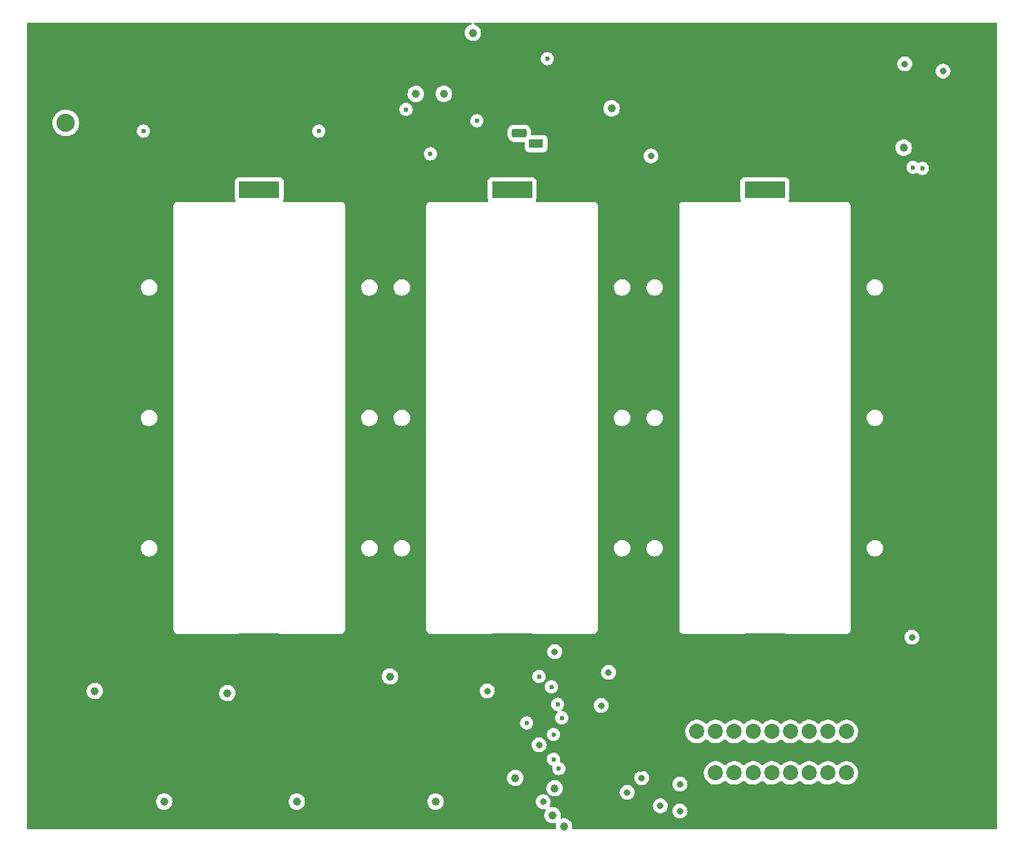
<source format=gbr>
%TF.GenerationSoftware,KiCad,Pcbnew,(6.0.2)*%
%TF.CreationDate,2023-06-26T13:18:54+02:00*%
%TF.ProjectId,LTPS_A,4c545053-5f41-42e6-9b69-6361645f7063,rev?*%
%TF.SameCoordinates,Original*%
%TF.FileFunction,Copper,L2,Inr*%
%TF.FilePolarity,Positive*%
%FSLAX46Y46*%
G04 Gerber Fmt 4.6, Leading zero omitted, Abs format (unit mm)*
G04 Created by KiCad (PCBNEW (6.0.2)) date 2023-06-26 13:18:54*
%MOMM*%
%LPD*%
G01*
G04 APERTURE LIST*
G04 Aperture macros list*
%AMRoundRect*
0 Rectangle with rounded corners*
0 $1 Rounding radius*
0 $2 $3 $4 $5 $6 $7 $8 $9 X,Y pos of 4 corners*
0 Add a 4 corners polygon primitive as box body*
4,1,4,$2,$3,$4,$5,$6,$7,$8,$9,$2,$3,0*
0 Add four circle primitives for the rounded corners*
1,1,$1+$1,$2,$3*
1,1,$1+$1,$4,$5*
1,1,$1+$1,$6,$7*
1,1,$1+$1,$8,$9*
0 Add four rect primitives between the rounded corners*
20,1,$1+$1,$2,$3,$4,$5,0*
20,1,$1+$1,$4,$5,$6,$7,0*
20,1,$1+$1,$6,$7,$8,$9,0*
20,1,$1+$1,$8,$9,$2,$3,0*%
G04 Aperture macros list end*
%TA.AperFunction,ComponentPad*%
%ADD10R,5.000000X2.000000*%
%TD*%
%TA.AperFunction,ComponentPad*%
%ADD11C,3.600000*%
%TD*%
%TA.AperFunction,ComponentPad*%
%ADD12C,0.600000*%
%TD*%
%TA.AperFunction,ComponentPad*%
%ADD13R,1.800000X1.100000*%
%TD*%
%TA.AperFunction,ComponentPad*%
%ADD14RoundRect,0.275000X0.625000X-0.275000X0.625000X0.275000X-0.625000X0.275000X-0.625000X-0.275000X0*%
%TD*%
%TA.AperFunction,ComponentPad*%
%ADD15C,2.240000*%
%TD*%
%TA.AperFunction,ComponentPad*%
%ADD16C,2.740000*%
%TD*%
%TA.AperFunction,ComponentPad*%
%ADD17C,4.890000*%
%TD*%
%TA.AperFunction,ComponentPad*%
%ADD18C,1.860000*%
%TD*%
%TA.AperFunction,ViaPad*%
%ADD19C,0.800000*%
%TD*%
%TA.AperFunction,ViaPad*%
%ADD20C,1.000000*%
%TD*%
%TA.AperFunction,ViaPad*%
%ADD21C,0.600000*%
%TD*%
G04 APERTURE END LIST*
D10*
%TO.N,Net-(F1-Pad1)*%
%TO.C,G1*%
X175000000Y-58500000D03*
%TO.N,GND*%
X175000000Y-114000000D03*
%TD*%
%TO.N,Net-(F1-Pad1)*%
%TO.C,G3*%
X113010000Y-58500000D03*
%TO.N,GND*%
X113010000Y-114000000D03*
%TD*%
D11*
%TO.N,GND*%
%TO.C,MECH1*%
X87500000Y-134000000D03*
%TD*%
D12*
%TO.N,GND*%
%TO.C,N5*%
X97210000Y-127162000D03*
X97210000Y-129562000D03*
X99610000Y-127162000D03*
X99610000Y-129562000D03*
%TD*%
%TO.N,GND*%
%TO.C,N8*%
X132746000Y-127370000D03*
X130346000Y-127370000D03*
X132746000Y-129770000D03*
X130346000Y-129770000D03*
%TD*%
D11*
%TO.N,GND*%
%TO.C,MECH3*%
X200500000Y-41000000D03*
%TD*%
D13*
%TO.N,+3V3*%
%TO.C,N2*%
X146958000Y-52832000D03*
D14*
%TO.N,battery_temp*%
X144888000Y-51562000D03*
%TO.N,GND*%
X146958000Y-50292000D03*
%TD*%
D15*
%TO.N,Net-(R6-Pad2)*%
%TO.C,X1*%
X89290000Y-50290000D03*
D16*
%TO.N,GND*%
X91830000Y-52830000D03*
X91830000Y-47750000D03*
X86750000Y-52830000D03*
X86750000Y-47750000D03*
%TD*%
D11*
%TO.N,GND*%
%TO.C,MECH2*%
X200500000Y-134000000D03*
%TD*%
D12*
%TO.N,GND*%
%TO.C,N7*%
X113466000Y-127289000D03*
X115866000Y-129689000D03*
X113466000Y-129689000D03*
X115866000Y-127289000D03*
%TD*%
D17*
%TO.N,GND*%
%TO.C,X2*%
X159752000Y-127540000D03*
X193072000Y-127540000D03*
D18*
%TO.N,TPS_A_OC*%
X185000000Y-125000000D03*
%TO.N,TPS_B_OC*%
X182710000Y-125000000D03*
%TO.N,TPS_C_OC*%
X180420000Y-125000000D03*
%TO.N,TPS_A_S1*%
X178130000Y-125000000D03*
%TO.N,TPS_A_S2*%
X175840000Y-125000000D03*
%TO.N,TPS_B_S1*%
X173550000Y-125000000D03*
%TO.N,TPS_B_S2*%
X171260000Y-125000000D03*
%TO.N,TPS_C_S1*%
X168970000Y-125000000D03*
%TO.N,TPS_C_S2*%
X166680000Y-125000000D03*
%TO.N,GND*%
X186145000Y-127540000D03*
X183855000Y-127540000D03*
X181565000Y-127540000D03*
X179275000Y-127540000D03*
X176985000Y-127540000D03*
X174695000Y-127540000D03*
X172405000Y-127540000D03*
X170115000Y-127540000D03*
X167825000Y-127540000D03*
%TO.N,TPS_A_S1_CTRL*%
X185000000Y-130080000D03*
%TO.N,TPS_A_S2_CTRL*%
X182710000Y-130080000D03*
%TO.N,TPS_B_S1_CTRL*%
X180420000Y-130080000D03*
%TO.N,TPS_B_S2_CTRL*%
X178130000Y-130080000D03*
%TO.N,TPS_C_S1_CTRL*%
X175840000Y-130080000D03*
%TO.N,TPS_C_S2_CTRL*%
X173550000Y-130080000D03*
%TO.N,LTPS_SCL*%
X171260000Y-130080000D03*
%TO.N,LTPS_SDA*%
X168970000Y-130080000D03*
%TD*%
D11*
%TO.N,GND*%
%TO.C,MECH4*%
X87500000Y-41000000D03*
%TD*%
D10*
%TO.N,Net-(F1-Pad1)*%
%TO.C,G2*%
X144000000Y-58500000D03*
%TO.N,GND*%
X144000000Y-114000000D03*
%TD*%
D19*
%TO.N,+3V3*%
X149225000Y-115189000D03*
D20*
X139192000Y-39243000D03*
D19*
X161036000Y-54356000D03*
D21*
%TO.N,GND*%
X154444500Y-129318293D03*
X133900000Y-50500000D03*
X151765000Y-50419000D03*
D20*
X197993000Y-62484000D03*
D21*
X150241000Y-126365000D03*
D20*
X194691000Y-59436000D03*
X200025000Y-46990000D03*
D21*
X151765000Y-51689000D03*
D20*
X150114000Y-55626000D03*
D21*
X141732000Y-46228000D03*
X147193000Y-135255000D03*
D20*
X109347000Y-133350000D03*
D21*
X141732000Y-47752000D03*
X144780000Y-45339000D03*
X164109400Y-51866800D03*
D20*
X109347000Y-131064000D03*
X158877000Y-50419000D03*
X126111000Y-131064000D03*
X126111000Y-128524000D03*
X195707000Y-49911000D03*
X131582000Y-128534000D03*
X187706000Y-50038000D03*
X201930000Y-66802000D03*
D21*
X166141400Y-53644800D03*
D20*
X109347000Y-128524000D03*
X114719500Y-128435500D03*
X195150500Y-46832660D03*
D21*
X97500000Y-52500000D03*
X95235000Y-135347000D03*
X152273000Y-117348000D03*
X141224000Y-131699000D03*
X141224000Y-118364000D03*
D20*
X154559000Y-136271000D03*
D21*
X142367000Y-121285000D03*
D20*
X93218000Y-133350000D03*
D21*
X147193000Y-121569000D03*
X141732000Y-45466000D03*
X165379400Y-53644800D03*
X139202000Y-41098000D03*
D20*
X93218000Y-131064000D03*
D21*
X141224000Y-124714000D03*
X150160555Y-133004500D03*
X142367000Y-134620000D03*
X129413000Y-41783000D03*
X147193000Y-128397000D03*
D20*
X158877000Y-47244000D03*
X126111000Y-133350000D03*
X189611000Y-50419000D03*
D21*
X141732000Y-46990000D03*
D20*
X93218000Y-128524000D03*
X197612000Y-49911000D03*
D21*
X94727000Y-134331000D03*
X138750000Y-56428600D03*
D20*
X98410000Y-128362000D03*
D21*
X151765000Y-51054000D03*
X142367000Y-127635000D03*
X150241000Y-118376500D03*
X152293391Y-124102563D03*
D20*
X191897000Y-44450000D03*
%TO.N,main_battery_unregulated*%
X92837000Y-120015000D03*
X156210000Y-48514000D03*
X132207000Y-46736000D03*
X109093000Y-120269000D03*
D21*
X131000000Y-48641000D03*
D20*
X129032000Y-118237000D03*
D21*
X134000000Y-54100000D03*
D20*
X135636000Y-46736000D03*
%TO.N,main_voltage_sense*%
X192024000Y-53340000D03*
D21*
X148336000Y-42418000D03*
%TO.N,TPS_A*%
X150114000Y-123317000D03*
D19*
X155829000Y-117729000D03*
D20*
X101346000Y-133604000D03*
D21*
X147320000Y-118237000D03*
D20*
%TO.N,TPS_B*%
X117602000Y-133604000D03*
D19*
X193040000Y-113411000D03*
D21*
X149733000Y-129540000D03*
X145796000Y-123952000D03*
D20*
%TO.N,TPS_C*%
X134620000Y-133604000D03*
X150368000Y-136652000D03*
X144399000Y-130683000D03*
D21*
%TO.N,battery_temp*%
X193167000Y-55753000D03*
%TO.N,main_current_sense*%
X194310000Y-55880000D03*
X139700000Y-50038000D03*
D19*
%TO.N,LTPS_SCL*%
X196850000Y-43942000D03*
%TO.N,LTPS_SDA*%
X192151000Y-43053000D03*
D21*
%TO.N,Net-(R5-Pad1)*%
X98806000Y-51308000D03*
X120294400Y-51308000D03*
D19*
%TO.N,TPS_B_S1_CTRL*%
X147320000Y-126619000D03*
%TO.N,TPS_C_S1_CTRL*%
X147828000Y-133604000D03*
X162179000Y-134112000D03*
%TO.N,TPS_B_S2_CTRL*%
X164592000Y-131445000D03*
X164592000Y-134747000D03*
%TO.N,TPS_A_S1_CTRL*%
X140970000Y-120015000D03*
%TO.N,TPS_A_S2_CTRL*%
X159893000Y-130683000D03*
X154940000Y-121793000D03*
X158115000Y-132461000D03*
D21*
%TO.N,TPS_B_S1*%
X149098000Y-125349000D03*
D20*
%TO.N,TPS_C_S1*%
X149225000Y-131953000D03*
D21*
%TO.N,TPS_B_S2*%
X149098000Y-128397000D03*
D20*
%TO.N,TPS_C_S2*%
X148971000Y-135255000D03*
D21*
%TO.N,TPS_A_S1*%
X148844000Y-119507000D03*
%TO.N,TPS_A_S2*%
X149606000Y-121666000D03*
%TD*%
%TA.AperFunction,Conductor*%
%TO.N,GND*%
G36*
X139009841Y-38028002D02*
G01*
X139056334Y-38081658D01*
X139066438Y-38151932D01*
X139036944Y-38216512D01*
X138977294Y-38254874D01*
X138881674Y-38283016D01*
X138812381Y-38303410D01*
X138806923Y-38306263D01*
X138806919Y-38306265D01*
X138716147Y-38353720D01*
X138637110Y-38395040D01*
X138482975Y-38518968D01*
X138355846Y-38670474D01*
X138352879Y-38675872D01*
X138352875Y-38675877D01*
X138349397Y-38682204D01*
X138260567Y-38843787D01*
X138258706Y-38849654D01*
X138258705Y-38849656D01*
X138202627Y-39026436D01*
X138200765Y-39032306D01*
X138178719Y-39228851D01*
X138195268Y-39425934D01*
X138249783Y-39616050D01*
X138340187Y-39791956D01*
X138463035Y-39946953D01*
X138613650Y-40075136D01*
X138786294Y-40171624D01*
X138974392Y-40232740D01*
X139170777Y-40256158D01*
X139176912Y-40255686D01*
X139176914Y-40255686D01*
X139361830Y-40241457D01*
X139361834Y-40241456D01*
X139367972Y-40240984D01*
X139558463Y-40187798D01*
X139563967Y-40185018D01*
X139563969Y-40185017D01*
X139729495Y-40101404D01*
X139729497Y-40101403D01*
X139734996Y-40098625D01*
X139890847Y-39976861D01*
X140020078Y-39827145D01*
X140117769Y-39655179D01*
X140180197Y-39467513D01*
X140204985Y-39271295D01*
X140205380Y-39243000D01*
X140186080Y-39046167D01*
X140128916Y-38856831D01*
X140036066Y-38682204D01*
X139965709Y-38595938D01*
X139914960Y-38533713D01*
X139914957Y-38533710D01*
X139911065Y-38528938D01*
X139904724Y-38523692D01*
X139763425Y-38406799D01*
X139763421Y-38406797D01*
X139758675Y-38402870D01*
X139584701Y-38308802D01*
X139408842Y-38254365D01*
X139349682Y-38215114D01*
X139321135Y-38150110D01*
X139332263Y-38079991D01*
X139379534Y-38027019D01*
X139446101Y-38008000D01*
X203366000Y-38008000D01*
X203434121Y-38028002D01*
X203480614Y-38081658D01*
X203492000Y-38134000D01*
X203492000Y-136866000D01*
X203471998Y-136934121D01*
X203418342Y-136980614D01*
X203366000Y-136992000D01*
X151484526Y-136992000D01*
X151416405Y-136971998D01*
X151369912Y-136918342D01*
X151359520Y-136850208D01*
X151380542Y-136683799D01*
X151380985Y-136680295D01*
X151381380Y-136652000D01*
X151362080Y-136455167D01*
X151304916Y-136265831D01*
X151212066Y-136091204D01*
X151107463Y-135962948D01*
X151090960Y-135942713D01*
X151090957Y-135942710D01*
X151087065Y-135937938D01*
X151082316Y-135934009D01*
X150939425Y-135815799D01*
X150939421Y-135815797D01*
X150934675Y-135811870D01*
X150760701Y-135717802D01*
X150571768Y-135659318D01*
X150565643Y-135658674D01*
X150565642Y-135658674D01*
X150381204Y-135639289D01*
X150381202Y-135639289D01*
X150375075Y-135638645D01*
X150292576Y-135646153D01*
X150184251Y-135656011D01*
X150184248Y-135656012D01*
X150178112Y-135656570D01*
X150172202Y-135658310D01*
X150172199Y-135658310D01*
X150101355Y-135679160D01*
X150030359Y-135679204D01*
X149970608Y-135640858D01*
X149941075Y-135576296D01*
X149946223Y-135518514D01*
X149957250Y-135485365D01*
X149959197Y-135479513D01*
X149983985Y-135283295D01*
X149984380Y-135255000D01*
X149965080Y-135058167D01*
X149953294Y-135019128D01*
X149926494Y-134930365D01*
X149907916Y-134868831D01*
X149815066Y-134694204D01*
X149733129Y-134593740D01*
X149693960Y-134545713D01*
X149693957Y-134545710D01*
X149690065Y-134540938D01*
X149680015Y-134532624D01*
X149542425Y-134418799D01*
X149542421Y-134418797D01*
X149537675Y-134414870D01*
X149363701Y-134320802D01*
X149174768Y-134262318D01*
X149168643Y-134261674D01*
X149168642Y-134261674D01*
X148984204Y-134242289D01*
X148984202Y-134242289D01*
X148978075Y-134241645D01*
X148895576Y-134249153D01*
X148787251Y-134259011D01*
X148787248Y-134259012D01*
X148781112Y-134259570D01*
X148775202Y-134261310D01*
X148775199Y-134261310D01*
X148742913Y-134270812D01*
X148671917Y-134270856D01*
X148612166Y-134232510D01*
X148582633Y-134167948D01*
X148590641Y-134112000D01*
X161265496Y-134112000D01*
X161266186Y-134118565D01*
X161283863Y-134286749D01*
X161285458Y-134301928D01*
X161344473Y-134483556D01*
X161347776Y-134489278D01*
X161347777Y-134489279D01*
X161360392Y-134511128D01*
X161439960Y-134648944D01*
X161444378Y-134653851D01*
X161444379Y-134653852D01*
X161472390Y-134684961D01*
X161567747Y-134790866D01*
X161722248Y-134903118D01*
X161728276Y-134905802D01*
X161728278Y-134905803D01*
X161890681Y-134978109D01*
X161896712Y-134980794D01*
X161990112Y-135000647D01*
X162077056Y-135019128D01*
X162077061Y-135019128D01*
X162083513Y-135020500D01*
X162274487Y-135020500D01*
X162280939Y-135019128D01*
X162280944Y-135019128D01*
X162367888Y-135000647D01*
X162461288Y-134980794D01*
X162467319Y-134978109D01*
X162629722Y-134905803D01*
X162629724Y-134905802D01*
X162635752Y-134903118D01*
X162790253Y-134790866D01*
X162829750Y-134747000D01*
X163678496Y-134747000D01*
X163679186Y-134753565D01*
X163695187Y-134905803D01*
X163698458Y-134936928D01*
X163757473Y-135118556D01*
X163852960Y-135283944D01*
X163980747Y-135425866D01*
X164062640Y-135485365D01*
X164108266Y-135518514D01*
X164135248Y-135538118D01*
X164141276Y-135540802D01*
X164141278Y-135540803D01*
X164303681Y-135613109D01*
X164309712Y-135615794D01*
X164403113Y-135635647D01*
X164490056Y-135654128D01*
X164490061Y-135654128D01*
X164496513Y-135655500D01*
X164687487Y-135655500D01*
X164693939Y-135654128D01*
X164693944Y-135654128D01*
X164780887Y-135635647D01*
X164874288Y-135615794D01*
X164880319Y-135613109D01*
X165042722Y-135540803D01*
X165042724Y-135540802D01*
X165048752Y-135538118D01*
X165075735Y-135518514D01*
X165121360Y-135485365D01*
X165203253Y-135425866D01*
X165331040Y-135283944D01*
X165426527Y-135118556D01*
X165485542Y-134936928D01*
X165488814Y-134905803D01*
X165504814Y-134753565D01*
X165505504Y-134747000D01*
X165490312Y-134602457D01*
X165486232Y-134563635D01*
X165486232Y-134563633D01*
X165485542Y-134557072D01*
X165426527Y-134375444D01*
X165331040Y-134210056D01*
X165315515Y-134192813D01*
X165207675Y-134073045D01*
X165207674Y-134073044D01*
X165203253Y-134068134D01*
X165075831Y-133975556D01*
X165054094Y-133959763D01*
X165054093Y-133959762D01*
X165048752Y-133955882D01*
X165042724Y-133953198D01*
X165042722Y-133953197D01*
X164880319Y-133880891D01*
X164880318Y-133880891D01*
X164874288Y-133878206D01*
X164780888Y-133858353D01*
X164693944Y-133839872D01*
X164693939Y-133839872D01*
X164687487Y-133838500D01*
X164496513Y-133838500D01*
X164490061Y-133839872D01*
X164490056Y-133839872D01*
X164403112Y-133858353D01*
X164309712Y-133878206D01*
X164303682Y-133880891D01*
X164303681Y-133880891D01*
X164141278Y-133953197D01*
X164141276Y-133953198D01*
X164135248Y-133955882D01*
X164129907Y-133959762D01*
X164129906Y-133959763D01*
X164108169Y-133975556D01*
X163980747Y-134068134D01*
X163976326Y-134073044D01*
X163976325Y-134073045D01*
X163868486Y-134192813D01*
X163852960Y-134210056D01*
X163757473Y-134375444D01*
X163698458Y-134557072D01*
X163697768Y-134563633D01*
X163697768Y-134563635D01*
X163693688Y-134602457D01*
X163678496Y-134747000D01*
X162829750Y-134747000D01*
X162885610Y-134684961D01*
X162913621Y-134653852D01*
X162913622Y-134653851D01*
X162918040Y-134648944D01*
X162997608Y-134511128D01*
X163010223Y-134489279D01*
X163010224Y-134489278D01*
X163013527Y-134483556D01*
X163072542Y-134301928D01*
X163074138Y-134286749D01*
X163091814Y-134118565D01*
X163092504Y-134112000D01*
X163078765Y-133981279D01*
X163073232Y-133928635D01*
X163073232Y-133928633D01*
X163072542Y-133922072D01*
X163013527Y-133740444D01*
X162918040Y-133575056D01*
X162790253Y-133433134D01*
X162649907Y-133331166D01*
X162641094Y-133324763D01*
X162641093Y-133324762D01*
X162635752Y-133320882D01*
X162629724Y-133318198D01*
X162629722Y-133318197D01*
X162467319Y-133245891D01*
X162467318Y-133245891D01*
X162461288Y-133243206D01*
X162341909Y-133217831D01*
X162280944Y-133204872D01*
X162280939Y-133204872D01*
X162274487Y-133203500D01*
X162083513Y-133203500D01*
X162077061Y-133204872D01*
X162077056Y-133204872D01*
X162016091Y-133217831D01*
X161896712Y-133243206D01*
X161890682Y-133245891D01*
X161890681Y-133245891D01*
X161728278Y-133318197D01*
X161728276Y-133318198D01*
X161722248Y-133320882D01*
X161716907Y-133324762D01*
X161716906Y-133324763D01*
X161708093Y-133331166D01*
X161567747Y-133433134D01*
X161439960Y-133575056D01*
X161344473Y-133740444D01*
X161285458Y-133922072D01*
X161284768Y-133928633D01*
X161284768Y-133928635D01*
X161279235Y-133981279D01*
X161265496Y-134112000D01*
X148590641Y-134112000D01*
X148592693Y-134097668D01*
X148598220Y-134086938D01*
X148606242Y-134073045D01*
X148641407Y-134012137D01*
X148659223Y-133981279D01*
X148659224Y-133981278D01*
X148662527Y-133975556D01*
X148721542Y-133793928D01*
X148738901Y-133628771D01*
X148740814Y-133610565D01*
X148741504Y-133604000D01*
X148724062Y-133438045D01*
X148722232Y-133420635D01*
X148722232Y-133420633D01*
X148721542Y-133414072D01*
X148662527Y-133232444D01*
X148567040Y-133067056D01*
X148482460Y-132973121D01*
X148451744Y-132909114D01*
X148458037Y-132858532D01*
X148416002Y-132873379D01*
X148346902Y-132857078D01*
X148335160Y-132849506D01*
X148284752Y-132812882D01*
X148278724Y-132810198D01*
X148278722Y-132810197D01*
X148116319Y-132737891D01*
X148116318Y-132737891D01*
X148110288Y-132735206D01*
X148016888Y-132715353D01*
X147929944Y-132696872D01*
X147929939Y-132696872D01*
X147923487Y-132695500D01*
X147732513Y-132695500D01*
X147726061Y-132696872D01*
X147726056Y-132696872D01*
X147639112Y-132715353D01*
X147545712Y-132735206D01*
X147539682Y-132737891D01*
X147539681Y-132737891D01*
X147377278Y-132810197D01*
X147377276Y-132810198D01*
X147371248Y-132812882D01*
X147365907Y-132816762D01*
X147365906Y-132816763D01*
X147344169Y-132832556D01*
X147216747Y-132925134D01*
X147212326Y-132930044D01*
X147212325Y-132930045D01*
X147193472Y-132950984D01*
X147088960Y-133067056D01*
X146993473Y-133232444D01*
X146934458Y-133414072D01*
X146933768Y-133420633D01*
X146933768Y-133420635D01*
X146931938Y-133438045D01*
X146914496Y-133604000D01*
X146915186Y-133610565D01*
X146917100Y-133628771D01*
X146934458Y-133793928D01*
X146993473Y-133975556D01*
X146996776Y-133981278D01*
X146996777Y-133981279D01*
X147016927Y-134016179D01*
X147088960Y-134140944D01*
X147093378Y-134145851D01*
X147093379Y-134145852D01*
X147205933Y-134270856D01*
X147216747Y-134282866D01*
X147292441Y-134337861D01*
X147352820Y-134381729D01*
X147371248Y-134395118D01*
X147377276Y-134397802D01*
X147377278Y-134397803D01*
X147539681Y-134470109D01*
X147545712Y-134472794D01*
X147639112Y-134492647D01*
X147726056Y-134511128D01*
X147726061Y-134511128D01*
X147732513Y-134512500D01*
X147923487Y-134512500D01*
X147929939Y-134511128D01*
X147929944Y-134511128D01*
X147999768Y-134496286D01*
X148070559Y-134501688D01*
X148127191Y-134544505D01*
X148151685Y-134611143D01*
X148136264Y-134680444D01*
X148135473Y-134681726D01*
X148134846Y-134682474D01*
X148039567Y-134855787D01*
X148037706Y-134861654D01*
X148037705Y-134861656D01*
X148023701Y-134905803D01*
X147979765Y-135044306D01*
X147957719Y-135240851D01*
X147958235Y-135246995D01*
X147973581Y-135429749D01*
X147974268Y-135437934D01*
X147975967Y-135443858D01*
X148025269Y-135615794D01*
X148028783Y-135628050D01*
X148119187Y-135803956D01*
X148242035Y-135958953D01*
X148392650Y-136087136D01*
X148565294Y-136183624D01*
X148753392Y-136244740D01*
X148949777Y-136268158D01*
X148955912Y-136267686D01*
X148955914Y-136267686D01*
X149140830Y-136253457D01*
X149140834Y-136253456D01*
X149146972Y-136252984D01*
X149240194Y-136226956D01*
X149311183Y-136227903D01*
X149370392Y-136267079D01*
X149399021Y-136332048D01*
X149394178Y-136386413D01*
X149376765Y-136441306D01*
X149354719Y-136637851D01*
X149371268Y-136834934D01*
X149372969Y-136840865D01*
X149373407Y-136843253D01*
X149366031Y-136913865D01*
X149321651Y-136969281D01*
X149249477Y-136992000D01*
X84634000Y-136992000D01*
X84565879Y-136971998D01*
X84519386Y-136918342D01*
X84508000Y-136866000D01*
X84508000Y-133589851D01*
X100332719Y-133589851D01*
X100333235Y-133595995D01*
X100344884Y-133734721D01*
X100349268Y-133786934D01*
X100403783Y-133977050D01*
X100406602Y-133982535D01*
X100488014Y-134140944D01*
X100494187Y-134152956D01*
X100617035Y-134307953D01*
X100621728Y-134311947D01*
X100621729Y-134311948D01*
X100739219Y-134411939D01*
X100767650Y-134436136D01*
X100940294Y-134532624D01*
X101128392Y-134593740D01*
X101324777Y-134617158D01*
X101330912Y-134616686D01*
X101330914Y-134616686D01*
X101515830Y-134602457D01*
X101515834Y-134602456D01*
X101521972Y-134601984D01*
X101712463Y-134548798D01*
X101717967Y-134546018D01*
X101717969Y-134546017D01*
X101883495Y-134462404D01*
X101883497Y-134462403D01*
X101888996Y-134459625D01*
X102044847Y-134337861D01*
X102155165Y-134210056D01*
X102170049Y-134192813D01*
X102170050Y-134192811D01*
X102174078Y-134188145D01*
X102271769Y-134016179D01*
X102334197Y-133828513D01*
X102358985Y-133632295D01*
X102359380Y-133604000D01*
X102357993Y-133589851D01*
X116588719Y-133589851D01*
X116589235Y-133595995D01*
X116600884Y-133734721D01*
X116605268Y-133786934D01*
X116659783Y-133977050D01*
X116662602Y-133982535D01*
X116744014Y-134140944D01*
X116750187Y-134152956D01*
X116873035Y-134307953D01*
X116877728Y-134311947D01*
X116877729Y-134311948D01*
X116995219Y-134411939D01*
X117023650Y-134436136D01*
X117196294Y-134532624D01*
X117384392Y-134593740D01*
X117580777Y-134617158D01*
X117586912Y-134616686D01*
X117586914Y-134616686D01*
X117771830Y-134602457D01*
X117771834Y-134602456D01*
X117777972Y-134601984D01*
X117968463Y-134548798D01*
X117973967Y-134546018D01*
X117973969Y-134546017D01*
X118139495Y-134462404D01*
X118139497Y-134462403D01*
X118144996Y-134459625D01*
X118300847Y-134337861D01*
X118411165Y-134210056D01*
X118426049Y-134192813D01*
X118426050Y-134192811D01*
X118430078Y-134188145D01*
X118527769Y-134016179D01*
X118590197Y-133828513D01*
X118614985Y-133632295D01*
X118615380Y-133604000D01*
X118613993Y-133589851D01*
X133606719Y-133589851D01*
X133607235Y-133595995D01*
X133618884Y-133734721D01*
X133623268Y-133786934D01*
X133677783Y-133977050D01*
X133680602Y-133982535D01*
X133762014Y-134140944D01*
X133768187Y-134152956D01*
X133891035Y-134307953D01*
X133895728Y-134311947D01*
X133895729Y-134311948D01*
X134013219Y-134411939D01*
X134041650Y-134436136D01*
X134214294Y-134532624D01*
X134402392Y-134593740D01*
X134598777Y-134617158D01*
X134604912Y-134616686D01*
X134604914Y-134616686D01*
X134789830Y-134602457D01*
X134789834Y-134602456D01*
X134795972Y-134601984D01*
X134986463Y-134548798D01*
X134991967Y-134546018D01*
X134991969Y-134546017D01*
X135157495Y-134462404D01*
X135157497Y-134462403D01*
X135162996Y-134459625D01*
X135318847Y-134337861D01*
X135429165Y-134210056D01*
X135444049Y-134192813D01*
X135444050Y-134192811D01*
X135448078Y-134188145D01*
X135545769Y-134016179D01*
X135608197Y-133828513D01*
X135632985Y-133632295D01*
X135633380Y-133604000D01*
X135614080Y-133407167D01*
X135602294Y-133368128D01*
X135587218Y-133318197D01*
X135556916Y-133217831D01*
X135464066Y-133043204D01*
X135382129Y-132942740D01*
X135342960Y-132894713D01*
X135342957Y-132894710D01*
X135339065Y-132889938D01*
X135329015Y-132881624D01*
X135191425Y-132767799D01*
X135191421Y-132767797D01*
X135186675Y-132763870D01*
X135012701Y-132669802D01*
X134823768Y-132611318D01*
X134817643Y-132610674D01*
X134817642Y-132610674D01*
X134633204Y-132591289D01*
X134633202Y-132591289D01*
X134627075Y-132590645D01*
X134544576Y-132598153D01*
X134436251Y-132608011D01*
X134436248Y-132608012D01*
X134430112Y-132608570D01*
X134424206Y-132610308D01*
X134424202Y-132610309D01*
X134319076Y-132641249D01*
X134240381Y-132664410D01*
X134234923Y-132667263D01*
X134234919Y-132667265D01*
X134178287Y-132696872D01*
X134065110Y-132756040D01*
X133910975Y-132879968D01*
X133783846Y-133031474D01*
X133780879Y-133036872D01*
X133780875Y-133036877D01*
X133761141Y-133072774D01*
X133688567Y-133204787D01*
X133686706Y-133210654D01*
X133686705Y-133210656D01*
X133672701Y-133254803D01*
X133628765Y-133393306D01*
X133606719Y-133589851D01*
X118613993Y-133589851D01*
X118596080Y-133407167D01*
X118584294Y-133368128D01*
X118569218Y-133318197D01*
X118538916Y-133217831D01*
X118446066Y-133043204D01*
X118364129Y-132942740D01*
X118324960Y-132894713D01*
X118324957Y-132894710D01*
X118321065Y-132889938D01*
X118311015Y-132881624D01*
X118173425Y-132767799D01*
X118173421Y-132767797D01*
X118168675Y-132763870D01*
X117994701Y-132669802D01*
X117805768Y-132611318D01*
X117799643Y-132610674D01*
X117799642Y-132610674D01*
X117615204Y-132591289D01*
X117615202Y-132591289D01*
X117609075Y-132590645D01*
X117526576Y-132598153D01*
X117418251Y-132608011D01*
X117418248Y-132608012D01*
X117412112Y-132608570D01*
X117406206Y-132610308D01*
X117406202Y-132610309D01*
X117301076Y-132641249D01*
X117222381Y-132664410D01*
X117216923Y-132667263D01*
X117216919Y-132667265D01*
X117160287Y-132696872D01*
X117047110Y-132756040D01*
X116892975Y-132879968D01*
X116765846Y-133031474D01*
X116762879Y-133036872D01*
X116762875Y-133036877D01*
X116743141Y-133072774D01*
X116670567Y-133204787D01*
X116668706Y-133210654D01*
X116668705Y-133210656D01*
X116654701Y-133254803D01*
X116610765Y-133393306D01*
X116588719Y-133589851D01*
X102357993Y-133589851D01*
X102340080Y-133407167D01*
X102328294Y-133368128D01*
X102313218Y-133318197D01*
X102282916Y-133217831D01*
X102190066Y-133043204D01*
X102108129Y-132942740D01*
X102068960Y-132894713D01*
X102068957Y-132894710D01*
X102065065Y-132889938D01*
X102055015Y-132881624D01*
X101917425Y-132767799D01*
X101917421Y-132767797D01*
X101912675Y-132763870D01*
X101738701Y-132669802D01*
X101549768Y-132611318D01*
X101543643Y-132610674D01*
X101543642Y-132610674D01*
X101359204Y-132591289D01*
X101359202Y-132591289D01*
X101353075Y-132590645D01*
X101270576Y-132598153D01*
X101162251Y-132608011D01*
X101162248Y-132608012D01*
X101156112Y-132608570D01*
X101150206Y-132610308D01*
X101150202Y-132610309D01*
X101045076Y-132641249D01*
X100966381Y-132664410D01*
X100960923Y-132667263D01*
X100960919Y-132667265D01*
X100904287Y-132696872D01*
X100791110Y-132756040D01*
X100636975Y-132879968D01*
X100509846Y-133031474D01*
X100506879Y-133036872D01*
X100506875Y-133036877D01*
X100487141Y-133072774D01*
X100414567Y-133204787D01*
X100412706Y-133210654D01*
X100412705Y-133210656D01*
X100398701Y-133254803D01*
X100354765Y-133393306D01*
X100332719Y-133589851D01*
X84508000Y-133589851D01*
X84508000Y-131938851D01*
X148211719Y-131938851D01*
X148212235Y-131944995D01*
X148227581Y-132127749D01*
X148228268Y-132135934D01*
X148229967Y-132141858D01*
X148279269Y-132313794D01*
X148282783Y-132326050D01*
X148373187Y-132501956D01*
X148377013Y-132506783D01*
X148492211Y-132652129D01*
X148492214Y-132652132D01*
X148496035Y-132656953D01*
X148500000Y-132660328D01*
X148532780Y-132722934D01*
X148527942Y-132777222D01*
X148573700Y-132762835D01*
X148646288Y-132784828D01*
X148646650Y-132785136D01*
X148652029Y-132788142D01*
X148652030Y-132788143D01*
X148714782Y-132823214D01*
X148819294Y-132881624D01*
X149007392Y-132942740D01*
X149203777Y-132966158D01*
X149209912Y-132965686D01*
X149209914Y-132965686D01*
X149394830Y-132951457D01*
X149394834Y-132951456D01*
X149400972Y-132950984D01*
X149591463Y-132897798D01*
X149596967Y-132895018D01*
X149596969Y-132895017D01*
X149762495Y-132811404D01*
X149762497Y-132811403D01*
X149767996Y-132808625D01*
X149899146Y-132706160D01*
X149918991Y-132690655D01*
X149923847Y-132686861D01*
X150053078Y-132537145D01*
X150096335Y-132461000D01*
X157201496Y-132461000D01*
X157221458Y-132650928D01*
X157280473Y-132832556D01*
X157283776Y-132838278D01*
X157283777Y-132838279D01*
X157307067Y-132878618D01*
X157375960Y-132997944D01*
X157380378Y-133002851D01*
X157380379Y-133002852D01*
X157411015Y-133036877D01*
X157503747Y-133139866D01*
X157585677Y-133199392D01*
X157645982Y-133243206D01*
X157658248Y-133252118D01*
X157664276Y-133254802D01*
X157664278Y-133254803D01*
X157812695Y-133320882D01*
X157832712Y-133329794D01*
X157926113Y-133349647D01*
X158013056Y-133368128D01*
X158013061Y-133368128D01*
X158019513Y-133369500D01*
X158210487Y-133369500D01*
X158216939Y-133368128D01*
X158216944Y-133368128D01*
X158303887Y-133349647D01*
X158397288Y-133329794D01*
X158417305Y-133320882D01*
X158565722Y-133254803D01*
X158565724Y-133254802D01*
X158571752Y-133252118D01*
X158584019Y-133243206D01*
X158644323Y-133199392D01*
X158726253Y-133139866D01*
X158818985Y-133036877D01*
X158849621Y-133002852D01*
X158849622Y-133002851D01*
X158854040Y-132997944D01*
X158922933Y-132878618D01*
X158946223Y-132838279D01*
X158946224Y-132838278D01*
X158949527Y-132832556D01*
X159008542Y-132650928D01*
X159028504Y-132461000D01*
X159017818Y-132359326D01*
X159009232Y-132277635D01*
X159009232Y-132277633D01*
X159008542Y-132271072D01*
X158949527Y-132089444D01*
X158854040Y-131924056D01*
X158726253Y-131782134D01*
X158587033Y-131680984D01*
X158577094Y-131673763D01*
X158577093Y-131673762D01*
X158571752Y-131669882D01*
X158565724Y-131667198D01*
X158565722Y-131667197D01*
X158403319Y-131594891D01*
X158403318Y-131594891D01*
X158397288Y-131592206D01*
X158277909Y-131566831D01*
X158216944Y-131553872D01*
X158216939Y-131553872D01*
X158210487Y-131552500D01*
X158019513Y-131552500D01*
X158013061Y-131553872D01*
X158013056Y-131553872D01*
X157952091Y-131566831D01*
X157832712Y-131592206D01*
X157826682Y-131594891D01*
X157826681Y-131594891D01*
X157664278Y-131667197D01*
X157664276Y-131667198D01*
X157658248Y-131669882D01*
X157652907Y-131673762D01*
X157652906Y-131673763D01*
X157642967Y-131680984D01*
X157503747Y-131782134D01*
X157375960Y-131924056D01*
X157280473Y-132089444D01*
X157221458Y-132271072D01*
X157220768Y-132277633D01*
X157220768Y-132277635D01*
X157212182Y-132359326D01*
X157201496Y-132461000D01*
X150096335Y-132461000D01*
X150150769Y-132365179D01*
X150213197Y-132177513D01*
X150237985Y-131981295D01*
X150238380Y-131953000D01*
X150219080Y-131756167D01*
X150161916Y-131566831D01*
X150069066Y-131392204D01*
X149998709Y-131305938D01*
X149947960Y-131243713D01*
X149947957Y-131243710D01*
X149944065Y-131238938D01*
X149937724Y-131233692D01*
X149796425Y-131116799D01*
X149796421Y-131116797D01*
X149791675Y-131112870D01*
X149617701Y-131018802D01*
X149428768Y-130960318D01*
X149422643Y-130959674D01*
X149422642Y-130959674D01*
X149238204Y-130940289D01*
X149238202Y-130940289D01*
X149232075Y-130939645D01*
X149149576Y-130947153D01*
X149041251Y-130957011D01*
X149041248Y-130957012D01*
X149035112Y-130957570D01*
X149029206Y-130959308D01*
X149029202Y-130959309D01*
X148924076Y-130990249D01*
X148845381Y-131013410D01*
X148839923Y-131016263D01*
X148839919Y-131016265D01*
X148778698Y-131048271D01*
X148670110Y-131105040D01*
X148515975Y-131228968D01*
X148388846Y-131380474D01*
X148385879Y-131385872D01*
X148385875Y-131385877D01*
X148316404Y-131512246D01*
X148293567Y-131553787D01*
X148291706Y-131559654D01*
X148291705Y-131559656D01*
X148248635Y-131695429D01*
X148233765Y-131742306D01*
X148211719Y-131938851D01*
X84508000Y-131938851D01*
X84508000Y-130668851D01*
X143385719Y-130668851D01*
X143386235Y-130674995D01*
X143398309Y-130818782D01*
X143402268Y-130865934D01*
X143403967Y-130871858D01*
X143449258Y-131029806D01*
X143456783Y-131056050D01*
X143459602Y-131061535D01*
X143543666Y-131225104D01*
X143547187Y-131231956D01*
X143670035Y-131386953D01*
X143674728Y-131390947D01*
X143674729Y-131390948D01*
X143794106Y-131492545D01*
X143820650Y-131515136D01*
X143993294Y-131611624D01*
X144181392Y-131672740D01*
X144377777Y-131696158D01*
X144383912Y-131695686D01*
X144383914Y-131695686D01*
X144568830Y-131681457D01*
X144568834Y-131681456D01*
X144574972Y-131680984D01*
X144765463Y-131627798D01*
X144770967Y-131625018D01*
X144770969Y-131625017D01*
X144936495Y-131541404D01*
X144936497Y-131541403D01*
X144941996Y-131538625D01*
X145097847Y-131416861D01*
X145227078Y-131267145D01*
X145324769Y-131095179D01*
X145387197Y-130907513D01*
X145411985Y-130711295D01*
X145412380Y-130683000D01*
X158979496Y-130683000D01*
X158980186Y-130689565D01*
X158987826Y-130762251D01*
X158999458Y-130872928D01*
X159058473Y-131054556D01*
X159061776Y-131060278D01*
X159061777Y-131060279D01*
X159081927Y-131095179D01*
X159153960Y-131219944D01*
X159158378Y-131224851D01*
X159158379Y-131224852D01*
X159196460Y-131267145D01*
X159281747Y-131361866D01*
X159357441Y-131416861D01*
X159426655Y-131467148D01*
X159436248Y-131474118D01*
X159442276Y-131476802D01*
X159442278Y-131476803D01*
X159603071Y-131548392D01*
X159610712Y-131551794D01*
X159704113Y-131571647D01*
X159791056Y-131590128D01*
X159791061Y-131590128D01*
X159797513Y-131591500D01*
X159988487Y-131591500D01*
X159994939Y-131590128D01*
X159994944Y-131590128D01*
X160081887Y-131571647D01*
X160175288Y-131551794D01*
X160182929Y-131548392D01*
X160343722Y-131476803D01*
X160343724Y-131476802D01*
X160349752Y-131474118D01*
X160359346Y-131467148D01*
X160389830Y-131445000D01*
X163678496Y-131445000D01*
X163679186Y-131451565D01*
X163697709Y-131627798D01*
X163698458Y-131634928D01*
X163757473Y-131816556D01*
X163852960Y-131981944D01*
X163980747Y-132123866D01*
X164135248Y-132236118D01*
X164141276Y-132238802D01*
X164141278Y-132238803D01*
X164213756Y-132271072D01*
X164309712Y-132313794D01*
X164403113Y-132333647D01*
X164490056Y-132352128D01*
X164490061Y-132352128D01*
X164496513Y-132353500D01*
X164687487Y-132353500D01*
X164693939Y-132352128D01*
X164693944Y-132352128D01*
X164780887Y-132333647D01*
X164874288Y-132313794D01*
X164970244Y-132271072D01*
X165042722Y-132238803D01*
X165042724Y-132238802D01*
X165048752Y-132236118D01*
X165203253Y-132123866D01*
X165331040Y-131981944D01*
X165426527Y-131816556D01*
X165485542Y-131634928D01*
X165486292Y-131627798D01*
X165504814Y-131451565D01*
X165505504Y-131445000D01*
X165499048Y-131383575D01*
X165486232Y-131261635D01*
X165486232Y-131261633D01*
X165485542Y-131255072D01*
X165426527Y-131073444D01*
X165331040Y-130908056D01*
X165305064Y-130879206D01*
X165207675Y-130771045D01*
X165207674Y-130771044D01*
X165203253Y-130766134D01*
X165084005Y-130679495D01*
X165054094Y-130657763D01*
X165054093Y-130657762D01*
X165048752Y-130653882D01*
X165042724Y-130651198D01*
X165042722Y-130651197D01*
X164880319Y-130578891D01*
X164880318Y-130578891D01*
X164874288Y-130576206D01*
X164780887Y-130556353D01*
X164693944Y-130537872D01*
X164693939Y-130537872D01*
X164687487Y-130536500D01*
X164496513Y-130536500D01*
X164490061Y-130537872D01*
X164490056Y-130537872D01*
X164403113Y-130556353D01*
X164309712Y-130576206D01*
X164303682Y-130578891D01*
X164303681Y-130578891D01*
X164141278Y-130651197D01*
X164141276Y-130651198D01*
X164135248Y-130653882D01*
X164129907Y-130657762D01*
X164129906Y-130657763D01*
X164099995Y-130679495D01*
X163980747Y-130766134D01*
X163976326Y-130771044D01*
X163976325Y-130771045D01*
X163878937Y-130879206D01*
X163852960Y-130908056D01*
X163757473Y-131073444D01*
X163698458Y-131255072D01*
X163697768Y-131261633D01*
X163697768Y-131261635D01*
X163684952Y-131383575D01*
X163678496Y-131445000D01*
X160389830Y-131445000D01*
X160428559Y-131416861D01*
X160504253Y-131361866D01*
X160589540Y-131267145D01*
X160627621Y-131224852D01*
X160627622Y-131224851D01*
X160632040Y-131219944D01*
X160704073Y-131095179D01*
X160724223Y-131060279D01*
X160724224Y-131060278D01*
X160727527Y-131054556D01*
X160786542Y-130872928D01*
X160798175Y-130762251D01*
X160805814Y-130689565D01*
X160806504Y-130683000D01*
X160795280Y-130576206D01*
X160787232Y-130499635D01*
X160787232Y-130499633D01*
X160786542Y-130493072D01*
X160727527Y-130311444D01*
X160711177Y-130283124D01*
X160641149Y-130161834D01*
X160632040Y-130146056D01*
X160540809Y-130044734D01*
X167527001Y-130044734D01*
X167527298Y-130049887D01*
X167527298Y-130049890D01*
X167533291Y-130153829D01*
X167540617Y-130280887D01*
X167541754Y-130285933D01*
X167541755Y-130285939D01*
X167556967Y-130353438D01*
X167592621Y-130511644D01*
X167594563Y-130516426D01*
X167594564Y-130516430D01*
X167679671Y-130726023D01*
X167681615Y-130730810D01*
X167706271Y-130771045D01*
X167768705Y-130872928D01*
X167805209Y-130932498D01*
X167960085Y-131111291D01*
X167964060Y-131114591D01*
X167964063Y-131114594D01*
X167966719Y-131116799D01*
X168142083Y-131262389D01*
X168346314Y-131381732D01*
X168351139Y-131383574D01*
X168351140Y-131383575D01*
X168359986Y-131386953D01*
X168567296Y-131466117D01*
X168572362Y-131467148D01*
X168572363Y-131467148D01*
X168619820Y-131476803D01*
X168799092Y-131513276D01*
X168931766Y-131518141D01*
X169030314Y-131521755D01*
X169030318Y-131521755D01*
X169035478Y-131521944D01*
X169040598Y-131521288D01*
X169040600Y-131521288D01*
X169264979Y-131492545D01*
X169264982Y-131492544D01*
X169270106Y-131491888D01*
X169342272Y-131470237D01*
X169491728Y-131425398D01*
X169491729Y-131425397D01*
X169496674Y-131423914D01*
X169709098Y-131319848D01*
X169713301Y-131316850D01*
X169713306Y-131316847D01*
X169897469Y-131185485D01*
X169897471Y-131185483D01*
X169901673Y-131182486D01*
X169967590Y-131116799D01*
X170026059Y-131058534D01*
X170088431Y-131024618D01*
X170159238Y-131029806D01*
X170210234Y-131065286D01*
X170250085Y-131111291D01*
X170254060Y-131114591D01*
X170254064Y-131114595D01*
X170256719Y-131116799D01*
X170432083Y-131262389D01*
X170636314Y-131381732D01*
X170641139Y-131383574D01*
X170641140Y-131383575D01*
X170649986Y-131386953D01*
X170857296Y-131466117D01*
X170862362Y-131467148D01*
X170862363Y-131467148D01*
X170909820Y-131476803D01*
X171089092Y-131513276D01*
X171221766Y-131518141D01*
X171320314Y-131521755D01*
X171320318Y-131521755D01*
X171325478Y-131521944D01*
X171330598Y-131521288D01*
X171330600Y-131521288D01*
X171554979Y-131492545D01*
X171554982Y-131492544D01*
X171560106Y-131491888D01*
X171632272Y-131470237D01*
X171781728Y-131425398D01*
X171781729Y-131425397D01*
X171786674Y-131423914D01*
X171999098Y-131319848D01*
X172003301Y-131316850D01*
X172003306Y-131316847D01*
X172187469Y-131185485D01*
X172187471Y-131185483D01*
X172191673Y-131182486D01*
X172257590Y-131116799D01*
X172316059Y-131058534D01*
X172378431Y-131024618D01*
X172449238Y-131029806D01*
X172500234Y-131065286D01*
X172540085Y-131111291D01*
X172544060Y-131114591D01*
X172544064Y-131114595D01*
X172546719Y-131116799D01*
X172722083Y-131262389D01*
X172926314Y-131381732D01*
X172931139Y-131383574D01*
X172931140Y-131383575D01*
X172939986Y-131386953D01*
X173147296Y-131466117D01*
X173152362Y-131467148D01*
X173152363Y-131467148D01*
X173199820Y-131476803D01*
X173379092Y-131513276D01*
X173511766Y-131518141D01*
X173610314Y-131521755D01*
X173610318Y-131521755D01*
X173615478Y-131521944D01*
X173620598Y-131521288D01*
X173620600Y-131521288D01*
X173844979Y-131492545D01*
X173844982Y-131492544D01*
X173850106Y-131491888D01*
X173922272Y-131470237D01*
X174071728Y-131425398D01*
X174071729Y-131425397D01*
X174076674Y-131423914D01*
X174289098Y-131319848D01*
X174293301Y-131316850D01*
X174293306Y-131316847D01*
X174477469Y-131185485D01*
X174477471Y-131185483D01*
X174481673Y-131182486D01*
X174547590Y-131116799D01*
X174606059Y-131058534D01*
X174668431Y-131024618D01*
X174739238Y-131029806D01*
X174790234Y-131065286D01*
X174830085Y-131111291D01*
X174834060Y-131114591D01*
X174834064Y-131114595D01*
X174836719Y-131116799D01*
X175012083Y-131262389D01*
X175216314Y-131381732D01*
X175221139Y-131383574D01*
X175221140Y-131383575D01*
X175229986Y-131386953D01*
X175437296Y-131466117D01*
X175442362Y-131467148D01*
X175442363Y-131467148D01*
X175489820Y-131476803D01*
X175669092Y-131513276D01*
X175801766Y-131518141D01*
X175900314Y-131521755D01*
X175900318Y-131521755D01*
X175905478Y-131521944D01*
X175910598Y-131521288D01*
X175910600Y-131521288D01*
X176134979Y-131492545D01*
X176134982Y-131492544D01*
X176140106Y-131491888D01*
X176212272Y-131470237D01*
X176361728Y-131425398D01*
X176361729Y-131425397D01*
X176366674Y-131423914D01*
X176579098Y-131319848D01*
X176583301Y-131316850D01*
X176583306Y-131316847D01*
X176767469Y-131185485D01*
X176767471Y-131185483D01*
X176771673Y-131182486D01*
X176837590Y-131116799D01*
X176896059Y-131058534D01*
X176958431Y-131024618D01*
X177029238Y-131029806D01*
X177080234Y-131065286D01*
X177120085Y-131111291D01*
X177124060Y-131114591D01*
X177124064Y-131114595D01*
X177126719Y-131116799D01*
X177302083Y-131262389D01*
X177506314Y-131381732D01*
X177511139Y-131383574D01*
X177511140Y-131383575D01*
X177519986Y-131386953D01*
X177727296Y-131466117D01*
X177732362Y-131467148D01*
X177732363Y-131467148D01*
X177779820Y-131476803D01*
X177959092Y-131513276D01*
X178091766Y-131518141D01*
X178190314Y-131521755D01*
X178190318Y-131521755D01*
X178195478Y-131521944D01*
X178200598Y-131521288D01*
X178200600Y-131521288D01*
X178424979Y-131492545D01*
X178424982Y-131492544D01*
X178430106Y-131491888D01*
X178502272Y-131470237D01*
X178651728Y-131425398D01*
X178651729Y-131425397D01*
X178656674Y-131423914D01*
X178869098Y-131319848D01*
X178873301Y-131316850D01*
X178873306Y-131316847D01*
X179057469Y-131185485D01*
X179057471Y-131185483D01*
X179061673Y-131182486D01*
X179127590Y-131116799D01*
X179186059Y-131058534D01*
X179248431Y-131024618D01*
X179319238Y-131029806D01*
X179370234Y-131065286D01*
X179410085Y-131111291D01*
X179414060Y-131114591D01*
X179414064Y-131114595D01*
X179416719Y-131116799D01*
X179592083Y-131262389D01*
X179796314Y-131381732D01*
X179801139Y-131383574D01*
X179801140Y-131383575D01*
X179809986Y-131386953D01*
X180017296Y-131466117D01*
X180022362Y-131467148D01*
X180022363Y-131467148D01*
X180069820Y-131476803D01*
X180249092Y-131513276D01*
X180381766Y-131518141D01*
X180480314Y-131521755D01*
X180480318Y-131521755D01*
X180485478Y-131521944D01*
X180490598Y-131521288D01*
X180490600Y-131521288D01*
X180714979Y-131492545D01*
X180714982Y-131492544D01*
X180720106Y-131491888D01*
X180792272Y-131470237D01*
X180941728Y-131425398D01*
X180941729Y-131425397D01*
X180946674Y-131423914D01*
X181159098Y-131319848D01*
X181163301Y-131316850D01*
X181163306Y-131316847D01*
X181347469Y-131185485D01*
X181347471Y-131185483D01*
X181351673Y-131182486D01*
X181417590Y-131116799D01*
X181476059Y-131058534D01*
X181538431Y-131024618D01*
X181609238Y-131029806D01*
X181660234Y-131065286D01*
X181700085Y-131111291D01*
X181704060Y-131114591D01*
X181704064Y-131114595D01*
X181706719Y-131116799D01*
X181882083Y-131262389D01*
X182086314Y-131381732D01*
X182091139Y-131383574D01*
X182091140Y-131383575D01*
X182099986Y-131386953D01*
X182307296Y-131466117D01*
X182312362Y-131467148D01*
X182312363Y-131467148D01*
X182359820Y-131476803D01*
X182539092Y-131513276D01*
X182671766Y-131518141D01*
X182770314Y-131521755D01*
X182770318Y-131521755D01*
X182775478Y-131521944D01*
X182780598Y-131521288D01*
X182780600Y-131521288D01*
X183004979Y-131492545D01*
X183004982Y-131492544D01*
X183010106Y-131491888D01*
X183082272Y-131470237D01*
X183231728Y-131425398D01*
X183231729Y-131425397D01*
X183236674Y-131423914D01*
X183449098Y-131319848D01*
X183453301Y-131316850D01*
X183453306Y-131316847D01*
X183637469Y-131185485D01*
X183637471Y-131185483D01*
X183641673Y-131182486D01*
X183707590Y-131116799D01*
X183766059Y-131058534D01*
X183828431Y-131024618D01*
X183899238Y-131029806D01*
X183950234Y-131065286D01*
X183990085Y-131111291D01*
X183994060Y-131114591D01*
X183994064Y-131114595D01*
X183996719Y-131116799D01*
X184172083Y-131262389D01*
X184376314Y-131381732D01*
X184381139Y-131383574D01*
X184381140Y-131383575D01*
X184389986Y-131386953D01*
X184597296Y-131466117D01*
X184602362Y-131467148D01*
X184602363Y-131467148D01*
X184649820Y-131476803D01*
X184829092Y-131513276D01*
X184961766Y-131518141D01*
X185060314Y-131521755D01*
X185060318Y-131521755D01*
X185065478Y-131521944D01*
X185070598Y-131521288D01*
X185070600Y-131521288D01*
X185294979Y-131492545D01*
X185294982Y-131492544D01*
X185300106Y-131491888D01*
X185372272Y-131470237D01*
X185521728Y-131425398D01*
X185521729Y-131425397D01*
X185526674Y-131423914D01*
X185739098Y-131319848D01*
X185743301Y-131316850D01*
X185743306Y-131316847D01*
X185927469Y-131185485D01*
X185927471Y-131185483D01*
X185931673Y-131182486D01*
X186099227Y-131015516D01*
X186137582Y-130962140D01*
X186234243Y-130827621D01*
X186237261Y-130823421D01*
X186290946Y-130714799D01*
X186339773Y-130616004D01*
X186339774Y-130616002D01*
X186342067Y-130611362D01*
X186410831Y-130385033D01*
X186441707Y-130150511D01*
X186442399Y-130122204D01*
X186443348Y-130083365D01*
X186443348Y-130083361D01*
X186443430Y-130080000D01*
X186424048Y-129844250D01*
X186366422Y-129614832D01*
X186272100Y-129397906D01*
X186143615Y-129199298D01*
X186133743Y-129188448D01*
X185987895Y-129028164D01*
X185987893Y-129028163D01*
X185984417Y-129024342D01*
X185980366Y-129021143D01*
X185980362Y-129021139D01*
X185802836Y-128880937D01*
X185802831Y-128880933D01*
X185798782Y-128877736D01*
X185794266Y-128875243D01*
X185794263Y-128875241D01*
X185596219Y-128765915D01*
X185596215Y-128765913D01*
X185591695Y-128763418D01*
X185586826Y-128761694D01*
X185586822Y-128761692D01*
X185373593Y-128686184D01*
X185373589Y-128686183D01*
X185368718Y-128684458D01*
X185363625Y-128683551D01*
X185363622Y-128683550D01*
X185140928Y-128643882D01*
X185140922Y-128643881D01*
X185135839Y-128642976D01*
X185044887Y-128641865D01*
X184904480Y-128640149D01*
X184904478Y-128640149D01*
X184899311Y-128640086D01*
X184665488Y-128675866D01*
X184440648Y-128749355D01*
X184436060Y-128751743D01*
X184436056Y-128751745D01*
X184235419Y-128856190D01*
X184230830Y-128858579D01*
X184226697Y-128861682D01*
X184226694Y-128861684D01*
X184161125Y-128910915D01*
X184041669Y-129000606D01*
X184038097Y-129004344D01*
X183946078Y-129100636D01*
X183884553Y-129136066D01*
X183813641Y-129132609D01*
X183761791Y-129098385D01*
X183697895Y-129028164D01*
X183697893Y-129028163D01*
X183694417Y-129024342D01*
X183690366Y-129021143D01*
X183690362Y-129021139D01*
X183512836Y-128880937D01*
X183512831Y-128880933D01*
X183508782Y-128877736D01*
X183504266Y-128875243D01*
X183504263Y-128875241D01*
X183306219Y-128765915D01*
X183306215Y-128765913D01*
X183301695Y-128763418D01*
X183296826Y-128761694D01*
X183296822Y-128761692D01*
X183083593Y-128686184D01*
X183083589Y-128686183D01*
X183078718Y-128684458D01*
X183073625Y-128683551D01*
X183073622Y-128683550D01*
X182850928Y-128643882D01*
X182850922Y-128643881D01*
X182845839Y-128642976D01*
X182754887Y-128641865D01*
X182614480Y-128640149D01*
X182614478Y-128640149D01*
X182609311Y-128640086D01*
X182375488Y-128675866D01*
X182150648Y-128749355D01*
X182146060Y-128751743D01*
X182146056Y-128751745D01*
X181945419Y-128856190D01*
X181940830Y-128858579D01*
X181936697Y-128861682D01*
X181936694Y-128861684D01*
X181871125Y-128910915D01*
X181751669Y-129000606D01*
X181748097Y-129004344D01*
X181656078Y-129100636D01*
X181594553Y-129136066D01*
X181523641Y-129132609D01*
X181471791Y-129098385D01*
X181407895Y-129028164D01*
X181407893Y-129028163D01*
X181404417Y-129024342D01*
X181400366Y-129021143D01*
X181400362Y-129021139D01*
X181222836Y-128880937D01*
X181222831Y-128880933D01*
X181218782Y-128877736D01*
X181214266Y-128875243D01*
X181214263Y-128875241D01*
X181016219Y-128765915D01*
X181016215Y-128765913D01*
X181011695Y-128763418D01*
X181006826Y-128761694D01*
X181006822Y-128761692D01*
X180793593Y-128686184D01*
X180793589Y-128686183D01*
X180788718Y-128684458D01*
X180783625Y-128683551D01*
X180783622Y-128683550D01*
X180560928Y-128643882D01*
X180560922Y-128643881D01*
X180555839Y-128642976D01*
X180464887Y-128641865D01*
X180324480Y-128640149D01*
X180324478Y-128640149D01*
X180319311Y-128640086D01*
X180085488Y-128675866D01*
X179860648Y-128749355D01*
X179856060Y-128751743D01*
X179856056Y-128751745D01*
X179655419Y-128856190D01*
X179650830Y-128858579D01*
X179646697Y-128861682D01*
X179646694Y-128861684D01*
X179581125Y-128910915D01*
X179461669Y-129000606D01*
X179458097Y-129004344D01*
X179366078Y-129100636D01*
X179304553Y-129136066D01*
X179233641Y-129132609D01*
X179181791Y-129098385D01*
X179117895Y-129028164D01*
X179117893Y-129028163D01*
X179114417Y-129024342D01*
X179110366Y-129021143D01*
X179110362Y-129021139D01*
X178932836Y-128880937D01*
X178932831Y-128880933D01*
X178928782Y-128877736D01*
X178924266Y-128875243D01*
X178924263Y-128875241D01*
X178726219Y-128765915D01*
X178726215Y-128765913D01*
X178721695Y-128763418D01*
X178716826Y-128761694D01*
X178716822Y-128761692D01*
X178503593Y-128686184D01*
X178503589Y-128686183D01*
X178498718Y-128684458D01*
X178493625Y-128683551D01*
X178493622Y-128683550D01*
X178270928Y-128643882D01*
X178270922Y-128643881D01*
X178265839Y-128642976D01*
X178174887Y-128641865D01*
X178034480Y-128640149D01*
X178034478Y-128640149D01*
X178029311Y-128640086D01*
X177795488Y-128675866D01*
X177570648Y-128749355D01*
X177566060Y-128751743D01*
X177566056Y-128751745D01*
X177365419Y-128856190D01*
X177360830Y-128858579D01*
X177356697Y-128861682D01*
X177356694Y-128861684D01*
X177291125Y-128910915D01*
X177171669Y-129000606D01*
X177168097Y-129004344D01*
X177076078Y-129100636D01*
X177014553Y-129136066D01*
X176943641Y-129132609D01*
X176891791Y-129098385D01*
X176827895Y-129028164D01*
X176827893Y-129028163D01*
X176824417Y-129024342D01*
X176820366Y-129021143D01*
X176820362Y-129021139D01*
X176642836Y-128880937D01*
X176642831Y-128880933D01*
X176638782Y-128877736D01*
X176634266Y-128875243D01*
X176634263Y-128875241D01*
X176436219Y-128765915D01*
X176436215Y-128765913D01*
X176431695Y-128763418D01*
X176426826Y-128761694D01*
X176426822Y-128761692D01*
X176213593Y-128686184D01*
X176213589Y-128686183D01*
X176208718Y-128684458D01*
X176203625Y-128683551D01*
X176203622Y-128683550D01*
X175980928Y-128643882D01*
X175980922Y-128643881D01*
X175975839Y-128642976D01*
X175884887Y-128641865D01*
X175744480Y-128640149D01*
X175744478Y-128640149D01*
X175739311Y-128640086D01*
X175505488Y-128675866D01*
X175280648Y-128749355D01*
X175276060Y-128751743D01*
X175276056Y-128751745D01*
X175075419Y-128856190D01*
X175070830Y-128858579D01*
X175066697Y-128861682D01*
X175066694Y-128861684D01*
X175001125Y-128910915D01*
X174881669Y-129000606D01*
X174878097Y-129004344D01*
X174786078Y-129100636D01*
X174724553Y-129136066D01*
X174653641Y-129132609D01*
X174601791Y-129098385D01*
X174537895Y-129028164D01*
X174537893Y-129028163D01*
X174534417Y-129024342D01*
X174530366Y-129021143D01*
X174530362Y-129021139D01*
X174352836Y-128880937D01*
X174352831Y-128880933D01*
X174348782Y-128877736D01*
X174344266Y-128875243D01*
X174344263Y-128875241D01*
X174146219Y-128765915D01*
X174146215Y-128765913D01*
X174141695Y-128763418D01*
X174136826Y-128761694D01*
X174136822Y-128761692D01*
X173923593Y-128686184D01*
X173923589Y-128686183D01*
X173918718Y-128684458D01*
X173913625Y-128683551D01*
X173913622Y-128683550D01*
X173690928Y-128643882D01*
X173690922Y-128643881D01*
X173685839Y-128642976D01*
X173594887Y-128641865D01*
X173454480Y-128640149D01*
X173454478Y-128640149D01*
X173449311Y-128640086D01*
X173215488Y-128675866D01*
X172990648Y-128749355D01*
X172986060Y-128751743D01*
X172986056Y-128751745D01*
X172785419Y-128856190D01*
X172780830Y-128858579D01*
X172776697Y-128861682D01*
X172776694Y-128861684D01*
X172711125Y-128910915D01*
X172591669Y-129000606D01*
X172588097Y-129004344D01*
X172496078Y-129100636D01*
X172434553Y-129136066D01*
X172363641Y-129132609D01*
X172311791Y-129098385D01*
X172247895Y-129028164D01*
X172247893Y-129028163D01*
X172244417Y-129024342D01*
X172240366Y-129021143D01*
X172240362Y-129021139D01*
X172062836Y-128880937D01*
X172062831Y-128880933D01*
X172058782Y-128877736D01*
X172054266Y-128875243D01*
X172054263Y-128875241D01*
X171856219Y-128765915D01*
X171856215Y-128765913D01*
X171851695Y-128763418D01*
X171846826Y-128761694D01*
X171846822Y-128761692D01*
X171633593Y-128686184D01*
X171633589Y-128686183D01*
X171628718Y-128684458D01*
X171623625Y-128683551D01*
X171623622Y-128683550D01*
X171400928Y-128643882D01*
X171400922Y-128643881D01*
X171395839Y-128642976D01*
X171304887Y-128641865D01*
X171164480Y-128640149D01*
X171164478Y-128640149D01*
X171159311Y-128640086D01*
X170925488Y-128675866D01*
X170700648Y-128749355D01*
X170696060Y-128751743D01*
X170696056Y-128751745D01*
X170495419Y-128856190D01*
X170490830Y-128858579D01*
X170486697Y-128861682D01*
X170486694Y-128861684D01*
X170421125Y-128910915D01*
X170301669Y-129000606D01*
X170298097Y-129004344D01*
X170206078Y-129100636D01*
X170144553Y-129136066D01*
X170073641Y-129132609D01*
X170021791Y-129098385D01*
X169957895Y-129028164D01*
X169957893Y-129028163D01*
X169954417Y-129024342D01*
X169950366Y-129021143D01*
X169950362Y-129021139D01*
X169772836Y-128880937D01*
X169772831Y-128880933D01*
X169768782Y-128877736D01*
X169764266Y-128875243D01*
X169764263Y-128875241D01*
X169566219Y-128765915D01*
X169566215Y-128765913D01*
X169561695Y-128763418D01*
X169556826Y-128761694D01*
X169556822Y-128761692D01*
X169343593Y-128686184D01*
X169343589Y-128686183D01*
X169338718Y-128684458D01*
X169333625Y-128683551D01*
X169333622Y-128683550D01*
X169110928Y-128643882D01*
X169110922Y-128643881D01*
X169105839Y-128642976D01*
X169014887Y-128641865D01*
X168874480Y-128640149D01*
X168874478Y-128640149D01*
X168869311Y-128640086D01*
X168635488Y-128675866D01*
X168410648Y-128749355D01*
X168406060Y-128751743D01*
X168406056Y-128751745D01*
X168205419Y-128856190D01*
X168200830Y-128858579D01*
X168196697Y-128861682D01*
X168196694Y-128861684D01*
X168131125Y-128910915D01*
X168011669Y-129000606D01*
X167848244Y-129171620D01*
X167714945Y-129367029D01*
X167712769Y-129371718D01*
X167712765Y-129371724D01*
X167622289Y-129566639D01*
X167615351Y-129581586D01*
X167552137Y-129809528D01*
X167527001Y-130044734D01*
X160540809Y-130044734D01*
X160504253Y-130004134D01*
X160377307Y-129911902D01*
X160355094Y-129895763D01*
X160355093Y-129895762D01*
X160349752Y-129891882D01*
X160343724Y-129889198D01*
X160343722Y-129889197D01*
X160181319Y-129816891D01*
X160181318Y-129816891D01*
X160175288Y-129814206D01*
X160081887Y-129794353D01*
X159994944Y-129775872D01*
X159994939Y-129775872D01*
X159988487Y-129774500D01*
X159797513Y-129774500D01*
X159791061Y-129775872D01*
X159791056Y-129775872D01*
X159704113Y-129794353D01*
X159610712Y-129814206D01*
X159604682Y-129816891D01*
X159604681Y-129816891D01*
X159442278Y-129889197D01*
X159442276Y-129889198D01*
X159436248Y-129891882D01*
X159430907Y-129895762D01*
X159430906Y-129895763D01*
X159408693Y-129911902D01*
X159281747Y-130004134D01*
X159153960Y-130146056D01*
X159144851Y-130161834D01*
X159074824Y-130283124D01*
X159058473Y-130311444D01*
X158999458Y-130493072D01*
X158998768Y-130499633D01*
X158998768Y-130499635D01*
X158990720Y-130576206D01*
X158979496Y-130683000D01*
X145412380Y-130683000D01*
X145393080Y-130486167D01*
X145335916Y-130296831D01*
X145243066Y-130122204D01*
X145150776Y-130009045D01*
X145121960Y-129973713D01*
X145121957Y-129973710D01*
X145118065Y-129968938D01*
X145111724Y-129963692D01*
X144970425Y-129846799D01*
X144970421Y-129846797D01*
X144965675Y-129842870D01*
X144791701Y-129748802D01*
X144602768Y-129690318D01*
X144596643Y-129689674D01*
X144596642Y-129689674D01*
X144412204Y-129670289D01*
X144412202Y-129670289D01*
X144406075Y-129669645D01*
X144323576Y-129677153D01*
X144215251Y-129687011D01*
X144215248Y-129687012D01*
X144209112Y-129687570D01*
X144203206Y-129689308D01*
X144203202Y-129689309D01*
X144135754Y-129709160D01*
X144019381Y-129743410D01*
X144013923Y-129746263D01*
X144013919Y-129746265D01*
X143957287Y-129775872D01*
X143844110Y-129835040D01*
X143689975Y-129958968D01*
X143562846Y-130110474D01*
X143559879Y-130115872D01*
X143559875Y-130115877D01*
X143481095Y-130259180D01*
X143467567Y-130283787D01*
X143465706Y-130289654D01*
X143465705Y-130289656D01*
X143445675Y-130352800D01*
X143407765Y-130472306D01*
X143385719Y-130668851D01*
X84508000Y-130668851D01*
X84508000Y-128385640D01*
X148284463Y-128385640D01*
X148302163Y-128566160D01*
X148359418Y-128738273D01*
X148363065Y-128744295D01*
X148363066Y-128744297D01*
X148445818Y-128880937D01*
X148453380Y-128893424D01*
X148579382Y-129023902D01*
X148731159Y-129123222D01*
X148737763Y-129125678D01*
X148737765Y-129125679D01*
X148872039Y-129175615D01*
X148928915Y-129218107D01*
X148953789Y-129284604D01*
X148946521Y-129336804D01*
X148942197Y-129348685D01*
X148919463Y-129528640D01*
X148937163Y-129709160D01*
X148994418Y-129881273D01*
X148998065Y-129887295D01*
X148998066Y-129887297D01*
X149071799Y-130009045D01*
X149088380Y-130036424D01*
X149214382Y-130166902D01*
X149366159Y-130266222D01*
X149372763Y-130268678D01*
X149372765Y-130268679D01*
X149529558Y-130326990D01*
X149529560Y-130326990D01*
X149536168Y-130329448D01*
X149619995Y-130340633D01*
X149708980Y-130352507D01*
X149708984Y-130352507D01*
X149715961Y-130353438D01*
X149722972Y-130352800D01*
X149722976Y-130352800D01*
X149865459Y-130339832D01*
X149896600Y-130336998D01*
X149903302Y-130334820D01*
X149903304Y-130334820D01*
X150062409Y-130283124D01*
X150062412Y-130283123D01*
X150069108Y-130280947D01*
X150224912Y-130188069D01*
X150356266Y-130062982D01*
X150456643Y-129911902D01*
X150498423Y-129801917D01*
X150518555Y-129748920D01*
X150518556Y-129748918D01*
X150521055Y-129742338D01*
X150522035Y-129735366D01*
X150545748Y-129566639D01*
X150545748Y-129566636D01*
X150546299Y-129562717D01*
X150546616Y-129540000D01*
X150526397Y-129359745D01*
X150524080Y-129353091D01*
X150469064Y-129195106D01*
X150469062Y-129195103D01*
X150466745Y-129188448D01*
X150423577Y-129119364D01*
X150374359Y-129040598D01*
X150370626Y-129034624D01*
X150363810Y-129027760D01*
X150247778Y-128910915D01*
X150247774Y-128910912D01*
X150242815Y-128905918D01*
X150231108Y-128898488D01*
X150164456Y-128856190D01*
X150089666Y-128808727D01*
X150061620Y-128798740D01*
X149961464Y-128763076D01*
X149904000Y-128721382D01*
X149878200Y-128655239D01*
X149884033Y-128613319D01*
X149881802Y-128612746D01*
X149883555Y-128605920D01*
X149886055Y-128599338D01*
X149887035Y-128592366D01*
X149910748Y-128423639D01*
X149910748Y-128423636D01*
X149911299Y-128419717D01*
X149911616Y-128397000D01*
X149891397Y-128216745D01*
X149889080Y-128210091D01*
X149834064Y-128052106D01*
X149834062Y-128052103D01*
X149831745Y-128045448D01*
X149735626Y-127891624D01*
X149721941Y-127877843D01*
X149612778Y-127767915D01*
X149612774Y-127767912D01*
X149607815Y-127762918D01*
X149596697Y-127755862D01*
X149548538Y-127725300D01*
X149454666Y-127665727D01*
X149425463Y-127655328D01*
X149290425Y-127607243D01*
X149290420Y-127607242D01*
X149283790Y-127604881D01*
X149276802Y-127604048D01*
X149276799Y-127604047D01*
X149153698Y-127589368D01*
X149103680Y-127583404D01*
X149096677Y-127584140D01*
X149096676Y-127584140D01*
X148930288Y-127601628D01*
X148930286Y-127601629D01*
X148923288Y-127602364D01*
X148751579Y-127660818D01*
X148745575Y-127664512D01*
X148603095Y-127752166D01*
X148603092Y-127752168D01*
X148597088Y-127755862D01*
X148592053Y-127760793D01*
X148592050Y-127760795D01*
X148472525Y-127877843D01*
X148467493Y-127882771D01*
X148369235Y-128035238D01*
X148366826Y-128041858D01*
X148366824Y-128041861D01*
X148309606Y-128199066D01*
X148307197Y-128205685D01*
X148284463Y-128385640D01*
X84508000Y-128385640D01*
X84508000Y-126619000D01*
X146406496Y-126619000D01*
X146426458Y-126808928D01*
X146485473Y-126990556D01*
X146580960Y-127155944D01*
X146708747Y-127297866D01*
X146863248Y-127410118D01*
X146869276Y-127412802D01*
X146869278Y-127412803D01*
X147031681Y-127485109D01*
X147037712Y-127487794D01*
X147131112Y-127507647D01*
X147218056Y-127526128D01*
X147218061Y-127526128D01*
X147224513Y-127527500D01*
X147415487Y-127527500D01*
X147421939Y-127526128D01*
X147421944Y-127526128D01*
X147508888Y-127507647D01*
X147602288Y-127487794D01*
X147608319Y-127485109D01*
X147770722Y-127412803D01*
X147770724Y-127412802D01*
X147776752Y-127410118D01*
X147931253Y-127297866D01*
X148059040Y-127155944D01*
X148154527Y-126990556D01*
X148213542Y-126808928D01*
X148233504Y-126619000D01*
X148213542Y-126429072D01*
X148154527Y-126247444D01*
X148150142Y-126239848D01*
X148095957Y-126145998D01*
X148059040Y-126082056D01*
X147982518Y-125997069D01*
X147935675Y-125945045D01*
X147935674Y-125945044D01*
X147931253Y-125940134D01*
X147832157Y-125868136D01*
X147782094Y-125831763D01*
X147782093Y-125831762D01*
X147776752Y-125827882D01*
X147770724Y-125825198D01*
X147770722Y-125825197D01*
X147608319Y-125752891D01*
X147608318Y-125752891D01*
X147602288Y-125750206D01*
X147492045Y-125726773D01*
X147421944Y-125711872D01*
X147421939Y-125711872D01*
X147415487Y-125710500D01*
X147224513Y-125710500D01*
X147218061Y-125711872D01*
X147218056Y-125711872D01*
X147147955Y-125726773D01*
X147037712Y-125750206D01*
X147031682Y-125752891D01*
X147031681Y-125752891D01*
X146869278Y-125825197D01*
X146869276Y-125825198D01*
X146863248Y-125827882D01*
X146857907Y-125831762D01*
X146857906Y-125831763D01*
X146807843Y-125868136D01*
X146708747Y-125940134D01*
X146704326Y-125945044D01*
X146704325Y-125945045D01*
X146657483Y-125997069D01*
X146580960Y-126082056D01*
X146544043Y-126145998D01*
X146489859Y-126239848D01*
X146485473Y-126247444D01*
X146426458Y-126429072D01*
X146406496Y-126619000D01*
X84508000Y-126619000D01*
X84508000Y-125337640D01*
X148284463Y-125337640D01*
X148302163Y-125518160D01*
X148359418Y-125690273D01*
X148363065Y-125696295D01*
X148363066Y-125696297D01*
X148445107Y-125831763D01*
X148453380Y-125845424D01*
X148579382Y-125975902D01*
X148731159Y-126075222D01*
X148737763Y-126077678D01*
X148737765Y-126077679D01*
X148894558Y-126135990D01*
X148894560Y-126135990D01*
X148901168Y-126138448D01*
X148984995Y-126149633D01*
X149073980Y-126161507D01*
X149073984Y-126161507D01*
X149080961Y-126162438D01*
X149087972Y-126161800D01*
X149087976Y-126161800D01*
X149230459Y-126148832D01*
X149261600Y-126145998D01*
X149268302Y-126143820D01*
X149268304Y-126143820D01*
X149427409Y-126092124D01*
X149427412Y-126092123D01*
X149434108Y-126089947D01*
X149589912Y-125997069D01*
X149721266Y-125871982D01*
X149821643Y-125720902D01*
X149886055Y-125551338D01*
X149888210Y-125536004D01*
X149910748Y-125375639D01*
X149910748Y-125375636D01*
X149911299Y-125371717D01*
X149911616Y-125349000D01*
X149891397Y-125168745D01*
X149889080Y-125162091D01*
X149834064Y-125004106D01*
X149834062Y-125004103D01*
X149831745Y-124997448D01*
X149811303Y-124964734D01*
X165237001Y-124964734D01*
X165237298Y-124969887D01*
X165237298Y-124969890D01*
X165238542Y-124991469D01*
X165250617Y-125200887D01*
X165251754Y-125205933D01*
X165251755Y-125205939D01*
X165272932Y-125299906D01*
X165302621Y-125431644D01*
X165304563Y-125436426D01*
X165304564Y-125436430D01*
X165353896Y-125557920D01*
X165391615Y-125650810D01*
X165394314Y-125655214D01*
X165502503Y-125831763D01*
X165515209Y-125852498D01*
X165670085Y-126031291D01*
X165674060Y-126034591D01*
X165674063Y-126034594D01*
X165718353Y-126071364D01*
X165852083Y-126182389D01*
X166056314Y-126301732D01*
X166277296Y-126386117D01*
X166282362Y-126387148D01*
X166282363Y-126387148D01*
X166385561Y-126408143D01*
X166509092Y-126433276D01*
X166642344Y-126438162D01*
X166740314Y-126441755D01*
X166740318Y-126441755D01*
X166745478Y-126441944D01*
X166750598Y-126441288D01*
X166750600Y-126441288D01*
X166974979Y-126412545D01*
X166974982Y-126412544D01*
X166980106Y-126411888D01*
X166985056Y-126410403D01*
X167201728Y-126345398D01*
X167201729Y-126345397D01*
X167206674Y-126343914D01*
X167419098Y-126239848D01*
X167423301Y-126236850D01*
X167423306Y-126236847D01*
X167607469Y-126105485D01*
X167607471Y-126105483D01*
X167611673Y-126102486D01*
X167615330Y-126098842D01*
X167736059Y-125978534D01*
X167798431Y-125944618D01*
X167869238Y-125949806D01*
X167920234Y-125985286D01*
X167960085Y-126031291D01*
X167964060Y-126034591D01*
X167964064Y-126034595D01*
X168039680Y-126097372D01*
X168142083Y-126182389D01*
X168346314Y-126301732D01*
X168567296Y-126386117D01*
X168572362Y-126387148D01*
X168572363Y-126387148D01*
X168675561Y-126408143D01*
X168799092Y-126433276D01*
X168932344Y-126438162D01*
X169030314Y-126441755D01*
X169030318Y-126441755D01*
X169035478Y-126441944D01*
X169040598Y-126441288D01*
X169040600Y-126441288D01*
X169264979Y-126412545D01*
X169264982Y-126412544D01*
X169270106Y-126411888D01*
X169275056Y-126410403D01*
X169491728Y-126345398D01*
X169491729Y-126345397D01*
X169496674Y-126343914D01*
X169709098Y-126239848D01*
X169713301Y-126236850D01*
X169713306Y-126236847D01*
X169897469Y-126105485D01*
X169897471Y-126105483D01*
X169901673Y-126102486D01*
X169905330Y-126098842D01*
X170026059Y-125978534D01*
X170088431Y-125944618D01*
X170159238Y-125949806D01*
X170210234Y-125985286D01*
X170250085Y-126031291D01*
X170254060Y-126034591D01*
X170254064Y-126034595D01*
X170329680Y-126097372D01*
X170432083Y-126182389D01*
X170636314Y-126301732D01*
X170857296Y-126386117D01*
X170862362Y-126387148D01*
X170862363Y-126387148D01*
X170965561Y-126408143D01*
X171089092Y-126433276D01*
X171222344Y-126438162D01*
X171320314Y-126441755D01*
X171320318Y-126441755D01*
X171325478Y-126441944D01*
X171330598Y-126441288D01*
X171330600Y-126441288D01*
X171554979Y-126412545D01*
X171554982Y-126412544D01*
X171560106Y-126411888D01*
X171565056Y-126410403D01*
X171781728Y-126345398D01*
X171781729Y-126345397D01*
X171786674Y-126343914D01*
X171999098Y-126239848D01*
X172003301Y-126236850D01*
X172003306Y-126236847D01*
X172187469Y-126105485D01*
X172187471Y-126105483D01*
X172191673Y-126102486D01*
X172195330Y-126098842D01*
X172316059Y-125978534D01*
X172378431Y-125944618D01*
X172449238Y-125949806D01*
X172500234Y-125985286D01*
X172540085Y-126031291D01*
X172544060Y-126034591D01*
X172544064Y-126034595D01*
X172619680Y-126097372D01*
X172722083Y-126182389D01*
X172926314Y-126301732D01*
X173147296Y-126386117D01*
X173152362Y-126387148D01*
X173152363Y-126387148D01*
X173255561Y-126408143D01*
X173379092Y-126433276D01*
X173512344Y-126438162D01*
X173610314Y-126441755D01*
X173610318Y-126441755D01*
X173615478Y-126441944D01*
X173620598Y-126441288D01*
X173620600Y-126441288D01*
X173844979Y-126412545D01*
X173844982Y-126412544D01*
X173850106Y-126411888D01*
X173855056Y-126410403D01*
X174071728Y-126345398D01*
X174071729Y-126345397D01*
X174076674Y-126343914D01*
X174289098Y-126239848D01*
X174293301Y-126236850D01*
X174293306Y-126236847D01*
X174477469Y-126105485D01*
X174477471Y-126105483D01*
X174481673Y-126102486D01*
X174485330Y-126098842D01*
X174606059Y-125978534D01*
X174668431Y-125944618D01*
X174739238Y-125949806D01*
X174790234Y-125985286D01*
X174830085Y-126031291D01*
X174834060Y-126034591D01*
X174834064Y-126034595D01*
X174909680Y-126097372D01*
X175012083Y-126182389D01*
X175216314Y-126301732D01*
X175437296Y-126386117D01*
X175442362Y-126387148D01*
X175442363Y-126387148D01*
X175545561Y-126408143D01*
X175669092Y-126433276D01*
X175802344Y-126438162D01*
X175900314Y-126441755D01*
X175900318Y-126441755D01*
X175905478Y-126441944D01*
X175910598Y-126441288D01*
X175910600Y-126441288D01*
X176134979Y-126412545D01*
X176134982Y-126412544D01*
X176140106Y-126411888D01*
X176145056Y-126410403D01*
X176361728Y-126345398D01*
X176361729Y-126345397D01*
X176366674Y-126343914D01*
X176579098Y-126239848D01*
X176583301Y-126236850D01*
X176583306Y-126236847D01*
X176767469Y-126105485D01*
X176767471Y-126105483D01*
X176771673Y-126102486D01*
X176775330Y-126098842D01*
X176896059Y-125978534D01*
X176958431Y-125944618D01*
X177029238Y-125949806D01*
X177080234Y-125985286D01*
X177120085Y-126031291D01*
X177124060Y-126034591D01*
X177124064Y-126034595D01*
X177199680Y-126097372D01*
X177302083Y-126182389D01*
X177506314Y-126301732D01*
X177727296Y-126386117D01*
X177732362Y-126387148D01*
X177732363Y-126387148D01*
X177835561Y-126408143D01*
X177959092Y-126433276D01*
X178092344Y-126438162D01*
X178190314Y-126441755D01*
X178190318Y-126441755D01*
X178195478Y-126441944D01*
X178200598Y-126441288D01*
X178200600Y-126441288D01*
X178424979Y-126412545D01*
X178424982Y-126412544D01*
X178430106Y-126411888D01*
X178435056Y-126410403D01*
X178651728Y-126345398D01*
X178651729Y-126345397D01*
X178656674Y-126343914D01*
X178869098Y-126239848D01*
X178873301Y-126236850D01*
X178873306Y-126236847D01*
X179057469Y-126105485D01*
X179057471Y-126105483D01*
X179061673Y-126102486D01*
X179065330Y-126098842D01*
X179186059Y-125978534D01*
X179248431Y-125944618D01*
X179319238Y-125949806D01*
X179370234Y-125985286D01*
X179410085Y-126031291D01*
X179414060Y-126034591D01*
X179414064Y-126034595D01*
X179489680Y-126097372D01*
X179592083Y-126182389D01*
X179796314Y-126301732D01*
X180017296Y-126386117D01*
X180022362Y-126387148D01*
X180022363Y-126387148D01*
X180125561Y-126408143D01*
X180249092Y-126433276D01*
X180382344Y-126438162D01*
X180480314Y-126441755D01*
X180480318Y-126441755D01*
X180485478Y-126441944D01*
X180490598Y-126441288D01*
X180490600Y-126441288D01*
X180714979Y-126412545D01*
X180714982Y-126412544D01*
X180720106Y-126411888D01*
X180725056Y-126410403D01*
X180941728Y-126345398D01*
X180941729Y-126345397D01*
X180946674Y-126343914D01*
X181159098Y-126239848D01*
X181163301Y-126236850D01*
X181163306Y-126236847D01*
X181347469Y-126105485D01*
X181347471Y-126105483D01*
X181351673Y-126102486D01*
X181355330Y-126098842D01*
X181476059Y-125978534D01*
X181538431Y-125944618D01*
X181609238Y-125949806D01*
X181660234Y-125985286D01*
X181700085Y-126031291D01*
X181704060Y-126034591D01*
X181704064Y-126034595D01*
X181779680Y-126097372D01*
X181882083Y-126182389D01*
X182086314Y-126301732D01*
X182307296Y-126386117D01*
X182312362Y-126387148D01*
X182312363Y-126387148D01*
X182415561Y-126408143D01*
X182539092Y-126433276D01*
X182672344Y-126438162D01*
X182770314Y-126441755D01*
X182770318Y-126441755D01*
X182775478Y-126441944D01*
X182780598Y-126441288D01*
X182780600Y-126441288D01*
X183004979Y-126412545D01*
X183004982Y-126412544D01*
X183010106Y-126411888D01*
X183015056Y-126410403D01*
X183231728Y-126345398D01*
X183231729Y-126345397D01*
X183236674Y-126343914D01*
X183449098Y-126239848D01*
X183453301Y-126236850D01*
X183453306Y-126236847D01*
X183637469Y-126105485D01*
X183637471Y-126105483D01*
X183641673Y-126102486D01*
X183645330Y-126098842D01*
X183766059Y-125978534D01*
X183828431Y-125944618D01*
X183899238Y-125949806D01*
X183950234Y-125985286D01*
X183990085Y-126031291D01*
X183994060Y-126034591D01*
X183994064Y-126034595D01*
X184069680Y-126097372D01*
X184172083Y-126182389D01*
X184376314Y-126301732D01*
X184597296Y-126386117D01*
X184602362Y-126387148D01*
X184602363Y-126387148D01*
X184705561Y-126408143D01*
X184829092Y-126433276D01*
X184962344Y-126438162D01*
X185060314Y-126441755D01*
X185060318Y-126441755D01*
X185065478Y-126441944D01*
X185070598Y-126441288D01*
X185070600Y-126441288D01*
X185294979Y-126412545D01*
X185294982Y-126412544D01*
X185300106Y-126411888D01*
X185305056Y-126410403D01*
X185521728Y-126345398D01*
X185521729Y-126345397D01*
X185526674Y-126343914D01*
X185739098Y-126239848D01*
X185743301Y-126236850D01*
X185743306Y-126236847D01*
X185927469Y-126105485D01*
X185927471Y-126105483D01*
X185931673Y-126102486D01*
X186099227Y-125935516D01*
X186149100Y-125866111D01*
X186234243Y-125747621D01*
X186237261Y-125743421D01*
X186252854Y-125711872D01*
X186339773Y-125536004D01*
X186339774Y-125536002D01*
X186342067Y-125531362D01*
X186410831Y-125305033D01*
X186441707Y-125070511D01*
X186443430Y-125000000D01*
X186424048Y-124764250D01*
X186366422Y-124534832D01*
X186272100Y-124317906D01*
X186143615Y-124119298D01*
X186138793Y-124113998D01*
X185987895Y-123948164D01*
X185987893Y-123948163D01*
X185984417Y-123944342D01*
X185980366Y-123941143D01*
X185980362Y-123941139D01*
X185802836Y-123800937D01*
X185802831Y-123800933D01*
X185798782Y-123797736D01*
X185794266Y-123795243D01*
X185794263Y-123795241D01*
X185596219Y-123685915D01*
X185596215Y-123685913D01*
X185591695Y-123683418D01*
X185586826Y-123681694D01*
X185586822Y-123681692D01*
X185373593Y-123606184D01*
X185373589Y-123606183D01*
X185368718Y-123604458D01*
X185363625Y-123603551D01*
X185363622Y-123603550D01*
X185140928Y-123563882D01*
X185140922Y-123563881D01*
X185135839Y-123562976D01*
X185044887Y-123561865D01*
X184904480Y-123560149D01*
X184904478Y-123560149D01*
X184899311Y-123560086D01*
X184665488Y-123595866D01*
X184440648Y-123669355D01*
X184436060Y-123671743D01*
X184436056Y-123671745D01*
X184408836Y-123685915D01*
X184230830Y-123778579D01*
X184226697Y-123781682D01*
X184226694Y-123781684D01*
X184045804Y-123917501D01*
X184041669Y-123920606D01*
X184038097Y-123924344D01*
X183946078Y-124020636D01*
X183884553Y-124056066D01*
X183813641Y-124052609D01*
X183761791Y-124018385D01*
X183697895Y-123948164D01*
X183697893Y-123948163D01*
X183694417Y-123944342D01*
X183690366Y-123941143D01*
X183690362Y-123941139D01*
X183512836Y-123800937D01*
X183512831Y-123800933D01*
X183508782Y-123797736D01*
X183504266Y-123795243D01*
X183504263Y-123795241D01*
X183306219Y-123685915D01*
X183306215Y-123685913D01*
X183301695Y-123683418D01*
X183296826Y-123681694D01*
X183296822Y-123681692D01*
X183083593Y-123606184D01*
X183083589Y-123606183D01*
X183078718Y-123604458D01*
X183073625Y-123603551D01*
X183073622Y-123603550D01*
X182850928Y-123563882D01*
X182850922Y-123563881D01*
X182845839Y-123562976D01*
X182754887Y-123561865D01*
X182614480Y-123560149D01*
X182614478Y-123560149D01*
X182609311Y-123560086D01*
X182375488Y-123595866D01*
X182150648Y-123669355D01*
X182146060Y-123671743D01*
X182146056Y-123671745D01*
X182118836Y-123685915D01*
X181940830Y-123778579D01*
X181936697Y-123781682D01*
X181936694Y-123781684D01*
X181755804Y-123917501D01*
X181751669Y-123920606D01*
X181748097Y-123924344D01*
X181656078Y-124020636D01*
X181594553Y-124056066D01*
X181523641Y-124052609D01*
X181471791Y-124018385D01*
X181407895Y-123948164D01*
X181407893Y-123948163D01*
X181404417Y-123944342D01*
X181400366Y-123941143D01*
X181400362Y-123941139D01*
X181222836Y-123800937D01*
X181222831Y-123800933D01*
X181218782Y-123797736D01*
X181214266Y-123795243D01*
X181214263Y-123795241D01*
X181016219Y-123685915D01*
X181016215Y-123685913D01*
X181011695Y-123683418D01*
X181006826Y-123681694D01*
X181006822Y-123681692D01*
X180793593Y-123606184D01*
X180793589Y-123606183D01*
X180788718Y-123604458D01*
X180783625Y-123603551D01*
X180783622Y-123603550D01*
X180560928Y-123563882D01*
X180560922Y-123563881D01*
X180555839Y-123562976D01*
X180464887Y-123561865D01*
X180324480Y-123560149D01*
X180324478Y-123560149D01*
X180319311Y-123560086D01*
X180085488Y-123595866D01*
X179860648Y-123669355D01*
X179856060Y-123671743D01*
X179856056Y-123671745D01*
X179828836Y-123685915D01*
X179650830Y-123778579D01*
X179646697Y-123781682D01*
X179646694Y-123781684D01*
X179465804Y-123917501D01*
X179461669Y-123920606D01*
X179458097Y-123924344D01*
X179366078Y-124020636D01*
X179304553Y-124056066D01*
X179233641Y-124052609D01*
X179181791Y-124018385D01*
X179117895Y-123948164D01*
X179117893Y-123948163D01*
X179114417Y-123944342D01*
X179110366Y-123941143D01*
X179110362Y-123941139D01*
X178932836Y-123800937D01*
X178932831Y-123800933D01*
X178928782Y-123797736D01*
X178924266Y-123795243D01*
X178924263Y-123795241D01*
X178726219Y-123685915D01*
X178726215Y-123685913D01*
X178721695Y-123683418D01*
X178716826Y-123681694D01*
X178716822Y-123681692D01*
X178503593Y-123606184D01*
X178503589Y-123606183D01*
X178498718Y-123604458D01*
X178493625Y-123603551D01*
X178493622Y-123603550D01*
X178270928Y-123563882D01*
X178270922Y-123563881D01*
X178265839Y-123562976D01*
X178174887Y-123561865D01*
X178034480Y-123560149D01*
X178034478Y-123560149D01*
X178029311Y-123560086D01*
X177795488Y-123595866D01*
X177570648Y-123669355D01*
X177566060Y-123671743D01*
X177566056Y-123671745D01*
X177538836Y-123685915D01*
X177360830Y-123778579D01*
X177356697Y-123781682D01*
X177356694Y-123781684D01*
X177175804Y-123917501D01*
X177171669Y-123920606D01*
X177168097Y-123924344D01*
X177076078Y-124020636D01*
X177014553Y-124056066D01*
X176943641Y-124052609D01*
X176891791Y-124018385D01*
X176827895Y-123948164D01*
X176827893Y-123948163D01*
X176824417Y-123944342D01*
X176820366Y-123941143D01*
X176820362Y-123941139D01*
X176642836Y-123800937D01*
X176642831Y-123800933D01*
X176638782Y-123797736D01*
X176634266Y-123795243D01*
X176634263Y-123795241D01*
X176436219Y-123685915D01*
X176436215Y-123685913D01*
X176431695Y-123683418D01*
X176426826Y-123681694D01*
X176426822Y-123681692D01*
X176213593Y-123606184D01*
X176213589Y-123606183D01*
X176208718Y-123604458D01*
X176203625Y-123603551D01*
X176203622Y-123603550D01*
X175980928Y-123563882D01*
X175980922Y-123563881D01*
X175975839Y-123562976D01*
X175884887Y-123561865D01*
X175744480Y-123560149D01*
X175744478Y-123560149D01*
X175739311Y-123560086D01*
X175505488Y-123595866D01*
X175280648Y-123669355D01*
X175276060Y-123671743D01*
X175276056Y-123671745D01*
X175248836Y-123685915D01*
X175070830Y-123778579D01*
X175066697Y-123781682D01*
X175066694Y-123781684D01*
X174885804Y-123917501D01*
X174881669Y-123920606D01*
X174878097Y-123924344D01*
X174786078Y-124020636D01*
X174724553Y-124056066D01*
X174653641Y-124052609D01*
X174601791Y-124018385D01*
X174537895Y-123948164D01*
X174537893Y-123948163D01*
X174534417Y-123944342D01*
X174530366Y-123941143D01*
X174530362Y-123941139D01*
X174352836Y-123800937D01*
X174352831Y-123800933D01*
X174348782Y-123797736D01*
X174344266Y-123795243D01*
X174344263Y-123795241D01*
X174146219Y-123685915D01*
X174146215Y-123685913D01*
X174141695Y-123683418D01*
X174136826Y-123681694D01*
X174136822Y-123681692D01*
X173923593Y-123606184D01*
X173923589Y-123606183D01*
X173918718Y-123604458D01*
X173913625Y-123603551D01*
X173913622Y-123603550D01*
X173690928Y-123563882D01*
X173690922Y-123563881D01*
X173685839Y-123562976D01*
X173594887Y-123561865D01*
X173454480Y-123560149D01*
X173454478Y-123560149D01*
X173449311Y-123560086D01*
X173215488Y-123595866D01*
X172990648Y-123669355D01*
X172986060Y-123671743D01*
X172986056Y-123671745D01*
X172958836Y-123685915D01*
X172780830Y-123778579D01*
X172776697Y-123781682D01*
X172776694Y-123781684D01*
X172595804Y-123917501D01*
X172591669Y-123920606D01*
X172588097Y-123924344D01*
X172496078Y-124020636D01*
X172434553Y-124056066D01*
X172363641Y-124052609D01*
X172311791Y-124018385D01*
X172247895Y-123948164D01*
X172247893Y-123948163D01*
X172244417Y-123944342D01*
X172240366Y-123941143D01*
X172240362Y-123941139D01*
X172062836Y-123800937D01*
X172062831Y-123800933D01*
X172058782Y-123797736D01*
X172054266Y-123795243D01*
X172054263Y-123795241D01*
X171856219Y-123685915D01*
X171856215Y-123685913D01*
X171851695Y-123683418D01*
X171846826Y-123681694D01*
X171846822Y-123681692D01*
X171633593Y-123606184D01*
X171633589Y-123606183D01*
X171628718Y-123604458D01*
X171623625Y-123603551D01*
X171623622Y-123603550D01*
X171400928Y-123563882D01*
X171400922Y-123563881D01*
X171395839Y-123562976D01*
X171304887Y-123561865D01*
X171164480Y-123560149D01*
X171164478Y-123560149D01*
X171159311Y-123560086D01*
X170925488Y-123595866D01*
X170700648Y-123669355D01*
X170696060Y-123671743D01*
X170696056Y-123671745D01*
X170668836Y-123685915D01*
X170490830Y-123778579D01*
X170486697Y-123781682D01*
X170486694Y-123781684D01*
X170305804Y-123917501D01*
X170301669Y-123920606D01*
X170298097Y-123924344D01*
X170206078Y-124020636D01*
X170144553Y-124056066D01*
X170073641Y-124052609D01*
X170021791Y-124018385D01*
X169957895Y-123948164D01*
X169957893Y-123948163D01*
X169954417Y-123944342D01*
X169950366Y-123941143D01*
X169950362Y-123941139D01*
X169772836Y-123800937D01*
X169772831Y-123800933D01*
X169768782Y-123797736D01*
X169764266Y-123795243D01*
X169764263Y-123795241D01*
X169566219Y-123685915D01*
X169566215Y-123685913D01*
X169561695Y-123683418D01*
X169556826Y-123681694D01*
X169556822Y-123681692D01*
X169343593Y-123606184D01*
X169343589Y-123606183D01*
X169338718Y-123604458D01*
X169333625Y-123603551D01*
X169333622Y-123603550D01*
X169110928Y-123563882D01*
X169110922Y-123563881D01*
X169105839Y-123562976D01*
X169014887Y-123561865D01*
X168874480Y-123560149D01*
X168874478Y-123560149D01*
X168869311Y-123560086D01*
X168635488Y-123595866D01*
X168410648Y-123669355D01*
X168406060Y-123671743D01*
X168406056Y-123671745D01*
X168378836Y-123685915D01*
X168200830Y-123778579D01*
X168196697Y-123781682D01*
X168196694Y-123781684D01*
X168015804Y-123917501D01*
X168011669Y-123920606D01*
X168008097Y-123924344D01*
X167916078Y-124020636D01*
X167854553Y-124056066D01*
X167783641Y-124052609D01*
X167731791Y-124018385D01*
X167667895Y-123948164D01*
X167667893Y-123948163D01*
X167664417Y-123944342D01*
X167660366Y-123941143D01*
X167660362Y-123941139D01*
X167482836Y-123800937D01*
X167482831Y-123800933D01*
X167478782Y-123797736D01*
X167474266Y-123795243D01*
X167474263Y-123795241D01*
X167276219Y-123685915D01*
X167276215Y-123685913D01*
X167271695Y-123683418D01*
X167266826Y-123681694D01*
X167266822Y-123681692D01*
X167053593Y-123606184D01*
X167053589Y-123606183D01*
X167048718Y-123604458D01*
X167043625Y-123603551D01*
X167043622Y-123603550D01*
X166820928Y-123563882D01*
X166820922Y-123563881D01*
X166815839Y-123562976D01*
X166724887Y-123561865D01*
X166584480Y-123560149D01*
X166584478Y-123560149D01*
X166579311Y-123560086D01*
X166345488Y-123595866D01*
X166120648Y-123669355D01*
X166116060Y-123671743D01*
X166116056Y-123671745D01*
X166088836Y-123685915D01*
X165910830Y-123778579D01*
X165906697Y-123781682D01*
X165906694Y-123781684D01*
X165725804Y-123917501D01*
X165721669Y-123920606D01*
X165558244Y-124091620D01*
X165424945Y-124287029D01*
X165422769Y-124291718D01*
X165422765Y-124291724D01*
X165327530Y-124496891D01*
X165325351Y-124501586D01*
X165262137Y-124729528D01*
X165237001Y-124964734D01*
X149811303Y-124964734D01*
X149735626Y-124843624D01*
X149721941Y-124829843D01*
X149612778Y-124719915D01*
X149612774Y-124719912D01*
X149607815Y-124714918D01*
X149596697Y-124707862D01*
X149543912Y-124674364D01*
X149454666Y-124617727D01*
X149415209Y-124603677D01*
X149290425Y-124559243D01*
X149290420Y-124559242D01*
X149283790Y-124556881D01*
X149276802Y-124556048D01*
X149276799Y-124556047D01*
X149153698Y-124541368D01*
X149103680Y-124535404D01*
X149096677Y-124536140D01*
X149096676Y-124536140D01*
X148930288Y-124553628D01*
X148930286Y-124553629D01*
X148923288Y-124554364D01*
X148751579Y-124612818D01*
X148745575Y-124616512D01*
X148603095Y-124704166D01*
X148603092Y-124704168D01*
X148597088Y-124707862D01*
X148592053Y-124712793D01*
X148592050Y-124712795D01*
X148538293Y-124765438D01*
X148467493Y-124834771D01*
X148369235Y-124987238D01*
X148366826Y-124993858D01*
X148366824Y-124993861D01*
X148340145Y-125067161D01*
X148307197Y-125157685D01*
X148284463Y-125337640D01*
X84508000Y-125337640D01*
X84508000Y-123940640D01*
X144982463Y-123940640D01*
X145000163Y-124121160D01*
X145057418Y-124293273D01*
X145061065Y-124299295D01*
X145061066Y-124299297D01*
X145071978Y-124317314D01*
X145151380Y-124448424D01*
X145277382Y-124578902D01*
X145429159Y-124678222D01*
X145435763Y-124680678D01*
X145435765Y-124680679D01*
X145592558Y-124738990D01*
X145592560Y-124738990D01*
X145599168Y-124741448D01*
X145682995Y-124752633D01*
X145771980Y-124764507D01*
X145771984Y-124764507D01*
X145778961Y-124765438D01*
X145785972Y-124764800D01*
X145785976Y-124764800D01*
X145928459Y-124751832D01*
X145959600Y-124748998D01*
X145966302Y-124746820D01*
X145966304Y-124746820D01*
X146125409Y-124695124D01*
X146125412Y-124695123D01*
X146132108Y-124692947D01*
X146251951Y-124621506D01*
X146281860Y-124603677D01*
X146281862Y-124603676D01*
X146287912Y-124600069D01*
X146419266Y-124474982D01*
X146519643Y-124323902D01*
X146584055Y-124154338D01*
X146587545Y-124129507D01*
X146608748Y-123978639D01*
X146608748Y-123978636D01*
X146609299Y-123974717D01*
X146609452Y-123963738D01*
X146609561Y-123955962D01*
X146609561Y-123955957D01*
X146609616Y-123952000D01*
X146589397Y-123771745D01*
X146587080Y-123765091D01*
X146532064Y-123607106D01*
X146532062Y-123607103D01*
X146529745Y-123600448D01*
X146433626Y-123446624D01*
X146419941Y-123432843D01*
X146310778Y-123322915D01*
X146310774Y-123322912D01*
X146305815Y-123317918D01*
X146298164Y-123313062D01*
X146246538Y-123280300D01*
X146152666Y-123220727D01*
X146123463Y-123210328D01*
X145988425Y-123162243D01*
X145988420Y-123162242D01*
X145981790Y-123159881D01*
X145974802Y-123159048D01*
X145974799Y-123159047D01*
X145846462Y-123143744D01*
X145801680Y-123138404D01*
X145794677Y-123139140D01*
X145794676Y-123139140D01*
X145628288Y-123156628D01*
X145628286Y-123156629D01*
X145621288Y-123157364D01*
X145449579Y-123215818D01*
X145443575Y-123219512D01*
X145301095Y-123307166D01*
X145301092Y-123307168D01*
X145295088Y-123310862D01*
X145290053Y-123315793D01*
X145290050Y-123315795D01*
X145269666Y-123335757D01*
X145165493Y-123437771D01*
X145067235Y-123590238D01*
X145064826Y-123596858D01*
X145064824Y-123596861D01*
X145033948Y-123681692D01*
X145005197Y-123760685D01*
X144982463Y-123940640D01*
X84508000Y-123940640D01*
X84508000Y-121654640D01*
X148792463Y-121654640D01*
X148810163Y-121835160D01*
X148867418Y-122007273D01*
X148871065Y-122013295D01*
X148871066Y-122013297D01*
X148881978Y-122031314D01*
X148961380Y-122162424D01*
X148966269Y-122167487D01*
X148966270Y-122167488D01*
X148981357Y-122183111D01*
X149087382Y-122292902D01*
X149239159Y-122392222D01*
X149245763Y-122394678D01*
X149245765Y-122394679D01*
X149402558Y-122452990D01*
X149402560Y-122452990D01*
X149409168Y-122455448D01*
X149416153Y-122456380D01*
X149416157Y-122456381D01*
X149495407Y-122466955D01*
X149530656Y-122471658D01*
X149595532Y-122500494D01*
X149634520Y-122559827D01*
X149635241Y-122630820D01*
X149602149Y-122686574D01*
X149483493Y-122802771D01*
X149385235Y-122955238D01*
X149382826Y-122961858D01*
X149382824Y-122961861D01*
X149325606Y-123119066D01*
X149323197Y-123125685D01*
X149300463Y-123305640D01*
X149318163Y-123486160D01*
X149375418Y-123658273D01*
X149379065Y-123664295D01*
X149379066Y-123664297D01*
X149461818Y-123800937D01*
X149469380Y-123813424D01*
X149595382Y-123943902D01*
X149747159Y-124043222D01*
X149753763Y-124045678D01*
X149753765Y-124045679D01*
X149910558Y-124103990D01*
X149910560Y-124103990D01*
X149917168Y-124106448D01*
X150000995Y-124117633D01*
X150089980Y-124129507D01*
X150089984Y-124129507D01*
X150096961Y-124130438D01*
X150103972Y-124129800D01*
X150103976Y-124129800D01*
X150261404Y-124115472D01*
X150277600Y-124113998D01*
X150284302Y-124111820D01*
X150284304Y-124111820D01*
X150443409Y-124060124D01*
X150443412Y-124060123D01*
X150450108Y-124057947D01*
X150583148Y-123978639D01*
X150599860Y-123968677D01*
X150599862Y-123968676D01*
X150605912Y-123965069D01*
X150737266Y-123839982D01*
X150837643Y-123688902D01*
X150902055Y-123519338D01*
X150903035Y-123512366D01*
X150926748Y-123343639D01*
X150926748Y-123343636D01*
X150927299Y-123339717D01*
X150927452Y-123328738D01*
X150927561Y-123320962D01*
X150927561Y-123320957D01*
X150927616Y-123317000D01*
X150907397Y-123136745D01*
X150905080Y-123130091D01*
X150850064Y-122972106D01*
X150850062Y-122972103D01*
X150847745Y-122965448D01*
X150751626Y-122811624D01*
X150642268Y-122701500D01*
X150628778Y-122687915D01*
X150628774Y-122687912D01*
X150623815Y-122682918D01*
X150612697Y-122675862D01*
X150541721Y-122630820D01*
X150470666Y-122585727D01*
X150441463Y-122575328D01*
X150306425Y-122527243D01*
X150306420Y-122527242D01*
X150299790Y-122524881D01*
X150292802Y-122524048D01*
X150292799Y-122524047D01*
X150216947Y-122515002D01*
X150189519Y-122511732D01*
X150124246Y-122483805D01*
X150084433Y-122425021D01*
X150082721Y-122354045D01*
X150117546Y-122295373D01*
X150224159Y-122193846D01*
X150224162Y-122193843D01*
X150229266Y-122188982D01*
X150329643Y-122037902D01*
X150394055Y-121868338D01*
X150395035Y-121861366D01*
X150404643Y-121793000D01*
X154026496Y-121793000D01*
X154046458Y-121982928D01*
X154105473Y-122164556D01*
X154200960Y-122329944D01*
X154205378Y-122334851D01*
X154205379Y-122334852D01*
X154311751Y-122452990D01*
X154328747Y-122471866D01*
X154483248Y-122584118D01*
X154489276Y-122586802D01*
X154489278Y-122586803D01*
X154651681Y-122659109D01*
X154657712Y-122661794D01*
X154739332Y-122679143D01*
X154838056Y-122700128D01*
X154838061Y-122700128D01*
X154844513Y-122701500D01*
X155035487Y-122701500D01*
X155041939Y-122700128D01*
X155041944Y-122700128D01*
X155140668Y-122679143D01*
X155222288Y-122661794D01*
X155228319Y-122659109D01*
X155390722Y-122586803D01*
X155390724Y-122586802D01*
X155396752Y-122584118D01*
X155551253Y-122471866D01*
X155568249Y-122452990D01*
X155674621Y-122334852D01*
X155674622Y-122334851D01*
X155679040Y-122329944D01*
X155774527Y-122164556D01*
X155833542Y-121982928D01*
X155853504Y-121793000D01*
X155833542Y-121603072D01*
X155774527Y-121421444D01*
X155679040Y-121256056D01*
X155588614Y-121155627D01*
X155555675Y-121119045D01*
X155555674Y-121119044D01*
X155551253Y-121114134D01*
X155412033Y-121012984D01*
X155402094Y-121005763D01*
X155402093Y-121005762D01*
X155396752Y-121001882D01*
X155390724Y-120999198D01*
X155390722Y-120999197D01*
X155228319Y-120926891D01*
X155228318Y-120926891D01*
X155222288Y-120924206D01*
X155128888Y-120904353D01*
X155041944Y-120885872D01*
X155041939Y-120885872D01*
X155035487Y-120884500D01*
X154844513Y-120884500D01*
X154838061Y-120885872D01*
X154838056Y-120885872D01*
X154751112Y-120904353D01*
X154657712Y-120924206D01*
X154651682Y-120926891D01*
X154651681Y-120926891D01*
X154489278Y-120999197D01*
X154489276Y-120999198D01*
X154483248Y-121001882D01*
X154477907Y-121005762D01*
X154477906Y-121005763D01*
X154467967Y-121012984D01*
X154328747Y-121114134D01*
X154324326Y-121119044D01*
X154324325Y-121119045D01*
X154291387Y-121155627D01*
X154200960Y-121256056D01*
X154105473Y-121421444D01*
X154046458Y-121603072D01*
X154026496Y-121793000D01*
X150404643Y-121793000D01*
X150418748Y-121692639D01*
X150418748Y-121692636D01*
X150419299Y-121688717D01*
X150419616Y-121666000D01*
X150399397Y-121485745D01*
X150397080Y-121479091D01*
X150342064Y-121321106D01*
X150342062Y-121321103D01*
X150339745Y-121314448D01*
X150310382Y-121267457D01*
X150247359Y-121166598D01*
X150243626Y-121160624D01*
X150210637Y-121127404D01*
X150120778Y-121036915D01*
X150120774Y-121036912D01*
X150115815Y-121031918D01*
X150109147Y-121027686D01*
X150029196Y-120976948D01*
X149962666Y-120934727D01*
X149933463Y-120924328D01*
X149798425Y-120876243D01*
X149798420Y-120876242D01*
X149791790Y-120873881D01*
X149784802Y-120873048D01*
X149784799Y-120873047D01*
X149657041Y-120857813D01*
X149611680Y-120852404D01*
X149604677Y-120853140D01*
X149604676Y-120853140D01*
X149438288Y-120870628D01*
X149438286Y-120870629D01*
X149431288Y-120871364D01*
X149259579Y-120929818D01*
X149208151Y-120961457D01*
X149111095Y-121021166D01*
X149111092Y-121021168D01*
X149105088Y-121024862D01*
X149100053Y-121029793D01*
X149100050Y-121029795D01*
X148980525Y-121146843D01*
X148975493Y-121151771D01*
X148877235Y-121304238D01*
X148874826Y-121310858D01*
X148874824Y-121310861D01*
X148817606Y-121468066D01*
X148815197Y-121474685D01*
X148792463Y-121654640D01*
X84508000Y-121654640D01*
X84508000Y-120000851D01*
X91823719Y-120000851D01*
X91824235Y-120006995D01*
X91836972Y-120158677D01*
X91840268Y-120197934D01*
X91859641Y-120265495D01*
X91875396Y-120320438D01*
X91894783Y-120388050D01*
X91897602Y-120393535D01*
X91979014Y-120551944D01*
X91985187Y-120563956D01*
X92108035Y-120718953D01*
X92112728Y-120722947D01*
X92112729Y-120722948D01*
X92224364Y-120817956D01*
X92258650Y-120847136D01*
X92431294Y-120943624D01*
X92619392Y-121004740D01*
X92815777Y-121028158D01*
X92821912Y-121027686D01*
X92821914Y-121027686D01*
X93006830Y-121013457D01*
X93006834Y-121013456D01*
X93012972Y-121012984D01*
X93203463Y-120959798D01*
X93208967Y-120957018D01*
X93208969Y-120957017D01*
X93374495Y-120873404D01*
X93374497Y-120873403D01*
X93379996Y-120870625D01*
X93535847Y-120748861D01*
X93665078Y-120599145D01*
X93762769Y-120427179D01*
X93820095Y-120254851D01*
X108079719Y-120254851D01*
X108083212Y-120296448D01*
X108094640Y-120432542D01*
X108096268Y-120451934D01*
X108097967Y-120457858D01*
X108139819Y-120603813D01*
X108150783Y-120642050D01*
X108241187Y-120817956D01*
X108364035Y-120972953D01*
X108368728Y-120976947D01*
X108368729Y-120976948D01*
X108399148Y-121002836D01*
X108514650Y-121101136D01*
X108687294Y-121197624D01*
X108875392Y-121258740D01*
X109071777Y-121282158D01*
X109077912Y-121281686D01*
X109077914Y-121281686D01*
X109262830Y-121267457D01*
X109262834Y-121267456D01*
X109268972Y-121266984D01*
X109459463Y-121213798D01*
X109464967Y-121211018D01*
X109464969Y-121211017D01*
X109630495Y-121127404D01*
X109630497Y-121127403D01*
X109635996Y-121124625D01*
X109791847Y-121002861D01*
X109896940Y-120881109D01*
X109917049Y-120857813D01*
X109917050Y-120857811D01*
X109921078Y-120853145D01*
X110018769Y-120681179D01*
X110081197Y-120493513D01*
X110105985Y-120297295D01*
X110106380Y-120269000D01*
X110087080Y-120072167D01*
X110069820Y-120015000D01*
X140056496Y-120015000D01*
X140057186Y-120021565D01*
X140059100Y-120039771D01*
X140076458Y-120204928D01*
X140135473Y-120386556D01*
X140138776Y-120392278D01*
X140138777Y-120392279D01*
X140158927Y-120427179D01*
X140230960Y-120551944D01*
X140235378Y-120556851D01*
X140235379Y-120556852D01*
X140352152Y-120686542D01*
X140358747Y-120693866D01*
X140513248Y-120806118D01*
X140519276Y-120808802D01*
X140519278Y-120808803D01*
X140664890Y-120873633D01*
X140687712Y-120883794D01*
X140781112Y-120903647D01*
X140868056Y-120922128D01*
X140868061Y-120922128D01*
X140874513Y-120923500D01*
X141065487Y-120923500D01*
X141071939Y-120922128D01*
X141071944Y-120922128D01*
X141158888Y-120903647D01*
X141252288Y-120883794D01*
X141275110Y-120873633D01*
X141420722Y-120808803D01*
X141420724Y-120808802D01*
X141426752Y-120806118D01*
X141581253Y-120693866D01*
X141587848Y-120686542D01*
X141704621Y-120556852D01*
X141704622Y-120556851D01*
X141709040Y-120551944D01*
X141781073Y-120427179D01*
X141801223Y-120392279D01*
X141801224Y-120392278D01*
X141804527Y-120386556D01*
X141863542Y-120204928D01*
X141880901Y-120039771D01*
X141882814Y-120021565D01*
X141883504Y-120015000D01*
X141866614Y-119854297D01*
X141864232Y-119831635D01*
X141864232Y-119831633D01*
X141863542Y-119825072D01*
X141804527Y-119643444D01*
X141719192Y-119495640D01*
X148030463Y-119495640D01*
X148048163Y-119676160D01*
X148105418Y-119848273D01*
X148109065Y-119854295D01*
X148109066Y-119854297D01*
X148122002Y-119875656D01*
X148199380Y-120003424D01*
X148204269Y-120008487D01*
X148204270Y-120008488D01*
X148219357Y-120024111D01*
X148325382Y-120133902D01*
X148477159Y-120233222D01*
X148483763Y-120235678D01*
X148483765Y-120235679D01*
X148640558Y-120293990D01*
X148640560Y-120293990D01*
X148647168Y-120296448D01*
X148730995Y-120307633D01*
X148819980Y-120319507D01*
X148819984Y-120319507D01*
X148826961Y-120320438D01*
X148833972Y-120319800D01*
X148833976Y-120319800D01*
X148976459Y-120306832D01*
X149007600Y-120303998D01*
X149014302Y-120301820D01*
X149014304Y-120301820D01*
X149173409Y-120250124D01*
X149173412Y-120250123D01*
X149180108Y-120247947D01*
X149335912Y-120155069D01*
X149467266Y-120029982D01*
X149567643Y-119878902D01*
X149632055Y-119709338D01*
X149634527Y-119691747D01*
X149656748Y-119533639D01*
X149656748Y-119533636D01*
X149657299Y-119529717D01*
X149657616Y-119507000D01*
X149637397Y-119326745D01*
X149635080Y-119320091D01*
X149580064Y-119162106D01*
X149580062Y-119162103D01*
X149577745Y-119155448D01*
X149567662Y-119139312D01*
X149485359Y-119007598D01*
X149481626Y-119001624D01*
X149451077Y-118970861D01*
X149358778Y-118877915D01*
X149358774Y-118877912D01*
X149353815Y-118872918D01*
X149345688Y-118867760D01*
X149279589Y-118825813D01*
X149200666Y-118775727D01*
X149139961Y-118754111D01*
X149036425Y-118717243D01*
X149036420Y-118717242D01*
X149029790Y-118714881D01*
X149022802Y-118714048D01*
X149022799Y-118714047D01*
X148899698Y-118699368D01*
X148849680Y-118693404D01*
X148842677Y-118694140D01*
X148842676Y-118694140D01*
X148676288Y-118711628D01*
X148676286Y-118711629D01*
X148669288Y-118712364D01*
X148497579Y-118770818D01*
X148491575Y-118774512D01*
X148349095Y-118862166D01*
X148349092Y-118862168D01*
X148343088Y-118865862D01*
X148338053Y-118870793D01*
X148338050Y-118870795D01*
X148218525Y-118987843D01*
X148213493Y-118992771D01*
X148115235Y-119145238D01*
X148112826Y-119151858D01*
X148112824Y-119151861D01*
X148055606Y-119309066D01*
X148053197Y-119315685D01*
X148030463Y-119495640D01*
X141719192Y-119495640D01*
X141709040Y-119478056D01*
X141668291Y-119432799D01*
X141585675Y-119341045D01*
X141585674Y-119341044D01*
X141581253Y-119336134D01*
X141442033Y-119234984D01*
X141432094Y-119227763D01*
X141432093Y-119227762D01*
X141426752Y-119223882D01*
X141420724Y-119221198D01*
X141420722Y-119221197D01*
X141258319Y-119148891D01*
X141258318Y-119148891D01*
X141252288Y-119146206D01*
X141158887Y-119126353D01*
X141071944Y-119107872D01*
X141071939Y-119107872D01*
X141065487Y-119106500D01*
X140874513Y-119106500D01*
X140868061Y-119107872D01*
X140868056Y-119107872D01*
X140781113Y-119126353D01*
X140687712Y-119146206D01*
X140681682Y-119148891D01*
X140681681Y-119148891D01*
X140519278Y-119221197D01*
X140519276Y-119221198D01*
X140513248Y-119223882D01*
X140507907Y-119227762D01*
X140507906Y-119227763D01*
X140497967Y-119234984D01*
X140358747Y-119336134D01*
X140354326Y-119341044D01*
X140354325Y-119341045D01*
X140271710Y-119432799D01*
X140230960Y-119478056D01*
X140135473Y-119643444D01*
X140076458Y-119825072D01*
X140075768Y-119831633D01*
X140075768Y-119831635D01*
X140073386Y-119854297D01*
X140056496Y-120015000D01*
X110069820Y-120015000D01*
X110029916Y-119882831D01*
X109937066Y-119708204D01*
X109857292Y-119610392D01*
X109815960Y-119559713D01*
X109815957Y-119559710D01*
X109812065Y-119554938D01*
X109805724Y-119549692D01*
X109664425Y-119432799D01*
X109664421Y-119432797D01*
X109659675Y-119428870D01*
X109485701Y-119334802D01*
X109296768Y-119276318D01*
X109290643Y-119275674D01*
X109290642Y-119275674D01*
X109106204Y-119256289D01*
X109106202Y-119256289D01*
X109100075Y-119255645D01*
X109017576Y-119263153D01*
X108909251Y-119273011D01*
X108909248Y-119273012D01*
X108903112Y-119273570D01*
X108897206Y-119275308D01*
X108897202Y-119275309D01*
X108810122Y-119300938D01*
X108713381Y-119329410D01*
X108707923Y-119332263D01*
X108707919Y-119332265D01*
X108691125Y-119341045D01*
X108538110Y-119421040D01*
X108383975Y-119544968D01*
X108256846Y-119696474D01*
X108253879Y-119701872D01*
X108253875Y-119701877D01*
X108200792Y-119798436D01*
X108161567Y-119869787D01*
X108159706Y-119875654D01*
X108159705Y-119875656D01*
X108107645Y-120039771D01*
X108101765Y-120058306D01*
X108079719Y-120254851D01*
X93820095Y-120254851D01*
X93825197Y-120239513D01*
X93849985Y-120043295D01*
X93850380Y-120015000D01*
X93831080Y-119818167D01*
X93773916Y-119628831D01*
X93681066Y-119454204D01*
X93586074Y-119337732D01*
X93559960Y-119305713D01*
X93559957Y-119305710D01*
X93556065Y-119300938D01*
X93549724Y-119295692D01*
X93408425Y-119178799D01*
X93408421Y-119178797D01*
X93403675Y-119174870D01*
X93229701Y-119080802D01*
X93040768Y-119022318D01*
X93034643Y-119021674D01*
X93034642Y-119021674D01*
X92850204Y-119002289D01*
X92850202Y-119002289D01*
X92844075Y-119001645D01*
X92761576Y-119009153D01*
X92653251Y-119019011D01*
X92653248Y-119019012D01*
X92647112Y-119019570D01*
X92641206Y-119021308D01*
X92641202Y-119021309D01*
X92545393Y-119049507D01*
X92457381Y-119075410D01*
X92451923Y-119078263D01*
X92451919Y-119078265D01*
X92395287Y-119107872D01*
X92282110Y-119167040D01*
X92127975Y-119290968D01*
X92000846Y-119442474D01*
X91997879Y-119447872D01*
X91997875Y-119447877D01*
X91955061Y-119525757D01*
X91905567Y-119615787D01*
X91903706Y-119621654D01*
X91903705Y-119621656D01*
X91876250Y-119708204D01*
X91845765Y-119804306D01*
X91823719Y-120000851D01*
X84508000Y-120000851D01*
X84508000Y-118222851D01*
X128018719Y-118222851D01*
X128019235Y-118228995D01*
X128034673Y-118412844D01*
X128035268Y-118419934D01*
X128045436Y-118455393D01*
X128087565Y-118602314D01*
X128089783Y-118610050D01*
X128106885Y-118643326D01*
X128174306Y-118774512D01*
X128180187Y-118785956D01*
X128303035Y-118940953D01*
X128307728Y-118944947D01*
X128307729Y-118944948D01*
X128413114Y-119034637D01*
X128453650Y-119069136D01*
X128626294Y-119165624D01*
X128814392Y-119226740D01*
X129010777Y-119250158D01*
X129016912Y-119249686D01*
X129016914Y-119249686D01*
X129201830Y-119235457D01*
X129201834Y-119235456D01*
X129207972Y-119234984D01*
X129398463Y-119181798D01*
X129403967Y-119179018D01*
X129403969Y-119179017D01*
X129569495Y-119095404D01*
X129569497Y-119095403D01*
X129574996Y-119092625D01*
X129730847Y-118970861D01*
X129860078Y-118821145D01*
X129957769Y-118649179D01*
X130020197Y-118461513D01*
X130044985Y-118265295D01*
X130045380Y-118237000D01*
X130044266Y-118225640D01*
X146506463Y-118225640D01*
X146524163Y-118406160D01*
X146581418Y-118578273D01*
X146585065Y-118584295D01*
X146585066Y-118584297D01*
X146665581Y-118717243D01*
X146675380Y-118733424D01*
X146801382Y-118863902D01*
X146953159Y-118963222D01*
X146959763Y-118965678D01*
X146959765Y-118965679D01*
X147116558Y-119023990D01*
X147116560Y-119023990D01*
X147123168Y-119026448D01*
X147206995Y-119037633D01*
X147295980Y-119049507D01*
X147295984Y-119049507D01*
X147302961Y-119050438D01*
X147309972Y-119049800D01*
X147309976Y-119049800D01*
X147452459Y-119036832D01*
X147483600Y-119033998D01*
X147490302Y-119031820D01*
X147490304Y-119031820D01*
X147649409Y-118980124D01*
X147649412Y-118980123D01*
X147656108Y-118977947D01*
X147811912Y-118885069D01*
X147943266Y-118759982D01*
X148043643Y-118608902D01*
X148085423Y-118498917D01*
X148105555Y-118445920D01*
X148105556Y-118445918D01*
X148108055Y-118439338D01*
X148109035Y-118432366D01*
X148132748Y-118263639D01*
X148132748Y-118263636D01*
X148133299Y-118259717D01*
X148133616Y-118237000D01*
X148113397Y-118056745D01*
X148109760Y-118046301D01*
X148056064Y-117892106D01*
X148056062Y-117892103D01*
X148053745Y-117885448D01*
X148032114Y-117850831D01*
X147961359Y-117737598D01*
X147957626Y-117731624D01*
X147955020Y-117729000D01*
X154915496Y-117729000D01*
X154935458Y-117918928D01*
X154994473Y-118100556D01*
X155089960Y-118265944D01*
X155217747Y-118407866D01*
X155372248Y-118520118D01*
X155378276Y-118522802D01*
X155378278Y-118522803D01*
X155516397Y-118584297D01*
X155546712Y-118597794D01*
X155640112Y-118617647D01*
X155727056Y-118636128D01*
X155727061Y-118636128D01*
X155733513Y-118637500D01*
X155924487Y-118637500D01*
X155930939Y-118636128D01*
X155930944Y-118636128D01*
X156017888Y-118617647D01*
X156111288Y-118597794D01*
X156141603Y-118584297D01*
X156279722Y-118522803D01*
X156279724Y-118522802D01*
X156285752Y-118520118D01*
X156440253Y-118407866D01*
X156568040Y-118265944D01*
X156663527Y-118100556D01*
X156722542Y-117918928D01*
X156742504Y-117729000D01*
X156729778Y-117607915D01*
X156723232Y-117545635D01*
X156723232Y-117545633D01*
X156722542Y-117539072D01*
X156663527Y-117357444D01*
X156568040Y-117192056D01*
X156440253Y-117050134D01*
X156285752Y-116937882D01*
X156279724Y-116935198D01*
X156279722Y-116935197D01*
X156117319Y-116862891D01*
X156117318Y-116862891D01*
X156111288Y-116860206D01*
X156017888Y-116840353D01*
X155930944Y-116821872D01*
X155930939Y-116821872D01*
X155924487Y-116820500D01*
X155733513Y-116820500D01*
X155727061Y-116821872D01*
X155727056Y-116821872D01*
X155640112Y-116840353D01*
X155546712Y-116860206D01*
X155540682Y-116862891D01*
X155540681Y-116862891D01*
X155378278Y-116935197D01*
X155378276Y-116935198D01*
X155372248Y-116937882D01*
X155217747Y-117050134D01*
X155089960Y-117192056D01*
X154994473Y-117357444D01*
X154935458Y-117539072D01*
X154934768Y-117545633D01*
X154934768Y-117545635D01*
X154928222Y-117607915D01*
X154915496Y-117729000D01*
X147955020Y-117729000D01*
X147907995Y-117681645D01*
X147834778Y-117607915D01*
X147834774Y-117607912D01*
X147829815Y-117602918D01*
X147818697Y-117595862D01*
X147729209Y-117539072D01*
X147676666Y-117505727D01*
X147647463Y-117495328D01*
X147512425Y-117447243D01*
X147512420Y-117447242D01*
X147505790Y-117444881D01*
X147498802Y-117444048D01*
X147498799Y-117444047D01*
X147375698Y-117429368D01*
X147325680Y-117423404D01*
X147318677Y-117424140D01*
X147318676Y-117424140D01*
X147152288Y-117441628D01*
X147152286Y-117441629D01*
X147145288Y-117442364D01*
X146973579Y-117500818D01*
X146959457Y-117509506D01*
X146825095Y-117592166D01*
X146825092Y-117592168D01*
X146819088Y-117595862D01*
X146814053Y-117600793D01*
X146814050Y-117600795D01*
X146731489Y-117681645D01*
X146689493Y-117722771D01*
X146591235Y-117875238D01*
X146588826Y-117881858D01*
X146588824Y-117881861D01*
X146575333Y-117918928D01*
X146529197Y-118045685D01*
X146506463Y-118225640D01*
X130044266Y-118225640D01*
X130026080Y-118040167D01*
X129968916Y-117850831D01*
X129876066Y-117676204D01*
X129805709Y-117589938D01*
X129754960Y-117527713D01*
X129754957Y-117527710D01*
X129751065Y-117522938D01*
X129744724Y-117517692D01*
X129603425Y-117400799D01*
X129603421Y-117400797D01*
X129598675Y-117396870D01*
X129424701Y-117302802D01*
X129235768Y-117244318D01*
X129229643Y-117243674D01*
X129229642Y-117243674D01*
X129045204Y-117224289D01*
X129045202Y-117224289D01*
X129039075Y-117223645D01*
X128956576Y-117231153D01*
X128848251Y-117241011D01*
X128848248Y-117241012D01*
X128842112Y-117241570D01*
X128836206Y-117243308D01*
X128836202Y-117243309D01*
X128731076Y-117274249D01*
X128652381Y-117297410D01*
X128646923Y-117300263D01*
X128646919Y-117300265D01*
X128556147Y-117347720D01*
X128477110Y-117389040D01*
X128322975Y-117512968D01*
X128195846Y-117664474D01*
X128192879Y-117669872D01*
X128192875Y-117669877D01*
X128155646Y-117737598D01*
X128100567Y-117837787D01*
X128098706Y-117843654D01*
X128098705Y-117843656D01*
X128086586Y-117881861D01*
X128040765Y-118026306D01*
X128018719Y-118222851D01*
X84508000Y-118222851D01*
X84508000Y-115189000D01*
X148311496Y-115189000D01*
X148331458Y-115378928D01*
X148390473Y-115560556D01*
X148485960Y-115725944D01*
X148613747Y-115867866D01*
X148768248Y-115980118D01*
X148774276Y-115982802D01*
X148774278Y-115982803D01*
X148936681Y-116055109D01*
X148942712Y-116057794D01*
X149036113Y-116077647D01*
X149123056Y-116096128D01*
X149123061Y-116096128D01*
X149129513Y-116097500D01*
X149320487Y-116097500D01*
X149326939Y-116096128D01*
X149326944Y-116096128D01*
X149413887Y-116077647D01*
X149507288Y-116057794D01*
X149513319Y-116055109D01*
X149675722Y-115982803D01*
X149675724Y-115982802D01*
X149681752Y-115980118D01*
X149836253Y-115867866D01*
X149964040Y-115725944D01*
X150059527Y-115560556D01*
X150118542Y-115378928D01*
X150138504Y-115189000D01*
X150118542Y-114999072D01*
X150059527Y-114817444D01*
X149964040Y-114652056D01*
X149836253Y-114510134D01*
X149681752Y-114397882D01*
X149675724Y-114395198D01*
X149675722Y-114395197D01*
X149513319Y-114322891D01*
X149513318Y-114322891D01*
X149507288Y-114320206D01*
X149413887Y-114300353D01*
X149326944Y-114281872D01*
X149326939Y-114281872D01*
X149320487Y-114280500D01*
X149129513Y-114280500D01*
X149123061Y-114281872D01*
X149123056Y-114281872D01*
X149036113Y-114300353D01*
X148942712Y-114320206D01*
X148936682Y-114322891D01*
X148936681Y-114322891D01*
X148774278Y-114395197D01*
X148774276Y-114395198D01*
X148768248Y-114397882D01*
X148613747Y-114510134D01*
X148485960Y-114652056D01*
X148390473Y-114817444D01*
X148331458Y-114999072D01*
X148311496Y-115189000D01*
X84508000Y-115189000D01*
X84508000Y-113411000D01*
X192126496Y-113411000D01*
X192146458Y-113600928D01*
X192205473Y-113782556D01*
X192300960Y-113947944D01*
X192428747Y-114089866D01*
X192583248Y-114202118D01*
X192589276Y-114204802D01*
X192589278Y-114204803D01*
X192751681Y-114277109D01*
X192757712Y-114279794D01*
X192851113Y-114299647D01*
X192938056Y-114318128D01*
X192938061Y-114318128D01*
X192944513Y-114319500D01*
X193135487Y-114319500D01*
X193141939Y-114318128D01*
X193141944Y-114318128D01*
X193228887Y-114299647D01*
X193322288Y-114279794D01*
X193328319Y-114277109D01*
X193490722Y-114204803D01*
X193490724Y-114204802D01*
X193496752Y-114202118D01*
X193651253Y-114089866D01*
X193779040Y-113947944D01*
X193874527Y-113782556D01*
X193933542Y-113600928D01*
X193953504Y-113411000D01*
X193933542Y-113221072D01*
X193874527Y-113039444D01*
X193779040Y-112874056D01*
X193764464Y-112857867D01*
X193655675Y-112737045D01*
X193655674Y-112737044D01*
X193651253Y-112732134D01*
X193538277Y-112650052D01*
X193502094Y-112623763D01*
X193502093Y-112623762D01*
X193496752Y-112619882D01*
X193490724Y-112617198D01*
X193490722Y-112617197D01*
X193328319Y-112544891D01*
X193328318Y-112544891D01*
X193322288Y-112542206D01*
X193228888Y-112522353D01*
X193141944Y-112503872D01*
X193141939Y-112503872D01*
X193135487Y-112502500D01*
X192944513Y-112502500D01*
X192938061Y-112503872D01*
X192938056Y-112503872D01*
X192851112Y-112522353D01*
X192757712Y-112542206D01*
X192751682Y-112544891D01*
X192751681Y-112544891D01*
X192589278Y-112617197D01*
X192589276Y-112617198D01*
X192583248Y-112619882D01*
X192577907Y-112623762D01*
X192577906Y-112623763D01*
X192541723Y-112650052D01*
X192428747Y-112732134D01*
X192424326Y-112737044D01*
X192424325Y-112737045D01*
X192315537Y-112857867D01*
X192300960Y-112874056D01*
X192205473Y-113039444D01*
X192146458Y-113221072D01*
X192126496Y-113411000D01*
X84508000Y-113411000D01*
X84508000Y-112569652D01*
X102501524Y-112569652D01*
X102503990Y-112578281D01*
X102503991Y-112578286D01*
X102509639Y-112598048D01*
X102513217Y-112614809D01*
X102516130Y-112635152D01*
X102516133Y-112635162D01*
X102517405Y-112644045D01*
X102528021Y-112667395D01*
X102534464Y-112684907D01*
X102541512Y-112709565D01*
X102557274Y-112734548D01*
X102565404Y-112749614D01*
X102577633Y-112776510D01*
X102594374Y-112795939D01*
X102605479Y-112810947D01*
X102619160Y-112832631D01*
X102625888Y-112838573D01*
X102641296Y-112852181D01*
X102653341Y-112864374D01*
X102666611Y-112879774D01*
X102672619Y-112886747D01*
X102680147Y-112891626D01*
X102680150Y-112891629D01*
X102694139Y-112900696D01*
X102709013Y-112911986D01*
X102728228Y-112928956D01*
X102736354Y-112932771D01*
X102736355Y-112932772D01*
X102742021Y-112935432D01*
X102754966Y-112941510D01*
X102769935Y-112949824D01*
X102794727Y-112965893D01*
X102811650Y-112970954D01*
X102819290Y-112973239D01*
X102836736Y-112979901D01*
X102859948Y-112990799D01*
X102889130Y-112995343D01*
X102905849Y-112999126D01*
X102925536Y-113005014D01*
X102925539Y-113005015D01*
X102934141Y-113007587D01*
X102943116Y-113007642D01*
X102943117Y-113007642D01*
X102949810Y-113007683D01*
X102968556Y-113007797D01*
X102969328Y-113007830D01*
X102970423Y-113008000D01*
X103001298Y-113008000D01*
X103002068Y-113008002D01*
X103075716Y-113008452D01*
X103075717Y-113008452D01*
X103079652Y-113008476D01*
X103080996Y-113008092D01*
X103082341Y-113008000D01*
X123001298Y-113008000D01*
X123002069Y-113008002D01*
X123079652Y-113008476D01*
X123088281Y-113006010D01*
X123088286Y-113006009D01*
X123108048Y-113000361D01*
X123124809Y-112996783D01*
X123145152Y-112993870D01*
X123145162Y-112993867D01*
X123154045Y-112992595D01*
X123177395Y-112981979D01*
X123194907Y-112975536D01*
X123210937Y-112970954D01*
X123219565Y-112968488D01*
X123244548Y-112952726D01*
X123259614Y-112944596D01*
X123286510Y-112932367D01*
X123305939Y-112915626D01*
X123320947Y-112904521D01*
X123335039Y-112895630D01*
X123342631Y-112890840D01*
X123362182Y-112868703D01*
X123374374Y-112856659D01*
X123389949Y-112843239D01*
X123389950Y-112843237D01*
X123396747Y-112837381D01*
X123401626Y-112829853D01*
X123401629Y-112829850D01*
X123410696Y-112815861D01*
X123421986Y-112800987D01*
X123433012Y-112788502D01*
X123438956Y-112781772D01*
X123451510Y-112755034D01*
X123459824Y-112740065D01*
X123475893Y-112715273D01*
X123483239Y-112690709D01*
X123489901Y-112673264D01*
X123496983Y-112658179D01*
X123500799Y-112650052D01*
X123505343Y-112620870D01*
X123509126Y-112604151D01*
X123515014Y-112584464D01*
X123515015Y-112584461D01*
X123517587Y-112575859D01*
X123517625Y-112569652D01*
X133491524Y-112569652D01*
X133493990Y-112578281D01*
X133493991Y-112578286D01*
X133499639Y-112598048D01*
X133503217Y-112614809D01*
X133506130Y-112635152D01*
X133506133Y-112635162D01*
X133507405Y-112644045D01*
X133518021Y-112667395D01*
X133524464Y-112684907D01*
X133531512Y-112709565D01*
X133547274Y-112734548D01*
X133555404Y-112749614D01*
X133567633Y-112776510D01*
X133584374Y-112795939D01*
X133595479Y-112810947D01*
X133609160Y-112832631D01*
X133615888Y-112838573D01*
X133631296Y-112852181D01*
X133643341Y-112864374D01*
X133656611Y-112879774D01*
X133662619Y-112886747D01*
X133670147Y-112891626D01*
X133670150Y-112891629D01*
X133684139Y-112900696D01*
X133699013Y-112911986D01*
X133718228Y-112928956D01*
X133726354Y-112932771D01*
X133726355Y-112932772D01*
X133732021Y-112935432D01*
X133744966Y-112941510D01*
X133759935Y-112949824D01*
X133784727Y-112965893D01*
X133801650Y-112970954D01*
X133809290Y-112973239D01*
X133826736Y-112979901D01*
X133849948Y-112990799D01*
X133879130Y-112995343D01*
X133895849Y-112999126D01*
X133915536Y-113005014D01*
X133915539Y-113005015D01*
X133924141Y-113007587D01*
X133933116Y-113007642D01*
X133933117Y-113007642D01*
X133939810Y-113007683D01*
X133958556Y-113007797D01*
X133959328Y-113007830D01*
X133960423Y-113008000D01*
X133991298Y-113008000D01*
X133992068Y-113008002D01*
X134065716Y-113008452D01*
X134065717Y-113008452D01*
X134069652Y-113008476D01*
X134070996Y-113008092D01*
X134072341Y-113008000D01*
X153991298Y-113008000D01*
X153992069Y-113008002D01*
X154069652Y-113008476D01*
X154078281Y-113006010D01*
X154078286Y-113006009D01*
X154098048Y-113000361D01*
X154114809Y-112996783D01*
X154135152Y-112993870D01*
X154135162Y-112993867D01*
X154144045Y-112992595D01*
X154167395Y-112981979D01*
X154184907Y-112975536D01*
X154200937Y-112970954D01*
X154209565Y-112968488D01*
X154234548Y-112952726D01*
X154249614Y-112944596D01*
X154276510Y-112932367D01*
X154295939Y-112915626D01*
X154310947Y-112904521D01*
X154325039Y-112895630D01*
X154332631Y-112890840D01*
X154352182Y-112868703D01*
X154364374Y-112856659D01*
X154379949Y-112843239D01*
X154379950Y-112843237D01*
X154386747Y-112837381D01*
X154391626Y-112829853D01*
X154391629Y-112829850D01*
X154400696Y-112815861D01*
X154411986Y-112800987D01*
X154423012Y-112788502D01*
X154428956Y-112781772D01*
X154441510Y-112755034D01*
X154449824Y-112740065D01*
X154465893Y-112715273D01*
X154473239Y-112690709D01*
X154479901Y-112673264D01*
X154486983Y-112658179D01*
X154490799Y-112650052D01*
X154495343Y-112620870D01*
X154499126Y-112604151D01*
X154505014Y-112584464D01*
X154505015Y-112584461D01*
X154507587Y-112575859D01*
X154507625Y-112569652D01*
X164491524Y-112569652D01*
X164493990Y-112578281D01*
X164493991Y-112578286D01*
X164499639Y-112598048D01*
X164503217Y-112614809D01*
X164506130Y-112635152D01*
X164506133Y-112635162D01*
X164507405Y-112644045D01*
X164518021Y-112667395D01*
X164524464Y-112684907D01*
X164531512Y-112709565D01*
X164547274Y-112734548D01*
X164555404Y-112749614D01*
X164567633Y-112776510D01*
X164584374Y-112795939D01*
X164595479Y-112810947D01*
X164609160Y-112832631D01*
X164615888Y-112838573D01*
X164631296Y-112852181D01*
X164643341Y-112864374D01*
X164656611Y-112879774D01*
X164662619Y-112886747D01*
X164670147Y-112891626D01*
X164670150Y-112891629D01*
X164684139Y-112900696D01*
X164699013Y-112911986D01*
X164718228Y-112928956D01*
X164726354Y-112932771D01*
X164726355Y-112932772D01*
X164732021Y-112935432D01*
X164744966Y-112941510D01*
X164759935Y-112949824D01*
X164784727Y-112965893D01*
X164801650Y-112970954D01*
X164809290Y-112973239D01*
X164826736Y-112979901D01*
X164849948Y-112990799D01*
X164879130Y-112995343D01*
X164895849Y-112999126D01*
X164915536Y-113005014D01*
X164915539Y-113005015D01*
X164924141Y-113007587D01*
X164933116Y-113007642D01*
X164933117Y-113007642D01*
X164939810Y-113007683D01*
X164958556Y-113007797D01*
X164959328Y-113007830D01*
X164960423Y-113008000D01*
X164991298Y-113008000D01*
X164992068Y-113008002D01*
X165065716Y-113008452D01*
X165065717Y-113008452D01*
X165069652Y-113008476D01*
X165070996Y-113008092D01*
X165072341Y-113008000D01*
X184991298Y-113008000D01*
X184992069Y-113008002D01*
X185069652Y-113008476D01*
X185078281Y-113006010D01*
X185078286Y-113006009D01*
X185098048Y-113000361D01*
X185114809Y-112996783D01*
X185135152Y-112993870D01*
X185135162Y-112993867D01*
X185144045Y-112992595D01*
X185167395Y-112981979D01*
X185184907Y-112975536D01*
X185200937Y-112970954D01*
X185209565Y-112968488D01*
X185234548Y-112952726D01*
X185249614Y-112944596D01*
X185276510Y-112932367D01*
X185295939Y-112915626D01*
X185310947Y-112904521D01*
X185325039Y-112895630D01*
X185332631Y-112890840D01*
X185352182Y-112868703D01*
X185364374Y-112856659D01*
X185379949Y-112843239D01*
X185379950Y-112843237D01*
X185386747Y-112837381D01*
X185391626Y-112829853D01*
X185391629Y-112829850D01*
X185400696Y-112815861D01*
X185411986Y-112800987D01*
X185423012Y-112788502D01*
X185428956Y-112781772D01*
X185441510Y-112755034D01*
X185449824Y-112740065D01*
X185465893Y-112715273D01*
X185473239Y-112690709D01*
X185479901Y-112673264D01*
X185486983Y-112658179D01*
X185490799Y-112650052D01*
X185495343Y-112620870D01*
X185499126Y-112604151D01*
X185505014Y-112584464D01*
X185505015Y-112584461D01*
X185507587Y-112575859D01*
X185507797Y-112541444D01*
X185507830Y-112540672D01*
X185508000Y-112539577D01*
X185508000Y-112508702D01*
X185508002Y-112507932D01*
X185508452Y-112434284D01*
X185508452Y-112434283D01*
X185508476Y-112430348D01*
X185508092Y-112429004D01*
X185508000Y-112427659D01*
X185508000Y-102485858D01*
X187487222Y-102485858D01*
X187503763Y-102682844D01*
X187558251Y-102872865D01*
X187648609Y-103048684D01*
X187652432Y-103053508D01*
X187652435Y-103053512D01*
X187676485Y-103083855D01*
X187771397Y-103203603D01*
X187921937Y-103331723D01*
X187927315Y-103334729D01*
X187927317Y-103334730D01*
X188008217Y-103379943D01*
X188094496Y-103428163D01*
X188282500Y-103489249D01*
X188478788Y-103512655D01*
X188484923Y-103512183D01*
X188484925Y-103512183D01*
X188669742Y-103497962D01*
X188669746Y-103497961D01*
X188675884Y-103497489D01*
X188866281Y-103444329D01*
X188871785Y-103441549D01*
X188871787Y-103441548D01*
X189037226Y-103357979D01*
X189037228Y-103357978D01*
X189042727Y-103355200D01*
X189198500Y-103233497D01*
X189327667Y-103083855D01*
X189425309Y-102911974D01*
X189487706Y-102724401D01*
X189512482Y-102528281D01*
X189512877Y-102500000D01*
X189493587Y-102303264D01*
X189436451Y-102114023D01*
X189343647Y-101939482D01*
X189273331Y-101853266D01*
X189222603Y-101791067D01*
X189222600Y-101791064D01*
X189218708Y-101786292D01*
X189212367Y-101781046D01*
X189071144Y-101664216D01*
X189071140Y-101664214D01*
X189066394Y-101660287D01*
X188892506Y-101566266D01*
X188798087Y-101537039D01*
X188709554Y-101509633D01*
X188709551Y-101509632D01*
X188703667Y-101507811D01*
X188697542Y-101507167D01*
X188697541Y-101507167D01*
X188513199Y-101487792D01*
X188513198Y-101487792D01*
X188507071Y-101487148D01*
X188424460Y-101494666D01*
X188316345Y-101504505D01*
X188316342Y-101504506D01*
X188310206Y-101505064D01*
X188304300Y-101506802D01*
X188304296Y-101506803D01*
X188165685Y-101547599D01*
X188120570Y-101560877D01*
X187945386Y-101652461D01*
X187791327Y-101776327D01*
X187664262Y-101927758D01*
X187661296Y-101933153D01*
X187661292Y-101933159D01*
X187654825Y-101944923D01*
X187569029Y-102100985D01*
X187509257Y-102289411D01*
X187487222Y-102485858D01*
X185508000Y-102485858D01*
X185508000Y-86485858D01*
X187487222Y-86485858D01*
X187503763Y-86682844D01*
X187558251Y-86872865D01*
X187648609Y-87048684D01*
X187652432Y-87053508D01*
X187652435Y-87053512D01*
X187676485Y-87083855D01*
X187771397Y-87203603D01*
X187921937Y-87331723D01*
X187927315Y-87334729D01*
X187927317Y-87334730D01*
X188008216Y-87379943D01*
X188094496Y-87428163D01*
X188282500Y-87489249D01*
X188478788Y-87512655D01*
X188484923Y-87512183D01*
X188484925Y-87512183D01*
X188669742Y-87497962D01*
X188669746Y-87497961D01*
X188675884Y-87497489D01*
X188866281Y-87444329D01*
X188871785Y-87441549D01*
X188871787Y-87441548D01*
X189037226Y-87357979D01*
X189037228Y-87357978D01*
X189042727Y-87355200D01*
X189198500Y-87233497D01*
X189327667Y-87083855D01*
X189425309Y-86911974D01*
X189487706Y-86724401D01*
X189512482Y-86528281D01*
X189512877Y-86500000D01*
X189493587Y-86303264D01*
X189436451Y-86114023D01*
X189343647Y-85939482D01*
X189273331Y-85853266D01*
X189222603Y-85791067D01*
X189222600Y-85791064D01*
X189218708Y-85786292D01*
X189212367Y-85781046D01*
X189071144Y-85664216D01*
X189071140Y-85664214D01*
X189066394Y-85660287D01*
X188892506Y-85566266D01*
X188798087Y-85537039D01*
X188709554Y-85509633D01*
X188709551Y-85509632D01*
X188703667Y-85507811D01*
X188697542Y-85507167D01*
X188697541Y-85507167D01*
X188513199Y-85487792D01*
X188513198Y-85487792D01*
X188507071Y-85487148D01*
X188424460Y-85494666D01*
X188316345Y-85504505D01*
X188316342Y-85504506D01*
X188310206Y-85505064D01*
X188304300Y-85506802D01*
X188304296Y-85506803D01*
X188165685Y-85547599D01*
X188120570Y-85560877D01*
X187945386Y-85652461D01*
X187791327Y-85776327D01*
X187664262Y-85927758D01*
X187661296Y-85933153D01*
X187661292Y-85933159D01*
X187654825Y-85944923D01*
X187569029Y-86100985D01*
X187509257Y-86289411D01*
X187487222Y-86485858D01*
X185508000Y-86485858D01*
X185508000Y-70485858D01*
X187487222Y-70485858D01*
X187503763Y-70682844D01*
X187558251Y-70872865D01*
X187648609Y-71048684D01*
X187652432Y-71053508D01*
X187652435Y-71053512D01*
X187676485Y-71083855D01*
X187771397Y-71203603D01*
X187921937Y-71331723D01*
X187927315Y-71334729D01*
X187927317Y-71334730D01*
X188008217Y-71379943D01*
X188094496Y-71428163D01*
X188282500Y-71489249D01*
X188478788Y-71512655D01*
X188484923Y-71512183D01*
X188484925Y-71512183D01*
X188669742Y-71497962D01*
X188669746Y-71497961D01*
X188675884Y-71497489D01*
X188866281Y-71444329D01*
X188871785Y-71441549D01*
X188871787Y-71441548D01*
X189037226Y-71357979D01*
X189037228Y-71357978D01*
X189042727Y-71355200D01*
X189198500Y-71233497D01*
X189327667Y-71083855D01*
X189425309Y-70911974D01*
X189487706Y-70724401D01*
X189512482Y-70528281D01*
X189512877Y-70500000D01*
X189493587Y-70303264D01*
X189436451Y-70114023D01*
X189343647Y-69939482D01*
X189273331Y-69853266D01*
X189222603Y-69791067D01*
X189222600Y-69791064D01*
X189218708Y-69786292D01*
X189212367Y-69781046D01*
X189071144Y-69664216D01*
X189071140Y-69664214D01*
X189066394Y-69660287D01*
X188892506Y-69566266D01*
X188798086Y-69537038D01*
X188709554Y-69509633D01*
X188709551Y-69509632D01*
X188703667Y-69507811D01*
X188697542Y-69507167D01*
X188697541Y-69507167D01*
X188513199Y-69487792D01*
X188513198Y-69487792D01*
X188507071Y-69487148D01*
X188424460Y-69494666D01*
X188316345Y-69504505D01*
X188316342Y-69504506D01*
X188310206Y-69505064D01*
X188304300Y-69506802D01*
X188304296Y-69506803D01*
X188165685Y-69547599D01*
X188120570Y-69560877D01*
X187945386Y-69652461D01*
X187791327Y-69776327D01*
X187664262Y-69927758D01*
X187661296Y-69933153D01*
X187661292Y-69933159D01*
X187654825Y-69944923D01*
X187569029Y-70100985D01*
X187509257Y-70289411D01*
X187487222Y-70485858D01*
X185508000Y-70485858D01*
X185508000Y-60508702D01*
X185508002Y-60507932D01*
X185508421Y-60439322D01*
X185508476Y-60430348D01*
X185506010Y-60421719D01*
X185506009Y-60421714D01*
X185500361Y-60401952D01*
X185496783Y-60385191D01*
X185493870Y-60364848D01*
X185493867Y-60364838D01*
X185492595Y-60355955D01*
X185481979Y-60332605D01*
X185475536Y-60315093D01*
X185470954Y-60299063D01*
X185468488Y-60290435D01*
X185452726Y-60265452D01*
X185444596Y-60250386D01*
X185432367Y-60223490D01*
X185415626Y-60204061D01*
X185404521Y-60189053D01*
X185395630Y-60174961D01*
X185390840Y-60167369D01*
X185368703Y-60147818D01*
X185356659Y-60135626D01*
X185343239Y-60120051D01*
X185343237Y-60120050D01*
X185337381Y-60113253D01*
X185329853Y-60108374D01*
X185329850Y-60108371D01*
X185315861Y-60099304D01*
X185300987Y-60088014D01*
X185288502Y-60076988D01*
X185281772Y-60071044D01*
X185273646Y-60067229D01*
X185273645Y-60067228D01*
X185267979Y-60064568D01*
X185255034Y-60058490D01*
X185240065Y-60050176D01*
X185215273Y-60034107D01*
X185190709Y-60026761D01*
X185173264Y-60020099D01*
X185168827Y-60018016D01*
X185150052Y-60009201D01*
X185120870Y-60004657D01*
X185104151Y-60000874D01*
X185084464Y-59994986D01*
X185084461Y-59994985D01*
X185075859Y-59992413D01*
X185066884Y-59992358D01*
X185066883Y-59992358D01*
X185060190Y-59992317D01*
X185041444Y-59992203D01*
X185040672Y-59992170D01*
X185039577Y-59992000D01*
X185008702Y-59992000D01*
X185007932Y-59991998D01*
X184934284Y-59991548D01*
X184934283Y-59991548D01*
X184930348Y-59991524D01*
X184929004Y-59991908D01*
X184927659Y-59992000D01*
X178018667Y-59992000D01*
X177950546Y-59971998D01*
X177904053Y-59918342D01*
X177893949Y-59848068D01*
X177917841Y-59790435D01*
X177945229Y-59753891D01*
X177950615Y-59746705D01*
X178001745Y-59610316D01*
X178008500Y-59548134D01*
X178008500Y-57451866D01*
X178001745Y-57389684D01*
X177950615Y-57253295D01*
X177863261Y-57136739D01*
X177746705Y-57049385D01*
X177610316Y-56998255D01*
X177548134Y-56991500D01*
X172451866Y-56991500D01*
X172389684Y-56998255D01*
X172253295Y-57049385D01*
X172136739Y-57136739D01*
X172049385Y-57253295D01*
X171998255Y-57389684D01*
X171991500Y-57451866D01*
X171991500Y-59548134D01*
X171998255Y-59610316D01*
X172049385Y-59746705D01*
X172054771Y-59753891D01*
X172082159Y-59790435D01*
X172107007Y-59856941D01*
X172091954Y-59926324D01*
X172041780Y-59976554D01*
X171981333Y-59992000D01*
X165008702Y-59992000D01*
X165007932Y-59991998D01*
X165007078Y-59991993D01*
X164930348Y-59991524D01*
X164921719Y-59993990D01*
X164921714Y-59993991D01*
X164901952Y-59999639D01*
X164885191Y-60003217D01*
X164864848Y-60006130D01*
X164864838Y-60006133D01*
X164855955Y-60007405D01*
X164832605Y-60018021D01*
X164815093Y-60024464D01*
X164807057Y-60026761D01*
X164790435Y-60031512D01*
X164765452Y-60047274D01*
X164750386Y-60055404D01*
X164723490Y-60067633D01*
X164704061Y-60084374D01*
X164689053Y-60095479D01*
X164667369Y-60109160D01*
X164661427Y-60115888D01*
X164647819Y-60131296D01*
X164635627Y-60143340D01*
X164613253Y-60162619D01*
X164608374Y-60170147D01*
X164608371Y-60170150D01*
X164599304Y-60184139D01*
X164588014Y-60199013D01*
X164571044Y-60218228D01*
X164558490Y-60244966D01*
X164550176Y-60259935D01*
X164534107Y-60284727D01*
X164531535Y-60293327D01*
X164526761Y-60309290D01*
X164520099Y-60326736D01*
X164509201Y-60349948D01*
X164504658Y-60379128D01*
X164500874Y-60395849D01*
X164494986Y-60415536D01*
X164494985Y-60415539D01*
X164492413Y-60424141D01*
X164492358Y-60433116D01*
X164492358Y-60433117D01*
X164492203Y-60458546D01*
X164492170Y-60459328D01*
X164492000Y-60460423D01*
X164492000Y-60491298D01*
X164491998Y-60492068D01*
X164491524Y-60569652D01*
X164491908Y-60570996D01*
X164492000Y-60572341D01*
X164492000Y-112491298D01*
X164491998Y-112492068D01*
X164491524Y-112569652D01*
X154507625Y-112569652D01*
X154507797Y-112541444D01*
X154507830Y-112540672D01*
X154508000Y-112539577D01*
X154508000Y-112508702D01*
X154508002Y-112507932D01*
X154508452Y-112434284D01*
X154508452Y-112434283D01*
X154508476Y-112430348D01*
X154508092Y-112429004D01*
X154508000Y-112427659D01*
X154508000Y-102485858D01*
X156487222Y-102485858D01*
X156503763Y-102682844D01*
X156558251Y-102872865D01*
X156648609Y-103048684D01*
X156652432Y-103053508D01*
X156652435Y-103053512D01*
X156676485Y-103083855D01*
X156771397Y-103203603D01*
X156921937Y-103331723D01*
X156927315Y-103334729D01*
X156927317Y-103334730D01*
X157008217Y-103379943D01*
X157094496Y-103428163D01*
X157282500Y-103489249D01*
X157478788Y-103512655D01*
X157484923Y-103512183D01*
X157484925Y-103512183D01*
X157669742Y-103497962D01*
X157669746Y-103497961D01*
X157675884Y-103497489D01*
X157866281Y-103444329D01*
X157871785Y-103441549D01*
X157871787Y-103441548D01*
X158037226Y-103357979D01*
X158037228Y-103357978D01*
X158042727Y-103355200D01*
X158198500Y-103233497D01*
X158327667Y-103083855D01*
X158425309Y-102911974D01*
X158487706Y-102724401D01*
X158512482Y-102528281D01*
X158512877Y-102500000D01*
X158511490Y-102485858D01*
X160487222Y-102485858D01*
X160503763Y-102682844D01*
X160558251Y-102872865D01*
X160648609Y-103048684D01*
X160652432Y-103053508D01*
X160652435Y-103053512D01*
X160676485Y-103083855D01*
X160771397Y-103203603D01*
X160921937Y-103331723D01*
X160927315Y-103334729D01*
X160927317Y-103334730D01*
X161008217Y-103379943D01*
X161094496Y-103428163D01*
X161282500Y-103489249D01*
X161478788Y-103512655D01*
X161484923Y-103512183D01*
X161484925Y-103512183D01*
X161669742Y-103497962D01*
X161669746Y-103497961D01*
X161675884Y-103497489D01*
X161866281Y-103444329D01*
X161871785Y-103441549D01*
X161871787Y-103441548D01*
X162037226Y-103357979D01*
X162037228Y-103357978D01*
X162042727Y-103355200D01*
X162198500Y-103233497D01*
X162327667Y-103083855D01*
X162425309Y-102911974D01*
X162487706Y-102724401D01*
X162512482Y-102528281D01*
X162512877Y-102500000D01*
X162493587Y-102303264D01*
X162436451Y-102114023D01*
X162343647Y-101939482D01*
X162273331Y-101853266D01*
X162222603Y-101791067D01*
X162222600Y-101791064D01*
X162218708Y-101786292D01*
X162212367Y-101781046D01*
X162071144Y-101664216D01*
X162071140Y-101664214D01*
X162066394Y-101660287D01*
X161892506Y-101566266D01*
X161798087Y-101537039D01*
X161709554Y-101509633D01*
X161709551Y-101509632D01*
X161703667Y-101507811D01*
X161697542Y-101507167D01*
X161697541Y-101507167D01*
X161513199Y-101487792D01*
X161513198Y-101487792D01*
X161507071Y-101487148D01*
X161424460Y-101494666D01*
X161316345Y-101504505D01*
X161316342Y-101504506D01*
X161310206Y-101505064D01*
X161304300Y-101506802D01*
X161304296Y-101506803D01*
X161165685Y-101547599D01*
X161120570Y-101560877D01*
X160945386Y-101652461D01*
X160791327Y-101776327D01*
X160664262Y-101927758D01*
X160661296Y-101933153D01*
X160661292Y-101933159D01*
X160654825Y-101944923D01*
X160569029Y-102100985D01*
X160509257Y-102289411D01*
X160487222Y-102485858D01*
X158511490Y-102485858D01*
X158493587Y-102303264D01*
X158436451Y-102114023D01*
X158343647Y-101939482D01*
X158273331Y-101853266D01*
X158222603Y-101791067D01*
X158222600Y-101791064D01*
X158218708Y-101786292D01*
X158212367Y-101781046D01*
X158071144Y-101664216D01*
X158071140Y-101664214D01*
X158066394Y-101660287D01*
X157892506Y-101566266D01*
X157798087Y-101537039D01*
X157709554Y-101509633D01*
X157709551Y-101509632D01*
X157703667Y-101507811D01*
X157697542Y-101507167D01*
X157697541Y-101507167D01*
X157513199Y-101487792D01*
X157513198Y-101487792D01*
X157507071Y-101487148D01*
X157424460Y-101494666D01*
X157316345Y-101504505D01*
X157316342Y-101504506D01*
X157310206Y-101505064D01*
X157304300Y-101506802D01*
X157304296Y-101506803D01*
X157165685Y-101547599D01*
X157120570Y-101560877D01*
X156945386Y-101652461D01*
X156791327Y-101776327D01*
X156664262Y-101927758D01*
X156661296Y-101933153D01*
X156661292Y-101933159D01*
X156654825Y-101944923D01*
X156569029Y-102100985D01*
X156509257Y-102289411D01*
X156487222Y-102485858D01*
X154508000Y-102485858D01*
X154508000Y-86485858D01*
X156487222Y-86485858D01*
X156503763Y-86682844D01*
X156558251Y-86872865D01*
X156648609Y-87048684D01*
X156652432Y-87053508D01*
X156652435Y-87053512D01*
X156676485Y-87083855D01*
X156771397Y-87203603D01*
X156921937Y-87331723D01*
X156927315Y-87334729D01*
X156927317Y-87334730D01*
X157008216Y-87379943D01*
X157094496Y-87428163D01*
X157282500Y-87489249D01*
X157478788Y-87512655D01*
X157484923Y-87512183D01*
X157484925Y-87512183D01*
X157669742Y-87497962D01*
X157669746Y-87497961D01*
X157675884Y-87497489D01*
X157866281Y-87444329D01*
X157871785Y-87441549D01*
X157871787Y-87441548D01*
X158037226Y-87357979D01*
X158037228Y-87357978D01*
X158042727Y-87355200D01*
X158198500Y-87233497D01*
X158327667Y-87083855D01*
X158425309Y-86911974D01*
X158487706Y-86724401D01*
X158512482Y-86528281D01*
X158512877Y-86500000D01*
X158511490Y-86485858D01*
X160487222Y-86485858D01*
X160503763Y-86682844D01*
X160558251Y-86872865D01*
X160648609Y-87048684D01*
X160652432Y-87053508D01*
X160652435Y-87053512D01*
X160676485Y-87083855D01*
X160771397Y-87203603D01*
X160921937Y-87331723D01*
X160927315Y-87334729D01*
X160927317Y-87334730D01*
X161008216Y-87379943D01*
X161094496Y-87428163D01*
X161282500Y-87489249D01*
X161478788Y-87512655D01*
X161484923Y-87512183D01*
X161484925Y-87512183D01*
X161669742Y-87497962D01*
X161669746Y-87497961D01*
X161675884Y-87497489D01*
X161866281Y-87444329D01*
X161871785Y-87441549D01*
X161871787Y-87441548D01*
X162037226Y-87357979D01*
X162037228Y-87357978D01*
X162042727Y-87355200D01*
X162198500Y-87233497D01*
X162327667Y-87083855D01*
X162425309Y-86911974D01*
X162487706Y-86724401D01*
X162512482Y-86528281D01*
X162512877Y-86500000D01*
X162493587Y-86303264D01*
X162436451Y-86114023D01*
X162343647Y-85939482D01*
X162273331Y-85853266D01*
X162222603Y-85791067D01*
X162222600Y-85791064D01*
X162218708Y-85786292D01*
X162212367Y-85781046D01*
X162071144Y-85664216D01*
X162071140Y-85664214D01*
X162066394Y-85660287D01*
X161892506Y-85566266D01*
X161798087Y-85537039D01*
X161709554Y-85509633D01*
X161709551Y-85509632D01*
X161703667Y-85507811D01*
X161697542Y-85507167D01*
X161697541Y-85507167D01*
X161513199Y-85487792D01*
X161513198Y-85487792D01*
X161507071Y-85487148D01*
X161424460Y-85494666D01*
X161316345Y-85504505D01*
X161316342Y-85504506D01*
X161310206Y-85505064D01*
X161304300Y-85506802D01*
X161304296Y-85506803D01*
X161165685Y-85547599D01*
X161120570Y-85560877D01*
X160945386Y-85652461D01*
X160791327Y-85776327D01*
X160664262Y-85927758D01*
X160661296Y-85933153D01*
X160661292Y-85933159D01*
X160654825Y-85944923D01*
X160569029Y-86100985D01*
X160509257Y-86289411D01*
X160487222Y-86485858D01*
X158511490Y-86485858D01*
X158493587Y-86303264D01*
X158436451Y-86114023D01*
X158343647Y-85939482D01*
X158273331Y-85853266D01*
X158222603Y-85791067D01*
X158222600Y-85791064D01*
X158218708Y-85786292D01*
X158212367Y-85781046D01*
X158071144Y-85664216D01*
X158071140Y-85664214D01*
X158066394Y-85660287D01*
X157892506Y-85566266D01*
X157798087Y-85537039D01*
X157709554Y-85509633D01*
X157709551Y-85509632D01*
X157703667Y-85507811D01*
X157697542Y-85507167D01*
X157697541Y-85507167D01*
X157513199Y-85487792D01*
X157513198Y-85487792D01*
X157507071Y-85487148D01*
X157424460Y-85494666D01*
X157316345Y-85504505D01*
X157316342Y-85504506D01*
X157310206Y-85505064D01*
X157304300Y-85506802D01*
X157304296Y-85506803D01*
X157165685Y-85547599D01*
X157120570Y-85560877D01*
X156945386Y-85652461D01*
X156791327Y-85776327D01*
X156664262Y-85927758D01*
X156661296Y-85933153D01*
X156661292Y-85933159D01*
X156654825Y-85944923D01*
X156569029Y-86100985D01*
X156509257Y-86289411D01*
X156487222Y-86485858D01*
X154508000Y-86485858D01*
X154508000Y-70485858D01*
X156487222Y-70485858D01*
X156503763Y-70682844D01*
X156558251Y-70872865D01*
X156648609Y-71048684D01*
X156652432Y-71053508D01*
X156652435Y-71053512D01*
X156676485Y-71083855D01*
X156771397Y-71203603D01*
X156921937Y-71331723D01*
X156927315Y-71334729D01*
X156927317Y-71334730D01*
X157008217Y-71379943D01*
X157094496Y-71428163D01*
X157282500Y-71489249D01*
X157478788Y-71512655D01*
X157484923Y-71512183D01*
X157484925Y-71512183D01*
X157669742Y-71497962D01*
X157669746Y-71497961D01*
X157675884Y-71497489D01*
X157866281Y-71444329D01*
X157871785Y-71441549D01*
X157871787Y-71441548D01*
X158037226Y-71357979D01*
X158037228Y-71357978D01*
X158042727Y-71355200D01*
X158198500Y-71233497D01*
X158327667Y-71083855D01*
X158425309Y-70911974D01*
X158487706Y-70724401D01*
X158512482Y-70528281D01*
X158512877Y-70500000D01*
X158511490Y-70485858D01*
X160487222Y-70485858D01*
X160503763Y-70682844D01*
X160558251Y-70872865D01*
X160648609Y-71048684D01*
X160652432Y-71053508D01*
X160652435Y-71053512D01*
X160676485Y-71083855D01*
X160771397Y-71203603D01*
X160921937Y-71331723D01*
X160927315Y-71334729D01*
X160927317Y-71334730D01*
X161008217Y-71379943D01*
X161094496Y-71428163D01*
X161282500Y-71489249D01*
X161478788Y-71512655D01*
X161484923Y-71512183D01*
X161484925Y-71512183D01*
X161669742Y-71497962D01*
X161669746Y-71497961D01*
X161675884Y-71497489D01*
X161866281Y-71444329D01*
X161871785Y-71441549D01*
X161871787Y-71441548D01*
X162037226Y-71357979D01*
X162037228Y-71357978D01*
X162042727Y-71355200D01*
X162198500Y-71233497D01*
X162327667Y-71083855D01*
X162425309Y-70911974D01*
X162487706Y-70724401D01*
X162512482Y-70528281D01*
X162512877Y-70500000D01*
X162493587Y-70303264D01*
X162436451Y-70114023D01*
X162343647Y-69939482D01*
X162273331Y-69853266D01*
X162222603Y-69791067D01*
X162222600Y-69791064D01*
X162218708Y-69786292D01*
X162212367Y-69781046D01*
X162071144Y-69664216D01*
X162071140Y-69664214D01*
X162066394Y-69660287D01*
X161892506Y-69566266D01*
X161798086Y-69537038D01*
X161709554Y-69509633D01*
X161709551Y-69509632D01*
X161703667Y-69507811D01*
X161697542Y-69507167D01*
X161697541Y-69507167D01*
X161513199Y-69487792D01*
X161513198Y-69487792D01*
X161507071Y-69487148D01*
X161424460Y-69494666D01*
X161316345Y-69504505D01*
X161316342Y-69504506D01*
X161310206Y-69505064D01*
X161304300Y-69506802D01*
X161304296Y-69506803D01*
X161165685Y-69547599D01*
X161120570Y-69560877D01*
X160945386Y-69652461D01*
X160791327Y-69776327D01*
X160664262Y-69927758D01*
X160661296Y-69933153D01*
X160661292Y-69933159D01*
X160654825Y-69944923D01*
X160569029Y-70100985D01*
X160509257Y-70289411D01*
X160487222Y-70485858D01*
X158511490Y-70485858D01*
X158493587Y-70303264D01*
X158436451Y-70114023D01*
X158343647Y-69939482D01*
X158273331Y-69853266D01*
X158222603Y-69791067D01*
X158222600Y-69791064D01*
X158218708Y-69786292D01*
X158212367Y-69781046D01*
X158071144Y-69664216D01*
X158071140Y-69664214D01*
X158066394Y-69660287D01*
X157892506Y-69566266D01*
X157798086Y-69537038D01*
X157709554Y-69509633D01*
X157709551Y-69509632D01*
X157703667Y-69507811D01*
X157697542Y-69507167D01*
X157697541Y-69507167D01*
X157513199Y-69487792D01*
X157513198Y-69487792D01*
X157507071Y-69487148D01*
X157424460Y-69494666D01*
X157316345Y-69504505D01*
X157316342Y-69504506D01*
X157310206Y-69505064D01*
X157304300Y-69506802D01*
X157304296Y-69506803D01*
X157165685Y-69547599D01*
X157120570Y-69560877D01*
X156945386Y-69652461D01*
X156791327Y-69776327D01*
X156664262Y-69927758D01*
X156661296Y-69933153D01*
X156661292Y-69933159D01*
X156654825Y-69944923D01*
X156569029Y-70100985D01*
X156509257Y-70289411D01*
X156487222Y-70485858D01*
X154508000Y-70485858D01*
X154508000Y-60508702D01*
X154508002Y-60507932D01*
X154508421Y-60439322D01*
X154508476Y-60430348D01*
X154506010Y-60421719D01*
X154506009Y-60421714D01*
X154500361Y-60401952D01*
X154496783Y-60385191D01*
X154493870Y-60364848D01*
X154493867Y-60364838D01*
X154492595Y-60355955D01*
X154481979Y-60332605D01*
X154475536Y-60315093D01*
X154470954Y-60299063D01*
X154468488Y-60290435D01*
X154452726Y-60265452D01*
X154444596Y-60250386D01*
X154432367Y-60223490D01*
X154415626Y-60204061D01*
X154404521Y-60189053D01*
X154395630Y-60174961D01*
X154390840Y-60167369D01*
X154368703Y-60147818D01*
X154356659Y-60135626D01*
X154343239Y-60120051D01*
X154343237Y-60120050D01*
X154337381Y-60113253D01*
X154329853Y-60108374D01*
X154329850Y-60108371D01*
X154315861Y-60099304D01*
X154300987Y-60088014D01*
X154288502Y-60076988D01*
X154281772Y-60071044D01*
X154273646Y-60067229D01*
X154273645Y-60067228D01*
X154267979Y-60064568D01*
X154255034Y-60058490D01*
X154240065Y-60050176D01*
X154215273Y-60034107D01*
X154190709Y-60026761D01*
X154173264Y-60020099D01*
X154168827Y-60018016D01*
X154150052Y-60009201D01*
X154120870Y-60004657D01*
X154104151Y-60000874D01*
X154084464Y-59994986D01*
X154084461Y-59994985D01*
X154075859Y-59992413D01*
X154066884Y-59992358D01*
X154066883Y-59992358D01*
X154060190Y-59992317D01*
X154041444Y-59992203D01*
X154040672Y-59992170D01*
X154039577Y-59992000D01*
X154008702Y-59992000D01*
X154007932Y-59991998D01*
X153934284Y-59991548D01*
X153934283Y-59991548D01*
X153930348Y-59991524D01*
X153929004Y-59991908D01*
X153927659Y-59992000D01*
X147018667Y-59992000D01*
X146950546Y-59971998D01*
X146904053Y-59918342D01*
X146893949Y-59848068D01*
X146917841Y-59790435D01*
X146945229Y-59753891D01*
X146950615Y-59746705D01*
X147001745Y-59610316D01*
X147008500Y-59548134D01*
X147008500Y-57451866D01*
X147001745Y-57389684D01*
X146950615Y-57253295D01*
X146863261Y-57136739D01*
X146746705Y-57049385D01*
X146610316Y-56998255D01*
X146548134Y-56991500D01*
X141451866Y-56991500D01*
X141389684Y-56998255D01*
X141253295Y-57049385D01*
X141136739Y-57136739D01*
X141049385Y-57253295D01*
X140998255Y-57389684D01*
X140991500Y-57451866D01*
X140991500Y-59548134D01*
X140998255Y-59610316D01*
X141049385Y-59746705D01*
X141054771Y-59753891D01*
X141082159Y-59790435D01*
X141107007Y-59856941D01*
X141091954Y-59926324D01*
X141041780Y-59976554D01*
X140981333Y-59992000D01*
X134008702Y-59992000D01*
X134007932Y-59991998D01*
X134007078Y-59991993D01*
X133930348Y-59991524D01*
X133921719Y-59993990D01*
X133921714Y-59993991D01*
X133901952Y-59999639D01*
X133885191Y-60003217D01*
X133864848Y-60006130D01*
X133864838Y-60006133D01*
X133855955Y-60007405D01*
X133832605Y-60018021D01*
X133815093Y-60024464D01*
X133807057Y-60026761D01*
X133790435Y-60031512D01*
X133765452Y-60047274D01*
X133750386Y-60055404D01*
X133723490Y-60067633D01*
X133704061Y-60084374D01*
X133689053Y-60095479D01*
X133667369Y-60109160D01*
X133661427Y-60115888D01*
X133647819Y-60131296D01*
X133635627Y-60143340D01*
X133613253Y-60162619D01*
X133608374Y-60170147D01*
X133608371Y-60170150D01*
X133599304Y-60184139D01*
X133588014Y-60199013D01*
X133571044Y-60218228D01*
X133558490Y-60244966D01*
X133550176Y-60259935D01*
X133534107Y-60284727D01*
X133531535Y-60293327D01*
X133526761Y-60309290D01*
X133520099Y-60326736D01*
X133509201Y-60349948D01*
X133504658Y-60379128D01*
X133500874Y-60395849D01*
X133494986Y-60415536D01*
X133494985Y-60415539D01*
X133492413Y-60424141D01*
X133492358Y-60433116D01*
X133492358Y-60433117D01*
X133492203Y-60458546D01*
X133492170Y-60459328D01*
X133492000Y-60460423D01*
X133492000Y-60491298D01*
X133491998Y-60492068D01*
X133491524Y-60569652D01*
X133491908Y-60570996D01*
X133492000Y-60572341D01*
X133492000Y-112491298D01*
X133491998Y-112492068D01*
X133491524Y-112569652D01*
X123517625Y-112569652D01*
X123517797Y-112541444D01*
X123517830Y-112540672D01*
X123518000Y-112539577D01*
X123518000Y-112508702D01*
X123518002Y-112507932D01*
X123518452Y-112434284D01*
X123518452Y-112434283D01*
X123518476Y-112430348D01*
X123518092Y-112429004D01*
X123518000Y-112427659D01*
X123518000Y-102485858D01*
X125497222Y-102485858D01*
X125513763Y-102682844D01*
X125568251Y-102872865D01*
X125658609Y-103048684D01*
X125662432Y-103053508D01*
X125662435Y-103053512D01*
X125686485Y-103083855D01*
X125781397Y-103203603D01*
X125931937Y-103331723D01*
X125937315Y-103334729D01*
X125937317Y-103334730D01*
X126018217Y-103379943D01*
X126104496Y-103428163D01*
X126292500Y-103489249D01*
X126488788Y-103512655D01*
X126494923Y-103512183D01*
X126494925Y-103512183D01*
X126679742Y-103497962D01*
X126679746Y-103497961D01*
X126685884Y-103497489D01*
X126876281Y-103444329D01*
X126881785Y-103441549D01*
X126881787Y-103441548D01*
X127047226Y-103357979D01*
X127047228Y-103357978D01*
X127052727Y-103355200D01*
X127208500Y-103233497D01*
X127337667Y-103083855D01*
X127435309Y-102911974D01*
X127497706Y-102724401D01*
X127522482Y-102528281D01*
X127522877Y-102500000D01*
X127521490Y-102485858D01*
X129487222Y-102485858D01*
X129503763Y-102682844D01*
X129558251Y-102872865D01*
X129648609Y-103048684D01*
X129652432Y-103053508D01*
X129652435Y-103053512D01*
X129676485Y-103083855D01*
X129771397Y-103203603D01*
X129921937Y-103331723D01*
X129927315Y-103334729D01*
X129927317Y-103334730D01*
X130008217Y-103379943D01*
X130094496Y-103428163D01*
X130282500Y-103489249D01*
X130478788Y-103512655D01*
X130484923Y-103512183D01*
X130484925Y-103512183D01*
X130669742Y-103497962D01*
X130669746Y-103497961D01*
X130675884Y-103497489D01*
X130866281Y-103444329D01*
X130871785Y-103441549D01*
X130871787Y-103441548D01*
X131037226Y-103357979D01*
X131037228Y-103357978D01*
X131042727Y-103355200D01*
X131198500Y-103233497D01*
X131327667Y-103083855D01*
X131425309Y-102911974D01*
X131487706Y-102724401D01*
X131512482Y-102528281D01*
X131512877Y-102500000D01*
X131493587Y-102303264D01*
X131436451Y-102114023D01*
X131343647Y-101939482D01*
X131273331Y-101853266D01*
X131222603Y-101791067D01*
X131222600Y-101791064D01*
X131218708Y-101786292D01*
X131212367Y-101781046D01*
X131071144Y-101664216D01*
X131071140Y-101664214D01*
X131066394Y-101660287D01*
X130892506Y-101566266D01*
X130798087Y-101537039D01*
X130709554Y-101509633D01*
X130709551Y-101509632D01*
X130703667Y-101507811D01*
X130697542Y-101507167D01*
X130697541Y-101507167D01*
X130513199Y-101487792D01*
X130513198Y-101487792D01*
X130507071Y-101487148D01*
X130424460Y-101494666D01*
X130316345Y-101504505D01*
X130316342Y-101504506D01*
X130310206Y-101505064D01*
X130304300Y-101506802D01*
X130304296Y-101506803D01*
X130165685Y-101547599D01*
X130120570Y-101560877D01*
X129945386Y-101652461D01*
X129791327Y-101776327D01*
X129664262Y-101927758D01*
X129661296Y-101933153D01*
X129661292Y-101933159D01*
X129654825Y-101944923D01*
X129569029Y-102100985D01*
X129509257Y-102289411D01*
X129487222Y-102485858D01*
X127521490Y-102485858D01*
X127503587Y-102303264D01*
X127446451Y-102114023D01*
X127353647Y-101939482D01*
X127283331Y-101853266D01*
X127232603Y-101791067D01*
X127232600Y-101791064D01*
X127228708Y-101786292D01*
X127222367Y-101781046D01*
X127081144Y-101664216D01*
X127081140Y-101664214D01*
X127076394Y-101660287D01*
X126902506Y-101566266D01*
X126808087Y-101537039D01*
X126719554Y-101509633D01*
X126719551Y-101509632D01*
X126713667Y-101507811D01*
X126707542Y-101507167D01*
X126707541Y-101507167D01*
X126523199Y-101487792D01*
X126523198Y-101487792D01*
X126517071Y-101487148D01*
X126434460Y-101494666D01*
X126326345Y-101504505D01*
X126326342Y-101504506D01*
X126320206Y-101505064D01*
X126314300Y-101506802D01*
X126314296Y-101506803D01*
X126175685Y-101547599D01*
X126130570Y-101560877D01*
X125955386Y-101652461D01*
X125801327Y-101776327D01*
X125674262Y-101927758D01*
X125671296Y-101933153D01*
X125671292Y-101933159D01*
X125664825Y-101944923D01*
X125579029Y-102100985D01*
X125519257Y-102289411D01*
X125497222Y-102485858D01*
X123518000Y-102485858D01*
X123518000Y-86485858D01*
X125497222Y-86485858D01*
X125513763Y-86682844D01*
X125568251Y-86872865D01*
X125658609Y-87048684D01*
X125662432Y-87053508D01*
X125662435Y-87053512D01*
X125686485Y-87083855D01*
X125781397Y-87203603D01*
X125931937Y-87331723D01*
X125937315Y-87334729D01*
X125937317Y-87334730D01*
X126018216Y-87379943D01*
X126104496Y-87428163D01*
X126292500Y-87489249D01*
X126488788Y-87512655D01*
X126494923Y-87512183D01*
X126494925Y-87512183D01*
X126679742Y-87497962D01*
X126679746Y-87497961D01*
X126685884Y-87497489D01*
X126876281Y-87444329D01*
X126881785Y-87441549D01*
X126881787Y-87441548D01*
X127047226Y-87357979D01*
X127047228Y-87357978D01*
X127052727Y-87355200D01*
X127208500Y-87233497D01*
X127337667Y-87083855D01*
X127435309Y-86911974D01*
X127497706Y-86724401D01*
X127522482Y-86528281D01*
X127522877Y-86500000D01*
X127521490Y-86485858D01*
X129487222Y-86485858D01*
X129503763Y-86682844D01*
X129558251Y-86872865D01*
X129648609Y-87048684D01*
X129652432Y-87053508D01*
X129652435Y-87053512D01*
X129676485Y-87083855D01*
X129771397Y-87203603D01*
X129921937Y-87331723D01*
X129927315Y-87334729D01*
X129927317Y-87334730D01*
X130008216Y-87379943D01*
X130094496Y-87428163D01*
X130282500Y-87489249D01*
X130478788Y-87512655D01*
X130484923Y-87512183D01*
X130484925Y-87512183D01*
X130669742Y-87497962D01*
X130669746Y-87497961D01*
X130675884Y-87497489D01*
X130866281Y-87444329D01*
X130871785Y-87441549D01*
X130871787Y-87441548D01*
X131037226Y-87357979D01*
X131037228Y-87357978D01*
X131042727Y-87355200D01*
X131198500Y-87233497D01*
X131327667Y-87083855D01*
X131425309Y-86911974D01*
X131487706Y-86724401D01*
X131512482Y-86528281D01*
X131512877Y-86500000D01*
X131493587Y-86303264D01*
X131436451Y-86114023D01*
X131343647Y-85939482D01*
X131273331Y-85853266D01*
X131222603Y-85791067D01*
X131222600Y-85791064D01*
X131218708Y-85786292D01*
X131212367Y-85781046D01*
X131071144Y-85664216D01*
X131071140Y-85664214D01*
X131066394Y-85660287D01*
X130892506Y-85566266D01*
X130798087Y-85537039D01*
X130709554Y-85509633D01*
X130709551Y-85509632D01*
X130703667Y-85507811D01*
X130697542Y-85507167D01*
X130697541Y-85507167D01*
X130513199Y-85487792D01*
X130513198Y-85487792D01*
X130507071Y-85487148D01*
X130424460Y-85494666D01*
X130316345Y-85504505D01*
X130316342Y-85504506D01*
X130310206Y-85505064D01*
X130304300Y-85506802D01*
X130304296Y-85506803D01*
X130165685Y-85547599D01*
X130120570Y-85560877D01*
X129945386Y-85652461D01*
X129791327Y-85776327D01*
X129664262Y-85927758D01*
X129661296Y-85933153D01*
X129661292Y-85933159D01*
X129654825Y-85944923D01*
X129569029Y-86100985D01*
X129509257Y-86289411D01*
X129487222Y-86485858D01*
X127521490Y-86485858D01*
X127503587Y-86303264D01*
X127446451Y-86114023D01*
X127353647Y-85939482D01*
X127283331Y-85853266D01*
X127232603Y-85791067D01*
X127232600Y-85791064D01*
X127228708Y-85786292D01*
X127222367Y-85781046D01*
X127081144Y-85664216D01*
X127081140Y-85664214D01*
X127076394Y-85660287D01*
X126902506Y-85566266D01*
X126808087Y-85537039D01*
X126719554Y-85509633D01*
X126719551Y-85509632D01*
X126713667Y-85507811D01*
X126707542Y-85507167D01*
X126707541Y-85507167D01*
X126523199Y-85487792D01*
X126523198Y-85487792D01*
X126517071Y-85487148D01*
X126434460Y-85494666D01*
X126326345Y-85504505D01*
X126326342Y-85504506D01*
X126320206Y-85505064D01*
X126314300Y-85506802D01*
X126314296Y-85506803D01*
X126175685Y-85547599D01*
X126130570Y-85560877D01*
X125955386Y-85652461D01*
X125801327Y-85776327D01*
X125674262Y-85927758D01*
X125671296Y-85933153D01*
X125671292Y-85933159D01*
X125664825Y-85944923D01*
X125579029Y-86100985D01*
X125519257Y-86289411D01*
X125497222Y-86485858D01*
X123518000Y-86485858D01*
X123518000Y-70485858D01*
X125497222Y-70485858D01*
X125513763Y-70682844D01*
X125568251Y-70872865D01*
X125658609Y-71048684D01*
X125662432Y-71053508D01*
X125662435Y-71053512D01*
X125686485Y-71083855D01*
X125781397Y-71203603D01*
X125931937Y-71331723D01*
X125937315Y-71334729D01*
X125937317Y-71334730D01*
X126018217Y-71379943D01*
X126104496Y-71428163D01*
X126292500Y-71489249D01*
X126488788Y-71512655D01*
X126494923Y-71512183D01*
X126494925Y-71512183D01*
X126679742Y-71497962D01*
X126679746Y-71497961D01*
X126685884Y-71497489D01*
X126876281Y-71444329D01*
X126881785Y-71441549D01*
X126881787Y-71441548D01*
X127047226Y-71357979D01*
X127047228Y-71357978D01*
X127052727Y-71355200D01*
X127208500Y-71233497D01*
X127337667Y-71083855D01*
X127435309Y-70911974D01*
X127497706Y-70724401D01*
X127522482Y-70528281D01*
X127522877Y-70500000D01*
X127521490Y-70485858D01*
X129487222Y-70485858D01*
X129503763Y-70682844D01*
X129558251Y-70872865D01*
X129648609Y-71048684D01*
X129652432Y-71053508D01*
X129652435Y-71053512D01*
X129676485Y-71083855D01*
X129771397Y-71203603D01*
X129921937Y-71331723D01*
X129927315Y-71334729D01*
X129927317Y-71334730D01*
X130008217Y-71379943D01*
X130094496Y-71428163D01*
X130282500Y-71489249D01*
X130478788Y-71512655D01*
X130484923Y-71512183D01*
X130484925Y-71512183D01*
X130669742Y-71497962D01*
X130669746Y-71497961D01*
X130675884Y-71497489D01*
X130866281Y-71444329D01*
X130871785Y-71441549D01*
X130871787Y-71441548D01*
X131037226Y-71357979D01*
X131037228Y-71357978D01*
X131042727Y-71355200D01*
X131198500Y-71233497D01*
X131327667Y-71083855D01*
X131425309Y-70911974D01*
X131487706Y-70724401D01*
X131512482Y-70528281D01*
X131512877Y-70500000D01*
X131493587Y-70303264D01*
X131436451Y-70114023D01*
X131343647Y-69939482D01*
X131273331Y-69853266D01*
X131222603Y-69791067D01*
X131222600Y-69791064D01*
X131218708Y-69786292D01*
X131212367Y-69781046D01*
X131071144Y-69664216D01*
X131071140Y-69664214D01*
X131066394Y-69660287D01*
X130892506Y-69566266D01*
X130798086Y-69537038D01*
X130709554Y-69509633D01*
X130709551Y-69509632D01*
X130703667Y-69507811D01*
X130697542Y-69507167D01*
X130697541Y-69507167D01*
X130513199Y-69487792D01*
X130513198Y-69487792D01*
X130507071Y-69487148D01*
X130424460Y-69494666D01*
X130316345Y-69504505D01*
X130316342Y-69504506D01*
X130310206Y-69505064D01*
X130304300Y-69506802D01*
X130304296Y-69506803D01*
X130165685Y-69547599D01*
X130120570Y-69560877D01*
X129945386Y-69652461D01*
X129791327Y-69776327D01*
X129664262Y-69927758D01*
X129661296Y-69933153D01*
X129661292Y-69933159D01*
X129654825Y-69944923D01*
X129569029Y-70100985D01*
X129509257Y-70289411D01*
X129487222Y-70485858D01*
X127521490Y-70485858D01*
X127503587Y-70303264D01*
X127446451Y-70114023D01*
X127353647Y-69939482D01*
X127283331Y-69853266D01*
X127232603Y-69791067D01*
X127232600Y-69791064D01*
X127228708Y-69786292D01*
X127222367Y-69781046D01*
X127081144Y-69664216D01*
X127081140Y-69664214D01*
X127076394Y-69660287D01*
X126902506Y-69566266D01*
X126808086Y-69537038D01*
X126719554Y-69509633D01*
X126719551Y-69509632D01*
X126713667Y-69507811D01*
X126707542Y-69507167D01*
X126707541Y-69507167D01*
X126523199Y-69487792D01*
X126523198Y-69487792D01*
X126517071Y-69487148D01*
X126434460Y-69494666D01*
X126326345Y-69504505D01*
X126326342Y-69504506D01*
X126320206Y-69505064D01*
X126314300Y-69506802D01*
X126314296Y-69506803D01*
X126175685Y-69547599D01*
X126130570Y-69560877D01*
X125955386Y-69652461D01*
X125801327Y-69776327D01*
X125674262Y-69927758D01*
X125671296Y-69933153D01*
X125671292Y-69933159D01*
X125664825Y-69944923D01*
X125579029Y-70100985D01*
X125519257Y-70289411D01*
X125497222Y-70485858D01*
X123518000Y-70485858D01*
X123518000Y-60508702D01*
X123518002Y-60507932D01*
X123518421Y-60439322D01*
X123518476Y-60430348D01*
X123516010Y-60421719D01*
X123516009Y-60421714D01*
X123510361Y-60401952D01*
X123506783Y-60385191D01*
X123503870Y-60364848D01*
X123503867Y-60364838D01*
X123502595Y-60355955D01*
X123491979Y-60332605D01*
X123485536Y-60315093D01*
X123480954Y-60299063D01*
X123478488Y-60290435D01*
X123462726Y-60265452D01*
X123454596Y-60250386D01*
X123442367Y-60223490D01*
X123425626Y-60204061D01*
X123414521Y-60189053D01*
X123405630Y-60174961D01*
X123400840Y-60167369D01*
X123378703Y-60147818D01*
X123366659Y-60135626D01*
X123353239Y-60120051D01*
X123353237Y-60120050D01*
X123347381Y-60113253D01*
X123339853Y-60108374D01*
X123339850Y-60108371D01*
X123325861Y-60099304D01*
X123310987Y-60088014D01*
X123298502Y-60076988D01*
X123291772Y-60071044D01*
X123283646Y-60067229D01*
X123283645Y-60067228D01*
X123277979Y-60064568D01*
X123265034Y-60058490D01*
X123250065Y-60050176D01*
X123225273Y-60034107D01*
X123200709Y-60026761D01*
X123183264Y-60020099D01*
X123178827Y-60018016D01*
X123160052Y-60009201D01*
X123130870Y-60004657D01*
X123114151Y-60000874D01*
X123094464Y-59994986D01*
X123094461Y-59994985D01*
X123085859Y-59992413D01*
X123076884Y-59992358D01*
X123076883Y-59992358D01*
X123070190Y-59992317D01*
X123051444Y-59992203D01*
X123050672Y-59992170D01*
X123049577Y-59992000D01*
X123018702Y-59992000D01*
X123017932Y-59991998D01*
X122944284Y-59991548D01*
X122944283Y-59991548D01*
X122940348Y-59991524D01*
X122939004Y-59991908D01*
X122937659Y-59992000D01*
X116028667Y-59992000D01*
X115960546Y-59971998D01*
X115914053Y-59918342D01*
X115903949Y-59848068D01*
X115927841Y-59790435D01*
X115955229Y-59753891D01*
X115960615Y-59746705D01*
X116011745Y-59610316D01*
X116018500Y-59548134D01*
X116018500Y-57451866D01*
X116011745Y-57389684D01*
X115960615Y-57253295D01*
X115873261Y-57136739D01*
X115756705Y-57049385D01*
X115620316Y-56998255D01*
X115558134Y-56991500D01*
X110461866Y-56991500D01*
X110399684Y-56998255D01*
X110263295Y-57049385D01*
X110146739Y-57136739D01*
X110059385Y-57253295D01*
X110008255Y-57389684D01*
X110001500Y-57451866D01*
X110001500Y-59548134D01*
X110008255Y-59610316D01*
X110059385Y-59746705D01*
X110064771Y-59753891D01*
X110092159Y-59790435D01*
X110117007Y-59856941D01*
X110101954Y-59926324D01*
X110051780Y-59976554D01*
X109991333Y-59992000D01*
X103018702Y-59992000D01*
X103017932Y-59991998D01*
X103017078Y-59991993D01*
X102940348Y-59991524D01*
X102931719Y-59993990D01*
X102931714Y-59993991D01*
X102911952Y-59999639D01*
X102895191Y-60003217D01*
X102874848Y-60006130D01*
X102874838Y-60006133D01*
X102865955Y-60007405D01*
X102842605Y-60018021D01*
X102825093Y-60024464D01*
X102817057Y-60026761D01*
X102800435Y-60031512D01*
X102775452Y-60047274D01*
X102760386Y-60055404D01*
X102733490Y-60067633D01*
X102714061Y-60084374D01*
X102699053Y-60095479D01*
X102677369Y-60109160D01*
X102671427Y-60115888D01*
X102657819Y-60131296D01*
X102645627Y-60143340D01*
X102623253Y-60162619D01*
X102618374Y-60170147D01*
X102618371Y-60170150D01*
X102609304Y-60184139D01*
X102598014Y-60199013D01*
X102581044Y-60218228D01*
X102568490Y-60244966D01*
X102560176Y-60259935D01*
X102544107Y-60284727D01*
X102541535Y-60293327D01*
X102536761Y-60309290D01*
X102530099Y-60326736D01*
X102519201Y-60349948D01*
X102514658Y-60379128D01*
X102510874Y-60395849D01*
X102504986Y-60415536D01*
X102504985Y-60415539D01*
X102502413Y-60424141D01*
X102502358Y-60433116D01*
X102502358Y-60433117D01*
X102502203Y-60458546D01*
X102502170Y-60459328D01*
X102502000Y-60460423D01*
X102502000Y-60491298D01*
X102501998Y-60492068D01*
X102501524Y-60569652D01*
X102501908Y-60570996D01*
X102502000Y-60572341D01*
X102502000Y-112491298D01*
X102501998Y-112492068D01*
X102501524Y-112569652D01*
X84508000Y-112569652D01*
X84508000Y-102485858D01*
X98497222Y-102485858D01*
X98513763Y-102682844D01*
X98568251Y-102872865D01*
X98658609Y-103048684D01*
X98662432Y-103053508D01*
X98662435Y-103053512D01*
X98686485Y-103083855D01*
X98781397Y-103203603D01*
X98931937Y-103331723D01*
X98937315Y-103334729D01*
X98937317Y-103334730D01*
X99018217Y-103379943D01*
X99104496Y-103428163D01*
X99292500Y-103489249D01*
X99488788Y-103512655D01*
X99494923Y-103512183D01*
X99494925Y-103512183D01*
X99679742Y-103497962D01*
X99679746Y-103497961D01*
X99685884Y-103497489D01*
X99876281Y-103444329D01*
X99881785Y-103441549D01*
X99881787Y-103441548D01*
X100047226Y-103357979D01*
X100047228Y-103357978D01*
X100052727Y-103355200D01*
X100208500Y-103233497D01*
X100337667Y-103083855D01*
X100435309Y-102911974D01*
X100497706Y-102724401D01*
X100522482Y-102528281D01*
X100522877Y-102500000D01*
X100503587Y-102303264D01*
X100446451Y-102114023D01*
X100353647Y-101939482D01*
X100283331Y-101853266D01*
X100232603Y-101791067D01*
X100232600Y-101791064D01*
X100228708Y-101786292D01*
X100222367Y-101781046D01*
X100081144Y-101664216D01*
X100081140Y-101664214D01*
X100076394Y-101660287D01*
X99902506Y-101566266D01*
X99808087Y-101537039D01*
X99719554Y-101509633D01*
X99719551Y-101509632D01*
X99713667Y-101507811D01*
X99707542Y-101507167D01*
X99707541Y-101507167D01*
X99523199Y-101487792D01*
X99523198Y-101487792D01*
X99517071Y-101487148D01*
X99434460Y-101494666D01*
X99326345Y-101504505D01*
X99326342Y-101504506D01*
X99320206Y-101505064D01*
X99314300Y-101506802D01*
X99314296Y-101506803D01*
X99175685Y-101547599D01*
X99130570Y-101560877D01*
X98955386Y-101652461D01*
X98801327Y-101776327D01*
X98674262Y-101927758D01*
X98671296Y-101933153D01*
X98671292Y-101933159D01*
X98664825Y-101944923D01*
X98579029Y-102100985D01*
X98519257Y-102289411D01*
X98497222Y-102485858D01*
X84508000Y-102485858D01*
X84508000Y-86485858D01*
X98497222Y-86485858D01*
X98513763Y-86682844D01*
X98568251Y-86872865D01*
X98658609Y-87048684D01*
X98662432Y-87053508D01*
X98662435Y-87053512D01*
X98686485Y-87083855D01*
X98781397Y-87203603D01*
X98931937Y-87331723D01*
X98937315Y-87334729D01*
X98937317Y-87334730D01*
X99018216Y-87379943D01*
X99104496Y-87428163D01*
X99292500Y-87489249D01*
X99488788Y-87512655D01*
X99494923Y-87512183D01*
X99494925Y-87512183D01*
X99679742Y-87497962D01*
X99679746Y-87497961D01*
X99685884Y-87497489D01*
X99876281Y-87444329D01*
X99881785Y-87441549D01*
X99881787Y-87441548D01*
X100047226Y-87357979D01*
X100047228Y-87357978D01*
X100052727Y-87355200D01*
X100208500Y-87233497D01*
X100337667Y-87083855D01*
X100435309Y-86911974D01*
X100497706Y-86724401D01*
X100522482Y-86528281D01*
X100522877Y-86500000D01*
X100503587Y-86303264D01*
X100446451Y-86114023D01*
X100353647Y-85939482D01*
X100283331Y-85853266D01*
X100232603Y-85791067D01*
X100232600Y-85791064D01*
X100228708Y-85786292D01*
X100222367Y-85781046D01*
X100081144Y-85664216D01*
X100081140Y-85664214D01*
X100076394Y-85660287D01*
X99902506Y-85566266D01*
X99808087Y-85537039D01*
X99719554Y-85509633D01*
X99719551Y-85509632D01*
X99713667Y-85507811D01*
X99707542Y-85507167D01*
X99707541Y-85507167D01*
X99523199Y-85487792D01*
X99523198Y-85487792D01*
X99517071Y-85487148D01*
X99434460Y-85494666D01*
X99326345Y-85504505D01*
X99326342Y-85504506D01*
X99320206Y-85505064D01*
X99314300Y-85506802D01*
X99314296Y-85506803D01*
X99175685Y-85547599D01*
X99130570Y-85560877D01*
X98955386Y-85652461D01*
X98801327Y-85776327D01*
X98674262Y-85927758D01*
X98671296Y-85933153D01*
X98671292Y-85933159D01*
X98664825Y-85944923D01*
X98579029Y-86100985D01*
X98519257Y-86289411D01*
X98497222Y-86485858D01*
X84508000Y-86485858D01*
X84508000Y-70485858D01*
X98497222Y-70485858D01*
X98513763Y-70682844D01*
X98568251Y-70872865D01*
X98658609Y-71048684D01*
X98662432Y-71053508D01*
X98662435Y-71053512D01*
X98686485Y-71083855D01*
X98781397Y-71203603D01*
X98931937Y-71331723D01*
X98937315Y-71334729D01*
X98937317Y-71334730D01*
X99018217Y-71379943D01*
X99104496Y-71428163D01*
X99292500Y-71489249D01*
X99488788Y-71512655D01*
X99494923Y-71512183D01*
X99494925Y-71512183D01*
X99679742Y-71497962D01*
X99679746Y-71497961D01*
X99685884Y-71497489D01*
X99876281Y-71444329D01*
X99881785Y-71441549D01*
X99881787Y-71441548D01*
X100047226Y-71357979D01*
X100047228Y-71357978D01*
X100052727Y-71355200D01*
X100208500Y-71233497D01*
X100337667Y-71083855D01*
X100435309Y-70911974D01*
X100497706Y-70724401D01*
X100522482Y-70528281D01*
X100522877Y-70500000D01*
X100503587Y-70303264D01*
X100446451Y-70114023D01*
X100353647Y-69939482D01*
X100283331Y-69853266D01*
X100232603Y-69791067D01*
X100232600Y-69791064D01*
X100228708Y-69786292D01*
X100222367Y-69781046D01*
X100081144Y-69664216D01*
X100081140Y-69664214D01*
X100076394Y-69660287D01*
X99902506Y-69566266D01*
X99808086Y-69537038D01*
X99719554Y-69509633D01*
X99719551Y-69509632D01*
X99713667Y-69507811D01*
X99707542Y-69507167D01*
X99707541Y-69507167D01*
X99523199Y-69487792D01*
X99523198Y-69487792D01*
X99517071Y-69487148D01*
X99434460Y-69494666D01*
X99326345Y-69504505D01*
X99326342Y-69504506D01*
X99320206Y-69505064D01*
X99314300Y-69506802D01*
X99314296Y-69506803D01*
X99175685Y-69547599D01*
X99130570Y-69560877D01*
X98955386Y-69652461D01*
X98801327Y-69776327D01*
X98674262Y-69927758D01*
X98671296Y-69933153D01*
X98671292Y-69933159D01*
X98664825Y-69944923D01*
X98579029Y-70100985D01*
X98519257Y-70289411D01*
X98497222Y-70485858D01*
X84508000Y-70485858D01*
X84508000Y-55741640D01*
X192353463Y-55741640D01*
X192371163Y-55922160D01*
X192428418Y-56094273D01*
X192522380Y-56249424D01*
X192527269Y-56254487D01*
X192527270Y-56254488D01*
X192604121Y-56334068D01*
X192648382Y-56379902D01*
X192800159Y-56479222D01*
X192806763Y-56481678D01*
X192806765Y-56481679D01*
X192963558Y-56539990D01*
X192963560Y-56539990D01*
X192970168Y-56542448D01*
X193053995Y-56553633D01*
X193142980Y-56565507D01*
X193142984Y-56565507D01*
X193149961Y-56566438D01*
X193156972Y-56565800D01*
X193156976Y-56565800D01*
X193299459Y-56552832D01*
X193330600Y-56549998D01*
X193337302Y-56547820D01*
X193337304Y-56547820D01*
X193496409Y-56496124D01*
X193496412Y-56496123D01*
X193503108Y-56493947D01*
X193592340Y-56440754D01*
X193661094Y-56423054D01*
X193728504Y-56445336D01*
X193747492Y-56461455D01*
X193786483Y-56501830D01*
X193786488Y-56501834D01*
X193791382Y-56506902D01*
X193943159Y-56606222D01*
X193949763Y-56608678D01*
X193949765Y-56608679D01*
X194106558Y-56666990D01*
X194106560Y-56666990D01*
X194113168Y-56669448D01*
X194196995Y-56680633D01*
X194285980Y-56692507D01*
X194285984Y-56692507D01*
X194292961Y-56693438D01*
X194299972Y-56692800D01*
X194299976Y-56692800D01*
X194442459Y-56679832D01*
X194473600Y-56676998D01*
X194480302Y-56674820D01*
X194480304Y-56674820D01*
X194639409Y-56623124D01*
X194639412Y-56623123D01*
X194646108Y-56620947D01*
X194765126Y-56549998D01*
X194795860Y-56531677D01*
X194795862Y-56531676D01*
X194801912Y-56528069D01*
X194933266Y-56402982D01*
X195033643Y-56251902D01*
X195091233Y-56100297D01*
X195095555Y-56088920D01*
X195095556Y-56088918D01*
X195098055Y-56082338D01*
X195119627Y-55928844D01*
X195122748Y-55906639D01*
X195122748Y-55906636D01*
X195123299Y-55902717D01*
X195123616Y-55880000D01*
X195103397Y-55699745D01*
X195057754Y-55568675D01*
X195046064Y-55535106D01*
X195046062Y-55535103D01*
X195043745Y-55528448D01*
X194962146Y-55397861D01*
X194951359Y-55380598D01*
X194947626Y-55374624D01*
X194838268Y-55264500D01*
X194824778Y-55250915D01*
X194824774Y-55250912D01*
X194819815Y-55245918D01*
X194808697Y-55238862D01*
X194729937Y-55188880D01*
X194666666Y-55148727D01*
X194596986Y-55123915D01*
X194502425Y-55090243D01*
X194502420Y-55090242D01*
X194495790Y-55087881D01*
X194488802Y-55087048D01*
X194488799Y-55087047D01*
X194365698Y-55072368D01*
X194315680Y-55066404D01*
X194308677Y-55067140D01*
X194308676Y-55067140D01*
X194142288Y-55084628D01*
X194142286Y-55084629D01*
X194135288Y-55085364D01*
X193963579Y-55143818D01*
X193885975Y-55191561D01*
X193817476Y-55210219D01*
X193749761Y-55188880D01*
X193730548Y-55173027D01*
X193681778Y-55123915D01*
X193681774Y-55123912D01*
X193676815Y-55118918D01*
X193665697Y-55111862D01*
X193595380Y-55067238D01*
X193523666Y-55021727D01*
X193494463Y-55011328D01*
X193359425Y-54963243D01*
X193359420Y-54963242D01*
X193352790Y-54960881D01*
X193345802Y-54960048D01*
X193345799Y-54960047D01*
X193222698Y-54945368D01*
X193172680Y-54939404D01*
X193165677Y-54940140D01*
X193165676Y-54940140D01*
X192999288Y-54957628D01*
X192999286Y-54957629D01*
X192992288Y-54958364D01*
X192820579Y-55016818D01*
X192791243Y-55034866D01*
X192672095Y-55108166D01*
X192672092Y-55108168D01*
X192666088Y-55111862D01*
X192661053Y-55116793D01*
X192661050Y-55116795D01*
X192541525Y-55233843D01*
X192536493Y-55238771D01*
X192438235Y-55391238D01*
X192435826Y-55397858D01*
X192435824Y-55397861D01*
X192388294Y-55528448D01*
X192376197Y-55561685D01*
X192353463Y-55741640D01*
X84508000Y-55741640D01*
X84508000Y-54088640D01*
X133186463Y-54088640D01*
X133204163Y-54269160D01*
X133261418Y-54441273D01*
X133265065Y-54447295D01*
X133265066Y-54447297D01*
X133324799Y-54545928D01*
X133355380Y-54596424D01*
X133481382Y-54726902D01*
X133633159Y-54826222D01*
X133639763Y-54828678D01*
X133639765Y-54828679D01*
X133796558Y-54886990D01*
X133796560Y-54886990D01*
X133803168Y-54889448D01*
X133886995Y-54900633D01*
X133975980Y-54912507D01*
X133975984Y-54912507D01*
X133982961Y-54913438D01*
X133989972Y-54912800D01*
X133989976Y-54912800D01*
X134154216Y-54897852D01*
X134163600Y-54896998D01*
X134170302Y-54894820D01*
X134170304Y-54894820D01*
X134329409Y-54843124D01*
X134329412Y-54843123D01*
X134336108Y-54840947D01*
X134491912Y-54748069D01*
X134623266Y-54622982D01*
X134723643Y-54471902D01*
X134767671Y-54356000D01*
X160122496Y-54356000D01*
X160123186Y-54362565D01*
X160132092Y-54447297D01*
X160142458Y-54545928D01*
X160201473Y-54727556D01*
X160296960Y-54892944D01*
X160301378Y-54897851D01*
X160301379Y-54897852D01*
X160416319Y-55025506D01*
X160424747Y-55034866D01*
X160579248Y-55147118D01*
X160585276Y-55149802D01*
X160585278Y-55149803D01*
X160747681Y-55222109D01*
X160753712Y-55224794D01*
X160835332Y-55242143D01*
X160934056Y-55263128D01*
X160934061Y-55263128D01*
X160940513Y-55264500D01*
X161131487Y-55264500D01*
X161137939Y-55263128D01*
X161137944Y-55263128D01*
X161236668Y-55242143D01*
X161318288Y-55224794D01*
X161324319Y-55222109D01*
X161486722Y-55149803D01*
X161486724Y-55149802D01*
X161492752Y-55147118D01*
X161647253Y-55034866D01*
X161655681Y-55025506D01*
X161770621Y-54897852D01*
X161770622Y-54897851D01*
X161775040Y-54892944D01*
X161870527Y-54727556D01*
X161929542Y-54545928D01*
X161939909Y-54447297D01*
X161948814Y-54362565D01*
X161949504Y-54356000D01*
X161942195Y-54286457D01*
X161930232Y-54172635D01*
X161930232Y-54172633D01*
X161929542Y-54166072D01*
X161870527Y-53984444D01*
X161775040Y-53819056D01*
X161696936Y-53732312D01*
X161651675Y-53682045D01*
X161651674Y-53682044D01*
X161647253Y-53677134D01*
X161529654Y-53591693D01*
X161498094Y-53568763D01*
X161498093Y-53568762D01*
X161492752Y-53564882D01*
X161486724Y-53562198D01*
X161486722Y-53562197D01*
X161324319Y-53489891D01*
X161324318Y-53489891D01*
X161318288Y-53487206D01*
X161224888Y-53467353D01*
X161137944Y-53448872D01*
X161137939Y-53448872D01*
X161131487Y-53447500D01*
X160940513Y-53447500D01*
X160934061Y-53448872D01*
X160934056Y-53448872D01*
X160847113Y-53467353D01*
X160753712Y-53487206D01*
X160747682Y-53489891D01*
X160747681Y-53489891D01*
X160585278Y-53562197D01*
X160585276Y-53562198D01*
X160579248Y-53564882D01*
X160573907Y-53568762D01*
X160573906Y-53568763D01*
X160542346Y-53591693D01*
X160424747Y-53677134D01*
X160420326Y-53682044D01*
X160420325Y-53682045D01*
X160375065Y-53732312D01*
X160296960Y-53819056D01*
X160201473Y-53984444D01*
X160142458Y-54166072D01*
X160141768Y-54172633D01*
X160141768Y-54172635D01*
X160129805Y-54286457D01*
X160122496Y-54356000D01*
X134767671Y-54356000D01*
X134788055Y-54302338D01*
X134790911Y-54282017D01*
X134812748Y-54126639D01*
X134812748Y-54126636D01*
X134813299Y-54122717D01*
X134813616Y-54100000D01*
X134793397Y-53919745D01*
X134791080Y-53913091D01*
X134736064Y-53755106D01*
X134736062Y-53755103D01*
X134733745Y-53748448D01*
X134723662Y-53732312D01*
X134641359Y-53600598D01*
X134637626Y-53594624D01*
X134608091Y-53564882D01*
X134514778Y-53470915D01*
X134514774Y-53470912D01*
X134509815Y-53465918D01*
X134498697Y-53458862D01*
X134448044Y-53426717D01*
X134356666Y-53368727D01*
X134285885Y-53343523D01*
X134192425Y-53310243D01*
X134192420Y-53310242D01*
X134185790Y-53307881D01*
X134178802Y-53307048D01*
X134178799Y-53307047D01*
X134055698Y-53292368D01*
X134005680Y-53286404D01*
X133998677Y-53287140D01*
X133998676Y-53287140D01*
X133832288Y-53304628D01*
X133832286Y-53304629D01*
X133825288Y-53305364D01*
X133653579Y-53363818D01*
X133639457Y-53372506D01*
X133505095Y-53455166D01*
X133505092Y-53455168D01*
X133499088Y-53458862D01*
X133494053Y-53463793D01*
X133494050Y-53463795D01*
X133397450Y-53558393D01*
X133369493Y-53585771D01*
X133271235Y-53738238D01*
X133268826Y-53744858D01*
X133268824Y-53744861D01*
X133236884Y-53832615D01*
X133209197Y-53908685D01*
X133186463Y-54088640D01*
X84508000Y-54088640D01*
X84508000Y-50290000D01*
X87656464Y-50290000D01*
X87676576Y-50545541D01*
X87677730Y-50550348D01*
X87677731Y-50550354D01*
X87711180Y-50689677D01*
X87736415Y-50794790D01*
X87738308Y-50799361D01*
X87738309Y-50799363D01*
X87831815Y-51025105D01*
X87834509Y-51031610D01*
X87968442Y-51250168D01*
X87971654Y-51253928D01*
X87971657Y-51253933D01*
X88017835Y-51308000D01*
X88134916Y-51445084D01*
X88138678Y-51448297D01*
X88326067Y-51608343D01*
X88326072Y-51608346D01*
X88329832Y-51611558D01*
X88548390Y-51745491D01*
X88552960Y-51747384D01*
X88552964Y-51747386D01*
X88780637Y-51841691D01*
X88785210Y-51843585D01*
X88871119Y-51864210D01*
X89029646Y-51902269D01*
X89029652Y-51902270D01*
X89034459Y-51903424D01*
X89290000Y-51923536D01*
X89545541Y-51903424D01*
X89550348Y-51902270D01*
X89550354Y-51902269D01*
X89708881Y-51864210D01*
X89794790Y-51843585D01*
X89799363Y-51841691D01*
X90027036Y-51747386D01*
X90027040Y-51747384D01*
X90031610Y-51745491D01*
X90250168Y-51611558D01*
X90253928Y-51608346D01*
X90253933Y-51608343D01*
X90441322Y-51448297D01*
X90445084Y-51445084D01*
X90562165Y-51308000D01*
X90571867Y-51296640D01*
X97992463Y-51296640D01*
X98010163Y-51477160D01*
X98067418Y-51649273D01*
X98071065Y-51655295D01*
X98071066Y-51655297D01*
X98148423Y-51783029D01*
X98161380Y-51804424D01*
X98166269Y-51809487D01*
X98166270Y-51809488D01*
X98200313Y-51844740D01*
X98287382Y-51934902D01*
X98439159Y-52034222D01*
X98445763Y-52036678D01*
X98445765Y-52036679D01*
X98602558Y-52094990D01*
X98602560Y-52094990D01*
X98609168Y-52097448D01*
X98692995Y-52108633D01*
X98781980Y-52120507D01*
X98781984Y-52120507D01*
X98788961Y-52121438D01*
X98795972Y-52120800D01*
X98795976Y-52120800D01*
X98938459Y-52107832D01*
X98969600Y-52104998D01*
X98976302Y-52102820D01*
X98976304Y-52102820D01*
X99135409Y-52051124D01*
X99135412Y-52051123D01*
X99142108Y-52048947D01*
X99297912Y-51956069D01*
X99429266Y-51830982D01*
X99529643Y-51679902D01*
X99594055Y-51510338D01*
X99595035Y-51503366D01*
X99618748Y-51334639D01*
X99618748Y-51334636D01*
X99619299Y-51330717D01*
X99619616Y-51308000D01*
X99618342Y-51296640D01*
X119480863Y-51296640D01*
X119498563Y-51477160D01*
X119555818Y-51649273D01*
X119559465Y-51655295D01*
X119559466Y-51655297D01*
X119636823Y-51783029D01*
X119649780Y-51804424D01*
X119654669Y-51809487D01*
X119654670Y-51809488D01*
X119688713Y-51844740D01*
X119775782Y-51934902D01*
X119927559Y-52034222D01*
X119934163Y-52036678D01*
X119934165Y-52036679D01*
X120090958Y-52094990D01*
X120090960Y-52094990D01*
X120097568Y-52097448D01*
X120181395Y-52108633D01*
X120270380Y-52120507D01*
X120270384Y-52120507D01*
X120277361Y-52121438D01*
X120284372Y-52120800D01*
X120284376Y-52120800D01*
X120426859Y-52107832D01*
X120458000Y-52104998D01*
X120464702Y-52102820D01*
X120464704Y-52102820D01*
X120623809Y-52051124D01*
X120623812Y-52051123D01*
X120630508Y-52048947D01*
X120786312Y-51956069D01*
X120821046Y-51922992D01*
X143479500Y-51922992D01*
X143479767Y-51927623D01*
X143519309Y-52098895D01*
X143522375Y-52105237D01*
X143586208Y-52237283D01*
X143595812Y-52257151D01*
X143705476Y-52394524D01*
X143842849Y-52504188D01*
X144001105Y-52580691D01*
X144172377Y-52620233D01*
X144177008Y-52620500D01*
X145423500Y-52620500D01*
X145491621Y-52640502D01*
X145538114Y-52694158D01*
X145549500Y-52746500D01*
X145549500Y-53430134D01*
X145556255Y-53492316D01*
X145607385Y-53628705D01*
X145694739Y-53745261D01*
X145811295Y-53832615D01*
X145947684Y-53883745D01*
X146009866Y-53890500D01*
X147906134Y-53890500D01*
X147968316Y-53883745D01*
X148104705Y-53832615D01*
X148221261Y-53745261D01*
X148308615Y-53628705D01*
X148359745Y-53492316D01*
X148366500Y-53430134D01*
X148366500Y-53325851D01*
X191010719Y-53325851D01*
X191011235Y-53331995D01*
X191024153Y-53485834D01*
X191027268Y-53522934D01*
X191040409Y-53568763D01*
X191070371Y-53673251D01*
X191081783Y-53713050D01*
X191172187Y-53888956D01*
X191295035Y-54043953D01*
X191299728Y-54047947D01*
X191299729Y-54047948D01*
X191387583Y-54122717D01*
X191445650Y-54172136D01*
X191618294Y-54268624D01*
X191806392Y-54329740D01*
X192002777Y-54353158D01*
X192008912Y-54352686D01*
X192008914Y-54352686D01*
X192193830Y-54338457D01*
X192193834Y-54338456D01*
X192199972Y-54337984D01*
X192390463Y-54284798D01*
X192395967Y-54282018D01*
X192395969Y-54282017D01*
X192561495Y-54198404D01*
X192561497Y-54198403D01*
X192566996Y-54195625D01*
X192722847Y-54073861D01*
X192852078Y-53924145D01*
X192949769Y-53752179D01*
X193012197Y-53564513D01*
X193036985Y-53368295D01*
X193037380Y-53340000D01*
X193018080Y-53143167D01*
X192960916Y-52953831D01*
X192868066Y-52779204D01*
X192797709Y-52692938D01*
X192746960Y-52630713D01*
X192746957Y-52630710D01*
X192743065Y-52625938D01*
X192736169Y-52620233D01*
X192595425Y-52503799D01*
X192595421Y-52503797D01*
X192590675Y-52499870D01*
X192416701Y-52405802D01*
X192227768Y-52347318D01*
X192221643Y-52346674D01*
X192221642Y-52346674D01*
X192037204Y-52327289D01*
X192037202Y-52327289D01*
X192031075Y-52326645D01*
X191948576Y-52334153D01*
X191840251Y-52344011D01*
X191840248Y-52344012D01*
X191834112Y-52344570D01*
X191828206Y-52346308D01*
X191828202Y-52346309D01*
X191723076Y-52377249D01*
X191644381Y-52400410D01*
X191638923Y-52403263D01*
X191638919Y-52403265D01*
X191548147Y-52450720D01*
X191469110Y-52492040D01*
X191314975Y-52615968D01*
X191187846Y-52767474D01*
X191184879Y-52772872D01*
X191184875Y-52772877D01*
X191181397Y-52779204D01*
X191092567Y-52940787D01*
X191090706Y-52946654D01*
X191090705Y-52946656D01*
X191034627Y-53123436D01*
X191032765Y-53129306D01*
X191010719Y-53325851D01*
X148366500Y-53325851D01*
X148366500Y-52233866D01*
X148359745Y-52171684D01*
X148308615Y-52035295D01*
X148221261Y-51918739D01*
X148104705Y-51831385D01*
X147968316Y-51780255D01*
X147906134Y-51773500D01*
X146422500Y-51773500D01*
X146354379Y-51753498D01*
X146307886Y-51699842D01*
X146296500Y-51647500D01*
X146296500Y-51201008D01*
X146296233Y-51196377D01*
X146256691Y-51025105D01*
X146180188Y-50866849D01*
X146070524Y-50729476D01*
X145933151Y-50619812D01*
X145774895Y-50543309D01*
X145603623Y-50503767D01*
X145598992Y-50503500D01*
X144177008Y-50503500D01*
X144172377Y-50503767D01*
X144001105Y-50543309D01*
X143842849Y-50619812D01*
X143705476Y-50729476D01*
X143595812Y-50866849D01*
X143519309Y-51025105D01*
X143479767Y-51196377D01*
X143479500Y-51201008D01*
X143479500Y-51922992D01*
X120821046Y-51922992D01*
X120917666Y-51830982D01*
X121018043Y-51679902D01*
X121082455Y-51510338D01*
X121083435Y-51503366D01*
X121107148Y-51334639D01*
X121107148Y-51334636D01*
X121107699Y-51330717D01*
X121108016Y-51308000D01*
X121087797Y-51127745D01*
X121085480Y-51121091D01*
X121030464Y-50963106D01*
X121030462Y-50963103D01*
X121028145Y-50956448D01*
X120932026Y-50802624D01*
X120927064Y-50797627D01*
X120809178Y-50678915D01*
X120809174Y-50678912D01*
X120804215Y-50673918D01*
X120796088Y-50668760D01*
X120714124Y-50616745D01*
X120651066Y-50576727D01*
X120577002Y-50550354D01*
X120486825Y-50518243D01*
X120486820Y-50518242D01*
X120480190Y-50515881D01*
X120473202Y-50515048D01*
X120473199Y-50515047D01*
X120350098Y-50500368D01*
X120300080Y-50494404D01*
X120293077Y-50495140D01*
X120293076Y-50495140D01*
X120126688Y-50512628D01*
X120126686Y-50512629D01*
X120119688Y-50513364D01*
X119947979Y-50571818D01*
X119941975Y-50575512D01*
X119799495Y-50663166D01*
X119799492Y-50663168D01*
X119793488Y-50666862D01*
X119788453Y-50671793D01*
X119788450Y-50671795D01*
X119668925Y-50788843D01*
X119663893Y-50793771D01*
X119565635Y-50946238D01*
X119563226Y-50952858D01*
X119563224Y-50952861D01*
X119534562Y-51031610D01*
X119503597Y-51116685D01*
X119480863Y-51296640D01*
X99618342Y-51296640D01*
X99599397Y-51127745D01*
X99597080Y-51121091D01*
X99542064Y-50963106D01*
X99542062Y-50963103D01*
X99539745Y-50956448D01*
X99443626Y-50802624D01*
X99438664Y-50797627D01*
X99320778Y-50678915D01*
X99320774Y-50678912D01*
X99315815Y-50673918D01*
X99307688Y-50668760D01*
X99225724Y-50616745D01*
X99162666Y-50576727D01*
X99088602Y-50550354D01*
X98998425Y-50518243D01*
X98998420Y-50518242D01*
X98991790Y-50515881D01*
X98984802Y-50515048D01*
X98984799Y-50515047D01*
X98861698Y-50500368D01*
X98811680Y-50494404D01*
X98804677Y-50495140D01*
X98804676Y-50495140D01*
X98638288Y-50512628D01*
X98638286Y-50512629D01*
X98631288Y-50513364D01*
X98459579Y-50571818D01*
X98453575Y-50575512D01*
X98311095Y-50663166D01*
X98311092Y-50663168D01*
X98305088Y-50666862D01*
X98300053Y-50671793D01*
X98300050Y-50671795D01*
X98180525Y-50788843D01*
X98175493Y-50793771D01*
X98077235Y-50946238D01*
X98074826Y-50952858D01*
X98074824Y-50952861D01*
X98046162Y-51031610D01*
X98015197Y-51116685D01*
X97992463Y-51296640D01*
X90571867Y-51296640D01*
X90608343Y-51253933D01*
X90608346Y-51253928D01*
X90611558Y-51250168D01*
X90745491Y-51031610D01*
X90748186Y-51025105D01*
X90841691Y-50799363D01*
X90841692Y-50799361D01*
X90843585Y-50794790D01*
X90868820Y-50689677D01*
X90902269Y-50550354D01*
X90902270Y-50550348D01*
X90903424Y-50545541D01*
X90923536Y-50290000D01*
X90903424Y-50034459D01*
X90901547Y-50026640D01*
X138886463Y-50026640D01*
X138904163Y-50207160D01*
X138961418Y-50379273D01*
X138965065Y-50385295D01*
X138965066Y-50385297D01*
X139045581Y-50518243D01*
X139055380Y-50534424D01*
X139060269Y-50539487D01*
X139060270Y-50539488D01*
X139075357Y-50555111D01*
X139181382Y-50664902D01*
X139187278Y-50668760D01*
X139280062Y-50729476D01*
X139333159Y-50764222D01*
X139339763Y-50766678D01*
X139339765Y-50766679D01*
X139496558Y-50824990D01*
X139496560Y-50824990D01*
X139503168Y-50827448D01*
X139586995Y-50838633D01*
X139675980Y-50850507D01*
X139675984Y-50850507D01*
X139682961Y-50851438D01*
X139689972Y-50850800D01*
X139689976Y-50850800D01*
X139832459Y-50837832D01*
X139863600Y-50834998D01*
X139870302Y-50832820D01*
X139870304Y-50832820D01*
X140029409Y-50781124D01*
X140029412Y-50781123D01*
X140036108Y-50778947D01*
X140191912Y-50686069D01*
X140323266Y-50560982D01*
X140423643Y-50409902D01*
X140488055Y-50240338D01*
X140489035Y-50233366D01*
X140512748Y-50064639D01*
X140512748Y-50064636D01*
X140513299Y-50060717D01*
X140513616Y-50038000D01*
X140493397Y-49857745D01*
X140491080Y-49851091D01*
X140436064Y-49693106D01*
X140436062Y-49693103D01*
X140433745Y-49686448D01*
X140337626Y-49532624D01*
X140332198Y-49527158D01*
X140214778Y-49408915D01*
X140214774Y-49408912D01*
X140209815Y-49403918D01*
X140198697Y-49396862D01*
X140112473Y-49342143D01*
X140056666Y-49306727D01*
X140017209Y-49292677D01*
X139892425Y-49248243D01*
X139892420Y-49248242D01*
X139885790Y-49245881D01*
X139878802Y-49245048D01*
X139878799Y-49245047D01*
X139755698Y-49230368D01*
X139705680Y-49224404D01*
X139698677Y-49225140D01*
X139698676Y-49225140D01*
X139532288Y-49242628D01*
X139532286Y-49242629D01*
X139525288Y-49243364D01*
X139353579Y-49301818D01*
X139347575Y-49305512D01*
X139205095Y-49393166D01*
X139205092Y-49393168D01*
X139199088Y-49396862D01*
X139194053Y-49401793D01*
X139194050Y-49401795D01*
X139081529Y-49511984D01*
X139069493Y-49523771D01*
X138971235Y-49676238D01*
X138968826Y-49682858D01*
X138968824Y-49682861D01*
X138931572Y-49785210D01*
X138909197Y-49846685D01*
X138886463Y-50026640D01*
X90901547Y-50026640D01*
X90843585Y-49785210D01*
X90841691Y-49780637D01*
X90747386Y-49552964D01*
X90747384Y-49552960D01*
X90745491Y-49548390D01*
X90611558Y-49329832D01*
X90608346Y-49326072D01*
X90608343Y-49326067D01*
X90448297Y-49138678D01*
X90445084Y-49134916D01*
X90395754Y-49092784D01*
X90253933Y-48971657D01*
X90253928Y-48971654D01*
X90250168Y-48968442D01*
X90031610Y-48834509D01*
X90027040Y-48832616D01*
X90027036Y-48832614D01*
X89799363Y-48738309D01*
X89799361Y-48738308D01*
X89794790Y-48736415D01*
X89708881Y-48715790D01*
X89550354Y-48677731D01*
X89550348Y-48677730D01*
X89545541Y-48676576D01*
X89290000Y-48656464D01*
X89034459Y-48676576D01*
X89029652Y-48677730D01*
X89029646Y-48677731D01*
X88871119Y-48715790D01*
X88785210Y-48736415D01*
X88780639Y-48738308D01*
X88780637Y-48738309D01*
X88552964Y-48832614D01*
X88552960Y-48832616D01*
X88548390Y-48834509D01*
X88329832Y-48968442D01*
X88326072Y-48971654D01*
X88326067Y-48971657D01*
X88184246Y-49092784D01*
X88134916Y-49134916D01*
X88131703Y-49138678D01*
X87971657Y-49326067D01*
X87971654Y-49326072D01*
X87968442Y-49329832D01*
X87834509Y-49548390D01*
X87832616Y-49552960D01*
X87832614Y-49552964D01*
X87738309Y-49780637D01*
X87736415Y-49785210D01*
X87676576Y-50034459D01*
X87656464Y-50290000D01*
X84508000Y-50290000D01*
X84508000Y-48629640D01*
X130186463Y-48629640D01*
X130204163Y-48810160D01*
X130261418Y-48982273D01*
X130265065Y-48988295D01*
X130265066Y-48988297D01*
X130306963Y-49057477D01*
X130355380Y-49137424D01*
X130481382Y-49267902D01*
X130487278Y-49271760D01*
X130570268Y-49326067D01*
X130633159Y-49367222D01*
X130639763Y-49369678D01*
X130639765Y-49369679D01*
X130796558Y-49427990D01*
X130796560Y-49427990D01*
X130803168Y-49430448D01*
X130871893Y-49439618D01*
X130975980Y-49453507D01*
X130975984Y-49453507D01*
X130982961Y-49454438D01*
X130989972Y-49453800D01*
X130989976Y-49453800D01*
X131132459Y-49440832D01*
X131163600Y-49437998D01*
X131170302Y-49435820D01*
X131170304Y-49435820D01*
X131329409Y-49384124D01*
X131329412Y-49384123D01*
X131336108Y-49381947D01*
X131455951Y-49310506D01*
X131485860Y-49292677D01*
X131485862Y-49292676D01*
X131491912Y-49289069D01*
X131623266Y-49163982D01*
X131723643Y-49012902D01*
X131788055Y-48843338D01*
X131789562Y-48832614D01*
X131812748Y-48667639D01*
X131812748Y-48667636D01*
X131813299Y-48663717D01*
X131813616Y-48641000D01*
X131797783Y-48499851D01*
X155196719Y-48499851D01*
X155197235Y-48505995D01*
X155211656Y-48677731D01*
X155213268Y-48696934D01*
X155214967Y-48702858D01*
X155255249Y-48843338D01*
X155267783Y-48887050D01*
X155270602Y-48892535D01*
X155332463Y-49012902D01*
X155358187Y-49062956D01*
X155481035Y-49217953D01*
X155485728Y-49221947D01*
X155485729Y-49221948D01*
X155582566Y-49304362D01*
X155631650Y-49346136D01*
X155804294Y-49442624D01*
X155992392Y-49503740D01*
X156188777Y-49527158D01*
X156194912Y-49526686D01*
X156194914Y-49526686D01*
X156379830Y-49512457D01*
X156379834Y-49512456D01*
X156385972Y-49511984D01*
X156576463Y-49458798D01*
X156581967Y-49456018D01*
X156581969Y-49456017D01*
X156747495Y-49372404D01*
X156747497Y-49372403D01*
X156752996Y-49369625D01*
X156908847Y-49247861D01*
X157038078Y-49098145D01*
X157135769Y-48926179D01*
X157198197Y-48738513D01*
X157222985Y-48542295D01*
X157223380Y-48514000D01*
X157204080Y-48317167D01*
X157146916Y-48127831D01*
X157054066Y-47953204D01*
X156983709Y-47866938D01*
X156932960Y-47804713D01*
X156932957Y-47804710D01*
X156929065Y-47799938D01*
X156922724Y-47794692D01*
X156781425Y-47677799D01*
X156781421Y-47677797D01*
X156776675Y-47673870D01*
X156602701Y-47579802D01*
X156413768Y-47521318D01*
X156407643Y-47520674D01*
X156407642Y-47520674D01*
X156223204Y-47501289D01*
X156223202Y-47501289D01*
X156217075Y-47500645D01*
X156134576Y-47508153D01*
X156026251Y-47518011D01*
X156026248Y-47518012D01*
X156020112Y-47518570D01*
X156014206Y-47520308D01*
X156014202Y-47520309D01*
X155909076Y-47551249D01*
X155830381Y-47574410D01*
X155824923Y-47577263D01*
X155824919Y-47577265D01*
X155792136Y-47594404D01*
X155655110Y-47666040D01*
X155500975Y-47789968D01*
X155373846Y-47941474D01*
X155370879Y-47946872D01*
X155370875Y-47946877D01*
X155367397Y-47953204D01*
X155278567Y-48114787D01*
X155276706Y-48120654D01*
X155276705Y-48120656D01*
X155271957Y-48135624D01*
X155218765Y-48303306D01*
X155196719Y-48499851D01*
X131797783Y-48499851D01*
X131793397Y-48460745D01*
X131791080Y-48454091D01*
X131736064Y-48296106D01*
X131736062Y-48296103D01*
X131733745Y-48289448D01*
X131637626Y-48135624D01*
X131616934Y-48114787D01*
X131514778Y-48011915D01*
X131514774Y-48011912D01*
X131509815Y-48006918D01*
X131498697Y-47999862D01*
X131406691Y-47941474D01*
X131356666Y-47909727D01*
X131327463Y-47899328D01*
X131192425Y-47851243D01*
X131192420Y-47851242D01*
X131185790Y-47848881D01*
X131178802Y-47848048D01*
X131178799Y-47848047D01*
X131055698Y-47833368D01*
X131005680Y-47827404D01*
X130998677Y-47828140D01*
X130998676Y-47828140D01*
X130832288Y-47845628D01*
X130832286Y-47845629D01*
X130825288Y-47846364D01*
X130653579Y-47904818D01*
X130593996Y-47941474D01*
X130505095Y-47996166D01*
X130505092Y-47996168D01*
X130499088Y-47999862D01*
X130494053Y-48004793D01*
X130494050Y-48004795D01*
X130375737Y-48120656D01*
X130369493Y-48126771D01*
X130271235Y-48279238D01*
X130268826Y-48285858D01*
X130268824Y-48285861D01*
X130259578Y-48311264D01*
X130209197Y-48449685D01*
X130186463Y-48629640D01*
X84508000Y-48629640D01*
X84508000Y-46721851D01*
X131193719Y-46721851D01*
X131210268Y-46918934D01*
X131264783Y-47109050D01*
X131355187Y-47284956D01*
X131478035Y-47439953D01*
X131628650Y-47568136D01*
X131801294Y-47664624D01*
X131989392Y-47725740D01*
X132185777Y-47749158D01*
X132191912Y-47748686D01*
X132191914Y-47748686D01*
X132376830Y-47734457D01*
X132376834Y-47734456D01*
X132382972Y-47733984D01*
X132573463Y-47680798D01*
X132578967Y-47678018D01*
X132578969Y-47678017D01*
X132744495Y-47594404D01*
X132744497Y-47594403D01*
X132749996Y-47591625D01*
X132905847Y-47469861D01*
X133035078Y-47320145D01*
X133132769Y-47148179D01*
X133195197Y-46960513D01*
X133219985Y-46764295D01*
X133220380Y-46736000D01*
X133218993Y-46721851D01*
X134622719Y-46721851D01*
X134639268Y-46918934D01*
X134693783Y-47109050D01*
X134784187Y-47284956D01*
X134907035Y-47439953D01*
X135057650Y-47568136D01*
X135230294Y-47664624D01*
X135418392Y-47725740D01*
X135614777Y-47749158D01*
X135620912Y-47748686D01*
X135620914Y-47748686D01*
X135805830Y-47734457D01*
X135805834Y-47734456D01*
X135811972Y-47733984D01*
X136002463Y-47680798D01*
X136007967Y-47678018D01*
X136007969Y-47678017D01*
X136173495Y-47594404D01*
X136173497Y-47594403D01*
X136178996Y-47591625D01*
X136334847Y-47469861D01*
X136464078Y-47320145D01*
X136561769Y-47148179D01*
X136624197Y-46960513D01*
X136648985Y-46764295D01*
X136649380Y-46736000D01*
X136630080Y-46539167D01*
X136572916Y-46349831D01*
X136480066Y-46175204D01*
X136409709Y-46088938D01*
X136358960Y-46026713D01*
X136358957Y-46026710D01*
X136355065Y-46021938D01*
X136348724Y-46016692D01*
X136207425Y-45899799D01*
X136207421Y-45899797D01*
X136202675Y-45895870D01*
X136028701Y-45801802D01*
X135839768Y-45743318D01*
X135833643Y-45742674D01*
X135833642Y-45742674D01*
X135649204Y-45723289D01*
X135649202Y-45723289D01*
X135643075Y-45722645D01*
X135560576Y-45730153D01*
X135452251Y-45740011D01*
X135452248Y-45740012D01*
X135446112Y-45740570D01*
X135440206Y-45742308D01*
X135440202Y-45742309D01*
X135335076Y-45773249D01*
X135256381Y-45796410D01*
X135250923Y-45799263D01*
X135250919Y-45799265D01*
X135160147Y-45846720D01*
X135081110Y-45888040D01*
X134926975Y-46011968D01*
X134799846Y-46163474D01*
X134796879Y-46168872D01*
X134796875Y-46168877D01*
X134793397Y-46175204D01*
X134704567Y-46336787D01*
X134702706Y-46342654D01*
X134702705Y-46342656D01*
X134646627Y-46519436D01*
X134644765Y-46525306D01*
X134622719Y-46721851D01*
X133218993Y-46721851D01*
X133201080Y-46539167D01*
X133143916Y-46349831D01*
X133051066Y-46175204D01*
X132980709Y-46088938D01*
X132929960Y-46026713D01*
X132929957Y-46026710D01*
X132926065Y-46021938D01*
X132919724Y-46016692D01*
X132778425Y-45899799D01*
X132778421Y-45899797D01*
X132773675Y-45895870D01*
X132599701Y-45801802D01*
X132410768Y-45743318D01*
X132404643Y-45742674D01*
X132404642Y-45742674D01*
X132220204Y-45723289D01*
X132220202Y-45723289D01*
X132214075Y-45722645D01*
X132131576Y-45730153D01*
X132023251Y-45740011D01*
X132023248Y-45740012D01*
X132017112Y-45740570D01*
X132011206Y-45742308D01*
X132011202Y-45742309D01*
X131906076Y-45773249D01*
X131827381Y-45796410D01*
X131821923Y-45799263D01*
X131821919Y-45799265D01*
X131731147Y-45846720D01*
X131652110Y-45888040D01*
X131497975Y-46011968D01*
X131370846Y-46163474D01*
X131367879Y-46168872D01*
X131367875Y-46168877D01*
X131364397Y-46175204D01*
X131275567Y-46336787D01*
X131273706Y-46342654D01*
X131273705Y-46342656D01*
X131217627Y-46519436D01*
X131215765Y-46525306D01*
X131193719Y-46721851D01*
X84508000Y-46721851D01*
X84508000Y-42406640D01*
X147522463Y-42406640D01*
X147540163Y-42587160D01*
X147597418Y-42759273D01*
X147601065Y-42765295D01*
X147601066Y-42765297D01*
X147611978Y-42783314D01*
X147691380Y-42914424D01*
X147817382Y-43044902D01*
X147969159Y-43144222D01*
X147975763Y-43146678D01*
X147975765Y-43146679D01*
X148132558Y-43204990D01*
X148132560Y-43204990D01*
X148139168Y-43207448D01*
X148222995Y-43218633D01*
X148311980Y-43230507D01*
X148311984Y-43230507D01*
X148318961Y-43231438D01*
X148325972Y-43230800D01*
X148325976Y-43230800D01*
X148468459Y-43217832D01*
X148499600Y-43214998D01*
X148506302Y-43212820D01*
X148506304Y-43212820D01*
X148665409Y-43161124D01*
X148665412Y-43161123D01*
X148672108Y-43158947D01*
X148768513Y-43101478D01*
X148821860Y-43069677D01*
X148821862Y-43069676D01*
X148827912Y-43066069D01*
X148841636Y-43053000D01*
X191237496Y-43053000D01*
X191238186Y-43059565D01*
X191256153Y-43230507D01*
X191257458Y-43242928D01*
X191316473Y-43424556D01*
X191411960Y-43589944D01*
X191539747Y-43731866D01*
X191694248Y-43844118D01*
X191700276Y-43846802D01*
X191700278Y-43846803D01*
X191862681Y-43919109D01*
X191868712Y-43921794D01*
X191932888Y-43935435D01*
X192049056Y-43960128D01*
X192049061Y-43960128D01*
X192055513Y-43961500D01*
X192246487Y-43961500D01*
X192252939Y-43960128D01*
X192252944Y-43960128D01*
X192338227Y-43942000D01*
X195936496Y-43942000D01*
X195937186Y-43948565D01*
X195938546Y-43961500D01*
X195956458Y-44131928D01*
X196015473Y-44313556D01*
X196110960Y-44478944D01*
X196238747Y-44620866D01*
X196393248Y-44733118D01*
X196399276Y-44735802D01*
X196399278Y-44735803D01*
X196561681Y-44808109D01*
X196567712Y-44810794D01*
X196661112Y-44830647D01*
X196748056Y-44849128D01*
X196748061Y-44849128D01*
X196754513Y-44850500D01*
X196945487Y-44850500D01*
X196951939Y-44849128D01*
X196951944Y-44849128D01*
X197038887Y-44830647D01*
X197132288Y-44810794D01*
X197138319Y-44808109D01*
X197300722Y-44735803D01*
X197300724Y-44735802D01*
X197306752Y-44733118D01*
X197461253Y-44620866D01*
X197589040Y-44478944D01*
X197684527Y-44313556D01*
X197743542Y-44131928D01*
X197761455Y-43961500D01*
X197762814Y-43948565D01*
X197763504Y-43942000D01*
X197762814Y-43935435D01*
X197744232Y-43758635D01*
X197744232Y-43758633D01*
X197743542Y-43752072D01*
X197684527Y-43570444D01*
X197589040Y-43405056D01*
X197461253Y-43263134D01*
X197320849Y-43161124D01*
X197312094Y-43154763D01*
X197312093Y-43154762D01*
X197306752Y-43150882D01*
X197300724Y-43148198D01*
X197300722Y-43148197D01*
X197138319Y-43075891D01*
X197138318Y-43075891D01*
X197132288Y-43073206D01*
X197037227Y-43053000D01*
X196951944Y-43034872D01*
X196951939Y-43034872D01*
X196945487Y-43033500D01*
X196754513Y-43033500D01*
X196748061Y-43034872D01*
X196748056Y-43034872D01*
X196662773Y-43053000D01*
X196567712Y-43073206D01*
X196561682Y-43075891D01*
X196561681Y-43075891D01*
X196399278Y-43148197D01*
X196399276Y-43148198D01*
X196393248Y-43150882D01*
X196387907Y-43154762D01*
X196387906Y-43154763D01*
X196379151Y-43161124D01*
X196238747Y-43263134D01*
X196110960Y-43405056D01*
X196015473Y-43570444D01*
X195956458Y-43752072D01*
X195955768Y-43758633D01*
X195955768Y-43758635D01*
X195937186Y-43935435D01*
X195936496Y-43942000D01*
X192338227Y-43942000D01*
X192369112Y-43935435D01*
X192433288Y-43921794D01*
X192439319Y-43919109D01*
X192601722Y-43846803D01*
X192601724Y-43846802D01*
X192607752Y-43844118D01*
X192762253Y-43731866D01*
X192890040Y-43589944D01*
X192985527Y-43424556D01*
X193044542Y-43242928D01*
X193045848Y-43230507D01*
X193063814Y-43059565D01*
X193064504Y-43053000D01*
X193062599Y-43034872D01*
X193045232Y-42869635D01*
X193045232Y-42869633D01*
X193044542Y-42863072D01*
X192985527Y-42681444D01*
X192954048Y-42626920D01*
X192893341Y-42521774D01*
X192890040Y-42516056D01*
X192805318Y-42421962D01*
X192766675Y-42379045D01*
X192766674Y-42379044D01*
X192762253Y-42374134D01*
X192607752Y-42261882D01*
X192601724Y-42259198D01*
X192601722Y-42259197D01*
X192439319Y-42186891D01*
X192439318Y-42186891D01*
X192433288Y-42184206D01*
X192339888Y-42164353D01*
X192252944Y-42145872D01*
X192252939Y-42145872D01*
X192246487Y-42144500D01*
X192055513Y-42144500D01*
X192049061Y-42145872D01*
X192049056Y-42145872D01*
X191962112Y-42164353D01*
X191868712Y-42184206D01*
X191862682Y-42186891D01*
X191862681Y-42186891D01*
X191700278Y-42259197D01*
X191700276Y-42259198D01*
X191694248Y-42261882D01*
X191539747Y-42374134D01*
X191535326Y-42379044D01*
X191535325Y-42379045D01*
X191496683Y-42421962D01*
X191411960Y-42516056D01*
X191408659Y-42521774D01*
X191347953Y-42626920D01*
X191316473Y-42681444D01*
X191257458Y-42863072D01*
X191256768Y-42869633D01*
X191256768Y-42869635D01*
X191239401Y-43034872D01*
X191237496Y-43053000D01*
X148841636Y-43053000D01*
X148959266Y-42940982D01*
X149059643Y-42789902D01*
X149124055Y-42620338D01*
X149125035Y-42613366D01*
X149148748Y-42444639D01*
X149148748Y-42444636D01*
X149149299Y-42440717D01*
X149149616Y-42418000D01*
X149129397Y-42237745D01*
X149127080Y-42231091D01*
X149072064Y-42073106D01*
X149072062Y-42073103D01*
X149069745Y-42066448D01*
X148973626Y-41912624D01*
X148959941Y-41898843D01*
X148850778Y-41788915D01*
X148850774Y-41788912D01*
X148845815Y-41783918D01*
X148834697Y-41776862D01*
X148786538Y-41746300D01*
X148692666Y-41686727D01*
X148663463Y-41676328D01*
X148528425Y-41628243D01*
X148528420Y-41628242D01*
X148521790Y-41625881D01*
X148514802Y-41625048D01*
X148514799Y-41625047D01*
X148391698Y-41610368D01*
X148341680Y-41604404D01*
X148334677Y-41605140D01*
X148334676Y-41605140D01*
X148168288Y-41622628D01*
X148168286Y-41622629D01*
X148161288Y-41623364D01*
X147989579Y-41681818D01*
X147983575Y-41685512D01*
X147841095Y-41773166D01*
X147841092Y-41773168D01*
X147835088Y-41776862D01*
X147830053Y-41781793D01*
X147830050Y-41781795D01*
X147710525Y-41898843D01*
X147705493Y-41903771D01*
X147607235Y-42056238D01*
X147604826Y-42062858D01*
X147604824Y-42062861D01*
X147560658Y-42184206D01*
X147545197Y-42226685D01*
X147522463Y-42406640D01*
X84508000Y-42406640D01*
X84508000Y-38134000D01*
X84528002Y-38065879D01*
X84581658Y-38019386D01*
X84634000Y-38008000D01*
X138941720Y-38008000D01*
X139009841Y-38028002D01*
G37*
%TD.AperFunction*%
%TD*%
M02*

</source>
